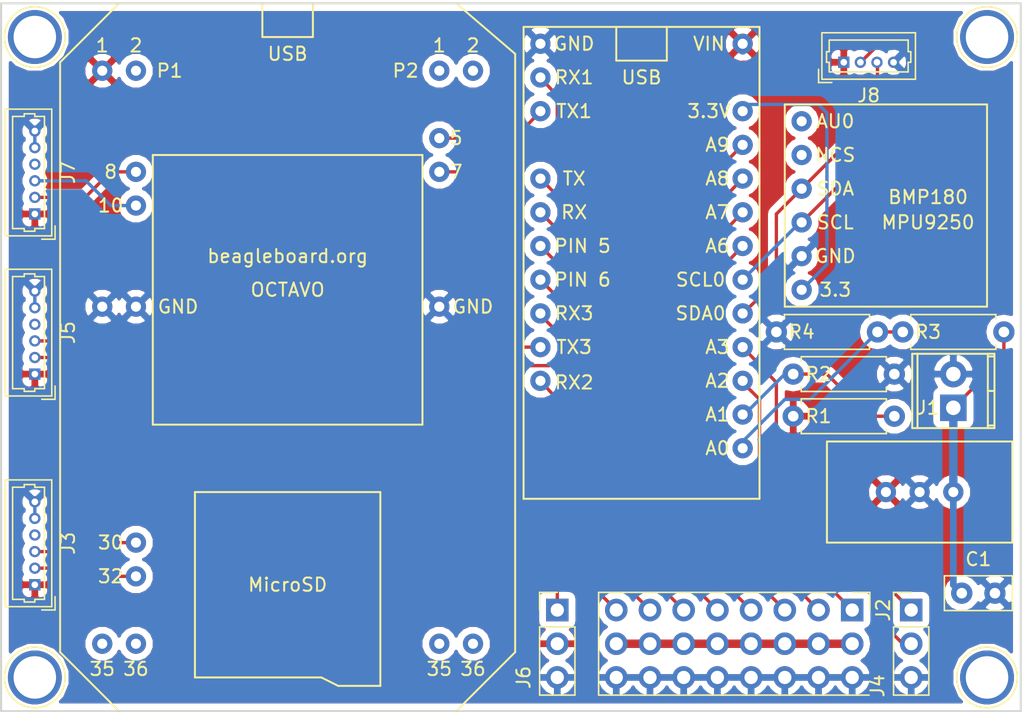
<source format=kicad_pcb>
(kicad_pcb (version 4) (host pcbnew 4.0.7)

  (general
    (links 72)
    (no_connects 6)
    (area 27.702599 48.0946 105.22328 104.3574)
    (thickness 1.6)
    (drawings 6)
    (tracks 109)
    (zones 0)
    (modules 21)
    (nets 34)
  )

  (page A)
  (title_block
    (title "AuraUAS Board")
  )

  (layers
    (0 F.Cu signal)
    (31 B.Cu signal)
    (32 B.Adhes user)
    (33 F.Adhes user)
    (34 B.Paste user)
    (35 F.Paste user)
    (36 B.SilkS user)
    (37 F.SilkS user)
    (38 B.Mask user)
    (39 F.Mask user)
    (40 Dwgs.User user)
    (41 Cmts.User user)
    (42 Eco1.User user)
    (43 Eco2.User user)
    (44 Edge.Cuts user)
    (45 Margin user)
    (46 B.CrtYd user)
    (47 F.CrtYd user)
    (48 B.Fab user)
    (49 F.Fab user)
  )

  (setup
    (last_trace_width 0.635)
    (user_trace_width 0.254)
    (user_trace_width 0.381)
    (user_trace_width 0.508)
    (user_trace_width 0.635)
    (trace_clearance 0.1524)
    (zone_clearance 0.508)
    (zone_45_only no)
    (trace_min 0.1524)
    (segment_width 0.2)
    (edge_width 0.15)
    (via_size 0.6858)
    (via_drill 0.3302)
    (via_min_size 0.6858)
    (via_min_drill 0.3302)
    (uvia_size 0.6858)
    (uvia_drill 0.3302)
    (uvias_allowed no)
    (uvia_min_size 0)
    (uvia_min_drill 0)
    (pcb_text_width 0.3)
    (pcb_text_size 1.5 1.5)
    (mod_edge_width 0.15)
    (mod_text_size 1 1)
    (mod_text_width 0.15)
    (pad_size 4.064 4.064)
    (pad_drill 3.2)
    (pad_to_mask_clearance 0.0508)
    (aux_axis_origin 0 0)
    (visible_elements FFFFFF7F)
    (pcbplotparams
      (layerselection 0x00030_80000001)
      (usegerberextensions false)
      (excludeedgelayer true)
      (linewidth 0.100000)
      (plotframeref false)
      (viasonmask false)
      (mode 1)
      (useauxorigin false)
      (hpglpennumber 1)
      (hpglpenspeed 20)
      (hpglpendiameter 15)
      (hpglpenoverlay 2)
      (psnegative false)
      (psa4output false)
      (plotreference true)
      (plotvalue true)
      (plotinvisibletext false)
      (padsonsilk false)
      (subtractmaskfromsilk false)
      (outputformat 1)
      (mirror false)
      (drillshape 1)
      (scaleselection 1)
      (outputdirectory ""))
  )

  (net 0 "")
  (net 1 VDD)
  (net 2 GND)
  (net 3 /PWM1)
  (net 4 /PWM2)
  (net 5 /PWM3)
  (net 6 /PWM4)
  (net 7 /PWM5)
  (net 8 /PWM6)
  (net 9 /PWM7)
  (net 10 /PWM8)
  (net 11 +5V)
  (net 12 /UART0_RX)
  (net 13 /UART0_TX)
  (net 14 "Net-(J3-Pad4)")
  (net 15 /ATTO_VOLTS)
  (net 16 /ATTO_AMPS)
  (net 17 /GPS_RX)
  (net 18 /GPS_TX)
  (net 19 "Net-(J5-Pad4)")
  (net 20 /SBUS_RX)
  (net 21 /UART2_RX)
  (net 22 /UART2_TX)
  (net 23 "Net-(J7-Pad4)")
  (net 24 /AVIONICS_VCC)
  (net 25 /MAIN_VCC)
  (net 26 /UART1_TX)
  (net 27 /UART1_RX)
  (net 28 /I2C0_SDA)
  (net 29 /I2C0_SCL)
  (net 30 +3V3)
  (net 31 "Net-(U4-Pad5)")
  (net 32 "Net-(U4-Pad6)")
  (net 33 +5VA)

  (net_class Default "This is the default net class."
    (clearance 0.1524)
    (trace_width 0.1524)
    (via_dia 0.6858)
    (via_drill 0.3302)
    (uvia_dia 0.6858)
    (uvia_drill 0.3302)
    (add_net +3V3)
    (add_net +5V)
    (add_net +5VA)
    (add_net /ATTO_AMPS)
    (add_net /ATTO_VOLTS)
    (add_net /AVIONICS_VCC)
    (add_net /GPS_RX)
    (add_net /GPS_TX)
    (add_net /I2C0_SCL)
    (add_net /I2C0_SDA)
    (add_net /MAIN_VCC)
    (add_net /PWM1)
    (add_net /PWM2)
    (add_net /PWM3)
    (add_net /PWM4)
    (add_net /PWM5)
    (add_net /PWM6)
    (add_net /PWM7)
    (add_net /PWM8)
    (add_net /SBUS_RX)
    (add_net /UART0_RX)
    (add_net /UART0_TX)
    (add_net /UART1_RX)
    (add_net /UART1_TX)
    (add_net /UART2_RX)
    (add_net /UART2_TX)
    (add_net GND)
    (add_net "Net-(J3-Pad4)")
    (add_net "Net-(J5-Pad4)")
    (add_net "Net-(J7-Pad4)")
    (add_net "Net-(U4-Pad5)")
    (add_net "Net-(U4-Pad6)")
    (add_net VDD)
  )

  (module "Aura Footprints:PocketBeagle" (layer F.Cu) (tedit 5A7A29FC) (tstamp 5A7B2D41)
    (at 49.53 49.53)
    (path /5A78C6AE)
    (fp_text reference U2 (at 0 0.5) (layer F.SilkS) hide
      (effects (font (size 1 1) (thickness 0.15)))
    )
    (fp_text value PocketBeagle (at 0 16.51) (layer F.Fab)
      (effects (font (size 1 1) (thickness 0.15)))
    )
    (fp_text user 36 (at 13.97 50.165) (layer F.SilkS)
      (effects (font (size 1 1) (thickness 0.15)))
    )
    (fp_text user 35 (at 11.43 50.165) (layer F.SilkS)
      (effects (font (size 1 1) (thickness 0.15)))
    )
    (fp_text user GND (at 13.97 22.86) (layer F.SilkS)
      (effects (font (size 1 1) (thickness 0.15)))
    )
    (fp_text user 7 (at 12.7 12.7) (layer F.SilkS)
      (effects (font (size 1 1) (thickness 0.15)))
    )
    (fp_text user 5 (at 12.7 10.16) (layer F.SilkS)
      (effects (font (size 1 1) (thickness 0.15)))
    )
    (fp_text user 2 (at 13.97 3.175) (layer F.SilkS)
      (effects (font (size 1 1) (thickness 0.15)))
    )
    (fp_text user 1 (at 11.43 3.175) (layer F.SilkS)
      (effects (font (size 1 1) (thickness 0.15)))
    )
    (fp_text user 36 (at -11.43 50.165) (layer F.SilkS)
      (effects (font (size 1 1) (thickness 0.15)))
    )
    (fp_text user 35 (at -13.97 50.165) (layer F.SilkS)
      (effects (font (size 1 1) (thickness 0.15)))
    )
    (fp_text user 32 (at -13.335 43.18) (layer F.SilkS)
      (effects (font (size 1 1) (thickness 0.15)))
    )
    (fp_text user 30 (at -13.335 40.64) (layer F.SilkS)
      (effects (font (size 1 1) (thickness 0.15)))
    )
    (fp_text user GND (at -8.255 22.86) (layer F.SilkS)
      (effects (font (size 1 1) (thickness 0.15)))
    )
    (fp_text user 10 (at -13.335 15.24) (layer F.SilkS)
      (effects (font (size 1 1) (thickness 0.15)))
    )
    (fp_text user 8 (at -13.335 12.7) (layer F.SilkS)
      (effects (font (size 1 1) (thickness 0.15)))
    )
    (fp_text user 2 (at -11.43 3.175) (layer F.SilkS)
      (effects (font (size 1 1) (thickness 0.15)))
    )
    (fp_text user 1 (at -13.97 3.175) (layer F.SilkS)
      (effects (font (size 1 1) (thickness 0.15)))
    )
    (fp_text user MicroSD (at 0 43.815) (layer F.SilkS)
      (effects (font (size 1 1) (thickness 0.15)))
    )
    (fp_line (start -6.985 50.8) (end -6.985 36.83) (layer F.SilkS) (width 0.15))
    (fp_line (start -6.985 36.83) (end 6.985 36.83) (layer F.SilkS) (width 0.15))
    (fp_line (start 6.985 36.83) (end 6.985 51.435) (layer F.SilkS) (width 0.15))
    (fp_line (start 6.985 51.435) (end 3.81 51.435) (layer F.SilkS) (width 0.15))
    (fp_line (start 3.81 51.435) (end 2.54 50.8) (layer F.SilkS) (width 0.15))
    (fp_line (start 2.54 50.8) (end -6.985 50.8) (layer F.SilkS) (width 0.15))
    (fp_text user OCTAVO (at 0 21.59) (layer F.SilkS)
      (effects (font (size 1 1) (thickness 0.15)))
    )
    (fp_text user beagleboard.org (at 0 19.05) (layer F.SilkS)
      (effects (font (size 1 1) (thickness 0.15)))
    )
    (fp_line (start -10.16 11.43) (end -10.16 31.75) (layer F.SilkS) (width 0.15))
    (fp_line (start -10.16 31.75) (end 10.16 31.75) (layer F.SilkS) (width 0.15))
    (fp_line (start 10.16 31.75) (end 10.16 11.43) (layer F.SilkS) (width 0.15))
    (fp_line (start 10.16 11.43) (end -10.16 11.43) (layer F.SilkS) (width 0.15))
    (fp_text user P2 (at 8.89 5.08) (layer F.SilkS)
      (effects (font (size 1 1) (thickness 0.15)))
    )
    (fp_text user P1 (at -8.89 5.08) (layer F.SilkS)
      (effects (font (size 1 1) (thickness 0.15)))
    )
    (fp_line (start 0 0) (end 12.7 0) (layer F.SilkS) (width 0.15))
    (fp_line (start 12.7 0) (end 17.145 3.81) (layer F.SilkS) (width 0.15))
    (fp_line (start 17.145 3.81) (end 17.145 48.895) (layer F.SilkS) (width 0.15))
    (fp_line (start 17.145 48.895) (end 12.7 53.34) (layer F.SilkS) (width 0.15))
    (fp_line (start 12.7 53.34) (end 0 53.34) (layer F.SilkS) (width 0.15))
    (fp_line (start -12.7 53.34) (end -17.145 48.895) (layer F.SilkS) (width 0.15))
    (fp_line (start -17.145 48.895) (end -17.145 4.445) (layer F.SilkS) (width 0.15))
    (fp_line (start 0 53.34) (end -12.7 53.34) (layer F.SilkS) (width 0.15))
    (fp_line (start -12.7 0) (end -17.145 4.445) (layer F.SilkS) (width 0.15))
    (fp_line (start 0 0) (end -12.7 0) (layer F.SilkS) (width 0.15))
    (fp_text user USB (at 0 3.81) (layer F.SilkS)
      (effects (font (size 1 1) (thickness 0.15)))
    )
    (fp_line (start -1.905 0) (end -1.905 2.54) (layer F.SilkS) (width 0.15))
    (fp_line (start -1.905 2.54) (end 1.905 2.54) (layer F.SilkS) (width 0.15))
    (fp_line (start 1.905 2.54) (end 1.905 0) (layer F.SilkS) (width 0.15))
    (pad 1 thru_hole circle (at -13.97 5.08) (size 1.524 1.524) (drill 0.762) (layers *.Cu *.Mask)
      (net 11 +5V))
    (pad 2 thru_hole circle (at -11.43 5.08) (size 1.524 1.524) (drill 0.762) (layers *.Cu *.Mask))
    (pad 8 thru_hole circle (at -11.43 12.7) (size 1.524 1.524) (drill 0.762) (layers *.Cu *.Mask)
      (net 21 /UART2_RX))
    (pad 10 thru_hole circle (at -11.43 15.24) (size 1.524 1.524) (drill 0.762) (layers *.Cu *.Mask)
      (net 22 /UART2_TX))
    (pad 15 thru_hole circle (at -13.97 22.86) (size 1.524 1.524) (drill 0.762) (layers *.Cu *.Mask)
      (net 2 GND))
    (pad 16 thru_hole circle (at -11.43 22.86) (size 1.524 1.524) (drill 0.762) (layers *.Cu *.Mask)
      (net 2 GND))
    (pad 30 thru_hole circle (at -11.43 40.64) (size 1.524 1.524) (drill 0.762) (layers *.Cu *.Mask)
      (net 13 /UART0_TX))
    (pad 32 thru_hole circle (at -11.43 43.18) (size 1.524 1.524) (drill 0.762) (layers *.Cu *.Mask)
      (net 12 /UART0_RX))
    (pad 35 thru_hole circle (at -13.97 48.26) (size 1.524 1.524) (drill 0.762) (layers *.Cu *.Mask))
    (pad 36 thru_hole circle (at -11.43 48.26) (size 1.524 1.524) (drill 0.762) (layers *.Cu *.Mask))
    (pad 37 thru_hole circle (at 11.43 5.08) (size 1.524 1.524) (drill 0.762) (layers *.Cu *.Mask))
    (pad 38 thru_hole circle (at 13.97 5.08) (size 1.524 1.524) (drill 0.762) (layers *.Cu *.Mask))
    (pad 41 thru_hole circle (at 11.43 10.16) (size 1.524 1.524) (drill 0.762) (layers *.Cu *.Mask)
      (net 26 /UART1_TX))
    (pad 43 thru_hole circle (at 11.43 12.7) (size 1.524 1.524) (drill 0.762) (layers *.Cu *.Mask)
      (net 27 /UART1_RX))
    (pad 51 thru_hole circle (at 11.43 22.86) (size 1.524 1.524) (drill 0.762) (layers *.Cu *.Mask)
      (net 2 GND))
    (pad 71 thru_hole circle (at 11.43 48.26) (size 1.524 1.524) (drill 0.762) (layers *.Cu *.Mask))
    (pad 72 thru_hole circle (at 13.97 48.26) (size 1.524 1.524) (drill 0.762) (layers *.Cu *.Mask))
  )

  (module "Aura Footprints:Teensy-3.2" (layer F.Cu) (tedit 5A7B542D) (tstamp 5A7B2D79)
    (at 76.2 51.308)
    (path /5A7A3251)
    (fp_text reference U3 (at 0 0.5) (layer F.SilkS) hide
      (effects (font (size 1 1) (thickness 0.15)))
    )
    (fp_text value Teensy-3.2 (at 0 17.78 90) (layer F.Fab)
      (effects (font (size 1 1) (thickness 0.15)))
    )
    (fp_text user A0 (at 5.715 31.75) (layer F.SilkS)
      (effects (font (size 1 1) (thickness 0.15)))
    )
    (fp_text user A1 (at 5.715 29.21) (layer F.SilkS)
      (effects (font (size 1 1) (thickness 0.15)))
    )
    (fp_text user A2 (at 5.715 26.67) (layer F.SilkS)
      (effects (font (size 1 1) (thickness 0.15)))
    )
    (fp_text user A3 (at 5.715 24.13) (layer F.SilkS)
      (effects (font (size 1 1) (thickness 0.15)))
    )
    (fp_text user SDA0 (at 4.445 21.59) (layer F.SilkS)
      (effects (font (size 1 1) (thickness 0.15)))
    )
    (fp_text user SCL0 (at 4.445 19.05) (layer F.SilkS)
      (effects (font (size 1 1) (thickness 0.15)))
    )
    (fp_text user A6 (at 5.715 16.51) (layer F.SilkS)
      (effects (font (size 1 1) (thickness 0.15)))
    )
    (fp_text user A7 (at 5.715 13.97) (layer F.SilkS)
      (effects (font (size 1 1) (thickness 0.15)))
    )
    (fp_text user A8 (at 5.715 11.43) (layer F.SilkS)
      (effects (font (size 1 1) (thickness 0.15)))
    )
    (fp_text user A9 (at 5.715 8.89) (layer F.SilkS)
      (effects (font (size 1 1) (thickness 0.15)))
    )
    (fp_text user 3.3V (at 5.08 6.35) (layer F.SilkS)
      (effects (font (size 1 1) (thickness 0.15)))
    )
    (fp_text user RX2 (at -5.08 26.797) (layer F.SilkS)
      (effects (font (size 1 1) (thickness 0.15)))
    )
    (fp_text user TX3 (at -5.08 24.13) (layer F.SilkS)
      (effects (font (size 1 1) (thickness 0.15)))
    )
    (fp_text user RX3 (at -5.08 21.59) (layer F.SilkS)
      (effects (font (size 1 1) (thickness 0.15)))
    )
    (fp_text user "PIN 6" (at -4.445 19.05) (layer F.SilkS)
      (effects (font (size 1 1) (thickness 0.15)))
    )
    (fp_text user "PIN 5" (at -4.445 16.51) (layer F.SilkS)
      (effects (font (size 1 1) (thickness 0.15)))
    )
    (fp_text user RX (at -5.08 13.97) (layer F.SilkS)
      (effects (font (size 1 1) (thickness 0.15)))
    )
    (fp_text user TX (at -5.08 11.43) (layer F.SilkS)
      (effects (font (size 1 1) (thickness 0.15)))
    )
    (fp_text user TX1 (at -5.08 6.35) (layer F.SilkS)
      (effects (font (size 1 1) (thickness 0.15)))
    )
    (fp_text user RX1 (at -5.08 3.81) (layer F.SilkS)
      (effects (font (size 1 1) (thickness 0.15)))
    )
    (fp_text user VIN (at 5.08 1.27) (layer F.SilkS)
      (effects (font (size 1 1) (thickness 0.15)))
    )
    (fp_text user GND (at -5.08 1.27) (layer F.SilkS)
      (effects (font (size 1 1) (thickness 0.15)))
    )
    (fp_text user USB (at 0 3.81) (layer F.SilkS)
      (effects (font (size 1 1) (thickness 0.15)))
    )
    (fp_line (start -1.905 0) (end -1.905 2.54) (layer F.SilkS) (width 0.15))
    (fp_line (start -1.905 2.54) (end 1.905 2.54) (layer F.SilkS) (width 0.15))
    (fp_line (start 1.905 2.54) (end 1.905 0) (layer F.SilkS) (width 0.15))
    (fp_line (start -8.89 0) (end -8.89 35.56) (layer F.SilkS) (width 0.15))
    (fp_line (start -8.89 35.56) (end 8.89 35.56) (layer F.SilkS) (width 0.15))
    (fp_line (start 8.89 35.56) (end 8.89 0) (layer F.SilkS) (width 0.15))
    (fp_line (start -8.89 0) (end 8.89 0) (layer F.SilkS) (width 0.15))
    (pad 1 thru_hole circle (at -7.62 1.27) (size 1.524 1.524) (drill 0.762) (layers *.Cu *.Mask)
      (net 2 GND))
    (pad 2 thru_hole circle (at -7.62 3.81) (size 1.524 1.524) (drill 0.762) (layers *.Cu *.Mask)
      (net 27 /UART1_RX))
    (pad 3 thru_hole circle (at -7.62 6.35) (size 1.524 1.524) (drill 0.762) (layers *.Cu *.Mask)
      (net 26 /UART1_TX))
    (pad 5 thru_hole circle (at -7.62 11.43) (size 1.524 1.524) (drill 0.762) (layers *.Cu *.Mask)
      (net 6 /PWM4))
    (pad 6 thru_hole circle (at -7.62 13.97) (size 1.524 1.524) (drill 0.762) (layers *.Cu *.Mask)
      (net 5 /PWM3))
    (pad 7 thru_hole circle (at -7.62 16.51) (size 1.524 1.524) (drill 0.762) (layers *.Cu *.Mask)
      (net 4 /PWM2))
    (pad 8 thru_hole circle (at -7.62 19.05) (size 1.524 1.524) (drill 0.762) (layers *.Cu *.Mask)
      (net 3 /PWM1))
    (pad 9 thru_hole circle (at -7.62 21.59) (size 1.524 1.524) (drill 0.762) (layers *.Cu *.Mask)
      (net 17 /GPS_RX))
    (pad 10 thru_hole circle (at -7.62 24.13) (size 1.524 1.524) (drill 0.762) (layers *.Cu *.Mask)
      (net 18 /GPS_TX))
    (pad 11 thru_hole circle (at -7.62 26.67) (size 1.524 1.524) (drill 0.762) (layers *.Cu *.Mask)
      (net 20 /SBUS_RX))
    (pad 21 thru_hole circle (at 7.62 31.75) (size 1.524 1.524) (drill 0.762) (layers *.Cu *.Mask)
      (net 25 /MAIN_VCC))
    (pad 22 thru_hole circle (at 7.62 29.21) (size 1.524 1.524) (drill 0.762) (layers *.Cu *.Mask)
      (net 24 /AVIONICS_VCC))
    (pad 23 thru_hole circle (at 7.62 26.67) (size 1.524 1.524) (drill 0.762) (layers *.Cu *.Mask)
      (net 16 /ATTO_AMPS))
    (pad 24 thru_hole circle (at 7.62 24.13) (size 1.524 1.524) (drill 0.762) (layers *.Cu *.Mask)
      (net 15 /ATTO_VOLTS))
    (pad 25 thru_hole circle (at 7.62 21.59) (size 1.524 1.524) (drill 0.762) (layers *.Cu *.Mask)
      (net 28 /I2C0_SDA))
    (pad 26 thru_hole circle (at 7.62 19.05) (size 1.524 1.524) (drill 0.762) (layers *.Cu *.Mask)
      (net 29 /I2C0_SCL))
    (pad 27 thru_hole circle (at 7.62 16.51) (size 1.524 1.524) (drill 0.762) (layers *.Cu *.Mask)
      (net 10 /PWM8))
    (pad 28 thru_hole circle (at 7.62 13.97) (size 1.524 1.524) (drill 0.762) (layers *.Cu *.Mask)
      (net 9 /PWM7))
    (pad 29 thru_hole circle (at 7.62 11.43) (size 1.524 1.524) (drill 0.762) (layers *.Cu *.Mask)
      (net 8 /PWM6))
    (pad 30 thru_hole circle (at 7.62 8.89) (size 1.524 1.524) (drill 0.762) (layers *.Cu *.Mask)
      (net 7 /PWM5))
    (pad 31 thru_hole circle (at 7.62 6.35) (size 1.524 1.524) (drill 0.762) (layers *.Cu *.Mask)
      (net 30 +3V3))
    (pad 33 thru_hole circle (at 7.62 1.27) (size 1.524 1.524) (drill 0.762) (layers *.Cu *.Mask)
      (net 11 +5V))
  )

  (module Capacitors_THT:C_Disc_D5.0mm_W2.5mm_P2.50mm (layer F.Cu) (tedit 5A7B6A4B) (tstamp 5A7B2C9E)
    (at 100.33 93.98)
    (descr "C, Disc series, Radial, pin pitch=2.50mm, , diameter*width=5*2.5mm^2, Capacitor, http://cdn-reichelt.de/documents/datenblatt/B300/DS_KERKO_TC.pdf")
    (tags "C Disc series Radial pin pitch 2.50mm  diameter 5mm width 2.5mm Capacitor")
    (path /5A79D18F)
    (fp_text reference C1 (at 1.25 -2.56) (layer F.SilkS)
      (effects (font (size 1 1) (thickness 0.15)))
    )
    (fp_text value "22uf 63V" (at 0 -2.54) (layer F.Fab)
      (effects (font (size 1 1) (thickness 0.15)))
    )
    (fp_line (start -1.25 -1.25) (end -1.25 1.25) (layer F.Fab) (width 0.1))
    (fp_line (start -1.25 1.25) (end 3.75 1.25) (layer F.Fab) (width 0.1))
    (fp_line (start 3.75 1.25) (end 3.75 -1.25) (layer F.Fab) (width 0.1))
    (fp_line (start 3.75 -1.25) (end -1.25 -1.25) (layer F.Fab) (width 0.1))
    (fp_line (start -1.31 -1.31) (end 3.81 -1.31) (layer F.SilkS) (width 0.12))
    (fp_line (start -1.31 1.31) (end 3.81 1.31) (layer F.SilkS) (width 0.12))
    (fp_line (start -1.31 -1.31) (end -1.31 1.31) (layer F.SilkS) (width 0.12))
    (fp_line (start 3.81 -1.31) (end 3.81 1.31) (layer F.SilkS) (width 0.12))
    (fp_line (start -1.6 -1.6) (end -1.6 1.6) (layer F.CrtYd) (width 0.05))
    (fp_line (start -1.6 1.6) (end 4.1 1.6) (layer F.CrtYd) (width 0.05))
    (fp_line (start 4.1 1.6) (end 4.1 -1.6) (layer F.CrtYd) (width 0.05))
    (fp_line (start 4.1 -1.6) (end -1.6 -1.6) (layer F.CrtYd) (width 0.05))
    (fp_text user %R (at 1.25 0 90) (layer F.Fab)
      (effects (font (size 1 1) (thickness 0.15)))
    )
    (pad 1 thru_hole circle (at 0 0) (size 1.6 1.6) (drill 0.8) (layers *.Cu *.Mask)
      (net 1 VDD))
    (pad 2 thru_hole circle (at 2.5 0) (size 1.6 1.6) (drill 0.8) (layers *.Cu *.Mask)
      (net 2 GND))
    (model ${KISYS3DMOD}/Capacitors_THT.3dshapes/C_Disc_D5.0mm_W2.5mm_P2.50mm.wrl
      (at (xyz 0 0 0))
      (scale (xyz 1 1 1))
      (rotate (xyz 0 0 0))
    )
  )

  (module Connectors_Terminal_Blocks:TerminalBlock_Pheonix_MPT-2.54mm_2pol (layer F.Cu) (tedit 5A7B5978) (tstamp 5A7B2CA4)
    (at 99.695 80.01 90)
    (descr "2-way 2.54mm pitch terminal block, Phoenix MPT series")
    (path /5A7930B4)
    (fp_text reference J1 (at 0 -1.905 180) (layer F.SilkS)
      (effects (font (size 1 1) (thickness 0.15)))
    )
    (fp_text value "Main Power" (at 1.27 4.50088 90) (layer F.Fab)
      (effects (font (size 1 1) (thickness 0.15)))
    )
    (fp_line (start -1.7 -3.3) (end 4.3 -3.3) (layer F.CrtYd) (width 0.05))
    (fp_line (start -1.7 3.3) (end -1.7 -3.3) (layer F.CrtYd) (width 0.05))
    (fp_line (start 4.3 3.3) (end -1.7 3.3) (layer F.CrtYd) (width 0.05))
    (fp_line (start 4.3 -3.3) (end 4.3 3.3) (layer F.CrtYd) (width 0.05))
    (fp_line (start 4.06908 2.60096) (end -1.52908 2.60096) (layer F.SilkS) (width 0.15))
    (fp_line (start -1.33096 3.0988) (end -1.33096 2.60096) (layer F.SilkS) (width 0.15))
    (fp_line (start 3.87096 2.60096) (end 3.87096 3.0988) (layer F.SilkS) (width 0.15))
    (fp_line (start 1.27 3.0988) (end 1.27 2.60096) (layer F.SilkS) (width 0.15))
    (fp_line (start -1.52908 -2.70002) (end 4.06908 -2.70002) (layer F.SilkS) (width 0.15))
    (fp_line (start -1.52908 3.0988) (end 4.06908 3.0988) (layer F.SilkS) (width 0.15))
    (fp_line (start 4.06908 3.0988) (end 4.06908 -3.0988) (layer F.SilkS) (width 0.15))
    (fp_line (start 4.06908 -3.0988) (end -1.52908 -3.0988) (layer F.SilkS) (width 0.15))
    (fp_line (start -1.52908 -3.0988) (end -1.52908 3.0988) (layer F.SilkS) (width 0.15))
    (pad 2 thru_hole oval (at 2.54 0 90) (size 1.99898 1.99898) (drill 1.09728) (layers *.Cu *.Mask)
      (net 2 GND))
    (pad 1 thru_hole rect (at 0 0 90) (size 1.99898 1.99898) (drill 1.09728) (layers *.Cu *.Mask)
      (net 1 VDD))
    (model Terminal_Blocks.3dshapes/TerminalBlock_Pheonix_MPT-2.54mm_2pol.wrl
      (at (xyz 0.05 0 0))
      (scale (xyz 1 1 1))
      (rotate (xyz 0 0 0))
    )
  )

  (module Pin_Headers:Pin_Header_Straight_1x03_Pitch2.54mm (layer F.Cu) (tedit 5A7B6A53) (tstamp 5A7B2CC1)
    (at 96.52 95.25)
    (descr "Through hole straight pin header, 1x03, 2.54mm pitch, single row")
    (tags "Through hole pin header THT 1x03 2.54mm single row")
    (path /5A7927A4)
    (fp_text reference J4 (at -2.54 5.715 90) (layer F.SilkS)
      (effects (font (size 1 1) (thickness 0.15)))
    )
    (fp_text value Attopilot (at 1.905 3.175 90) (layer F.Fab)
      (effects (font (size 1 1) (thickness 0.15)))
    )
    (fp_line (start -0.635 -1.27) (end 1.27 -1.27) (layer F.Fab) (width 0.1))
    (fp_line (start 1.27 -1.27) (end 1.27 6.35) (layer F.Fab) (width 0.1))
    (fp_line (start 1.27 6.35) (end -1.27 6.35) (layer F.Fab) (width 0.1))
    (fp_line (start -1.27 6.35) (end -1.27 -0.635) (layer F.Fab) (width 0.1))
    (fp_line (start -1.27 -0.635) (end -0.635 -1.27) (layer F.Fab) (width 0.1))
    (fp_line (start -1.33 6.41) (end 1.33 6.41) (layer F.SilkS) (width 0.12))
    (fp_line (start -1.33 1.27) (end -1.33 6.41) (layer F.SilkS) (width 0.12))
    (fp_line (start 1.33 1.27) (end 1.33 6.41) (layer F.SilkS) (width 0.12))
    (fp_line (start -1.33 1.27) (end 1.33 1.27) (layer F.SilkS) (width 0.12))
    (fp_line (start -1.33 0) (end -1.33 -1.33) (layer F.SilkS) (width 0.12))
    (fp_line (start -1.33 -1.33) (end 0 -1.33) (layer F.SilkS) (width 0.12))
    (fp_line (start -1.8 -1.8) (end -1.8 6.85) (layer F.CrtYd) (width 0.05))
    (fp_line (start -1.8 6.85) (end 1.8 6.85) (layer F.CrtYd) (width 0.05))
    (fp_line (start 1.8 6.85) (end 1.8 -1.8) (layer F.CrtYd) (width 0.05))
    (fp_line (start 1.8 -1.8) (end -1.8 -1.8) (layer F.CrtYd) (width 0.05))
    (fp_text user %R (at -1.905 2.54 90) (layer F.Fab)
      (effects (font (size 1 1) (thickness 0.15)))
    )
    (pad 1 thru_hole rect (at 0 0) (size 1.7 1.7) (drill 1) (layers *.Cu *.Mask)
      (net 15 /ATTO_VOLTS))
    (pad 2 thru_hole oval (at 0 2.54) (size 1.7 1.7) (drill 1) (layers *.Cu *.Mask)
      (net 16 /ATTO_AMPS))
    (pad 3 thru_hole oval (at 0 5.08) (size 1.7 1.7) (drill 1) (layers *.Cu *.Mask)
      (net 2 GND))
    (model ${KISYS3DMOD}/Pin_Headers.3dshapes/Pin_Header_Straight_1x03_Pitch2.54mm.wrl
      (at (xyz 0 0 0))
      (scale (xyz 1 1 1))
      (rotate (xyz 0 0 0))
    )
  )

  (module Pin_Headers:Pin_Header_Straight_1x03_Pitch2.54mm (layer F.Cu) (tedit 5A7B5F77) (tstamp 5A7B2CD2)
    (at 69.85 95.25)
    (descr "Through hole straight pin header, 1x03, 2.54mm pitch, single row")
    (tags "Through hole pin header THT 1x03 2.54mm single row")
    (path /5A79227B)
    (fp_text reference J6 (at -2.54 5.08 90) (layer F.SilkS)
      (effects (font (size 1 1) (thickness 0.15)))
    )
    (fp_text value SBUS (at 0 -2.54) (layer F.Fab)
      (effects (font (size 1 1) (thickness 0.15)))
    )
    (fp_line (start -0.635 -1.27) (end 1.27 -1.27) (layer F.Fab) (width 0.1))
    (fp_line (start 1.27 -1.27) (end 1.27 6.35) (layer F.Fab) (width 0.1))
    (fp_line (start 1.27 6.35) (end -1.27 6.35) (layer F.Fab) (width 0.1))
    (fp_line (start -1.27 6.35) (end -1.27 -0.635) (layer F.Fab) (width 0.1))
    (fp_line (start -1.27 -0.635) (end -0.635 -1.27) (layer F.Fab) (width 0.1))
    (fp_line (start -1.33 6.41) (end 1.33 6.41) (layer F.SilkS) (width 0.12))
    (fp_line (start -1.33 1.27) (end -1.33 6.41) (layer F.SilkS) (width 0.12))
    (fp_line (start 1.33 1.27) (end 1.33 6.41) (layer F.SilkS) (width 0.12))
    (fp_line (start -1.33 1.27) (end 1.33 1.27) (layer F.SilkS) (width 0.12))
    (fp_line (start -1.33 0) (end -1.33 -1.33) (layer F.SilkS) (width 0.12))
    (fp_line (start -1.33 -1.33) (end 0 -1.33) (layer F.SilkS) (width 0.12))
    (fp_line (start -1.8 -1.8) (end -1.8 6.85) (layer F.CrtYd) (width 0.05))
    (fp_line (start -1.8 6.85) (end 1.8 6.85) (layer F.CrtYd) (width 0.05))
    (fp_line (start 1.8 6.85) (end 1.8 -1.8) (layer F.CrtYd) (width 0.05))
    (fp_line (start 1.8 -1.8) (end -1.8 -1.8) (layer F.CrtYd) (width 0.05))
    (fp_text user %R (at 0 2.54 90) (layer F.Fab)
      (effects (font (size 1 1) (thickness 0.15)))
    )
    (pad 1 thru_hole rect (at 0 0) (size 1.7 1.7) (drill 1) (layers *.Cu *.Mask)
      (net 20 /SBUS_RX))
    (pad 2 thru_hole oval (at 0 2.54) (size 1.7 1.7) (drill 1) (layers *.Cu *.Mask)
      (net 11 +5V))
    (pad 3 thru_hole oval (at 0 5.08) (size 1.7 1.7) (drill 1) (layers *.Cu *.Mask)
      (net 2 GND))
    (model ${KISYS3DMOD}/Pin_Headers.3dshapes/Pin_Header_Straight_1x03_Pitch2.54mm.wrl
      (at (xyz 0 0 0))
      (scale (xyz 1 1 1))
      (rotate (xyz 0 0 0))
    )
  )

  (module Resistors_THT:R_Axial_DIN0207_L6.3mm_D2.5mm_P7.62mm_Horizontal (layer F.Cu) (tedit 5A7B5967) (tstamp 5A7B2CE2)
    (at 95.25 80.645 180)
    (descr "Resistor, Axial_DIN0207 series, Axial, Horizontal, pin pitch=7.62mm, 0.25W = 1/4W, length*diameter=6.3*2.5mm^2, http://cdn-reichelt.de/documents/datenblatt/B400/1_4W%23YAG.pdf")
    (tags "Resistor Axial_DIN0207 series Axial Horizontal pin pitch 7.62mm 0.25W = 1/4W length 6.3mm diameter 2.5mm")
    (path /5A78BC65)
    (fp_text reference R1 (at 5.715 0 180) (layer F.SilkS)
      (effects (font (size 1 1) (thickness 0.15)))
    )
    (fp_text value 1K (at 1.905 0 180) (layer F.Fab)
      (effects (font (size 1 1) (thickness 0.15)))
    )
    (fp_line (start 0.66 -1.25) (end 0.66 1.25) (layer F.Fab) (width 0.1))
    (fp_line (start 0.66 1.25) (end 6.96 1.25) (layer F.Fab) (width 0.1))
    (fp_line (start 6.96 1.25) (end 6.96 -1.25) (layer F.Fab) (width 0.1))
    (fp_line (start 6.96 -1.25) (end 0.66 -1.25) (layer F.Fab) (width 0.1))
    (fp_line (start 0 0) (end 0.66 0) (layer F.Fab) (width 0.1))
    (fp_line (start 7.62 0) (end 6.96 0) (layer F.Fab) (width 0.1))
    (fp_line (start 0.6 -0.98) (end 0.6 -1.31) (layer F.SilkS) (width 0.12))
    (fp_line (start 0.6 -1.31) (end 7.02 -1.31) (layer F.SilkS) (width 0.12))
    (fp_line (start 7.02 -1.31) (end 7.02 -0.98) (layer F.SilkS) (width 0.12))
    (fp_line (start 0.6 0.98) (end 0.6 1.31) (layer F.SilkS) (width 0.12))
    (fp_line (start 0.6 1.31) (end 7.02 1.31) (layer F.SilkS) (width 0.12))
    (fp_line (start 7.02 1.31) (end 7.02 0.98) (layer F.SilkS) (width 0.12))
    (fp_line (start -1.05 -1.6) (end -1.05 1.6) (layer F.CrtYd) (width 0.05))
    (fp_line (start -1.05 1.6) (end 8.7 1.6) (layer F.CrtYd) (width 0.05))
    (fp_line (start 8.7 1.6) (end 8.7 -1.6) (layer F.CrtYd) (width 0.05))
    (fp_line (start 8.7 -1.6) (end -1.05 -1.6) (layer F.CrtYd) (width 0.05))
    (pad 1 thru_hole circle (at 0 0 180) (size 1.6 1.6) (drill 0.8) (layers *.Cu *.Mask)
      (net 24 /AVIONICS_VCC))
    (pad 2 thru_hole oval (at 7.62 0 180) (size 1.6 1.6) (drill 0.8) (layers *.Cu *.Mask)
      (net 11 +5V))
    (model ${KISYS3DMOD}/Resistors_THT.3dshapes/R_Axial_DIN0207_L6.3mm_D2.5mm_P7.62mm_Horizontal.wrl
      (at (xyz 0 0 0))
      (scale (xyz 0.393701 0.393701 0.393701))
      (rotate (xyz 0 0 0))
    )
  )

  (module Resistors_THT:R_Axial_DIN0207_L6.3mm_D2.5mm_P7.62mm_Horizontal (layer F.Cu) (tedit 5A7B5962) (tstamp 5A7B2CE8)
    (at 95.25 77.47 180)
    (descr "Resistor, Axial_DIN0207 series, Axial, Horizontal, pin pitch=7.62mm, 0.25W = 1/4W, length*diameter=6.3*2.5mm^2, http://cdn-reichelt.de/documents/datenblatt/B400/1_4W%23YAG.pdf")
    (tags "Resistor Axial_DIN0207 series Axial Horizontal pin pitch 7.62mm 0.25W = 1/4W length 6.3mm diameter 2.5mm")
    (path /5A799F7F)
    (fp_text reference R2 (at 5.715 0 180) (layer F.SilkS)
      (effects (font (size 1 1) (thickness 0.15)))
    )
    (fp_text value 1K (at 3.175 3.175 180) (layer F.Fab)
      (effects (font (size 1 1) (thickness 0.15)))
    )
    (fp_line (start 0.66 -1.25) (end 0.66 1.25) (layer F.Fab) (width 0.1))
    (fp_line (start 0.66 1.25) (end 6.96 1.25) (layer F.Fab) (width 0.1))
    (fp_line (start 6.96 1.25) (end 6.96 -1.25) (layer F.Fab) (width 0.1))
    (fp_line (start 6.96 -1.25) (end 0.66 -1.25) (layer F.Fab) (width 0.1))
    (fp_line (start 0 0) (end 0.66 0) (layer F.Fab) (width 0.1))
    (fp_line (start 7.62 0) (end 6.96 0) (layer F.Fab) (width 0.1))
    (fp_line (start 0.6 -0.98) (end 0.6 -1.31) (layer F.SilkS) (width 0.12))
    (fp_line (start 0.6 -1.31) (end 7.02 -1.31) (layer F.SilkS) (width 0.12))
    (fp_line (start 7.02 -1.31) (end 7.02 -0.98) (layer F.SilkS) (width 0.12))
    (fp_line (start 0.6 0.98) (end 0.6 1.31) (layer F.SilkS) (width 0.12))
    (fp_line (start 0.6 1.31) (end 7.02 1.31) (layer F.SilkS) (width 0.12))
    (fp_line (start 7.02 1.31) (end 7.02 0.98) (layer F.SilkS) (width 0.12))
    (fp_line (start -1.05 -1.6) (end -1.05 1.6) (layer F.CrtYd) (width 0.05))
    (fp_line (start -1.05 1.6) (end 8.7 1.6) (layer F.CrtYd) (width 0.05))
    (fp_line (start 8.7 1.6) (end 8.7 -1.6) (layer F.CrtYd) (width 0.05))
    (fp_line (start 8.7 -1.6) (end -1.05 -1.6) (layer F.CrtYd) (width 0.05))
    (pad 1 thru_hole circle (at 0 0 180) (size 1.6 1.6) (drill 0.8) (layers *.Cu *.Mask)
      (net 2 GND))
    (pad 2 thru_hole oval (at 7.62 0 180) (size 1.6 1.6) (drill 0.8) (layers *.Cu *.Mask)
      (net 24 /AVIONICS_VCC))
    (model ${KISYS3DMOD}/Resistors_THT.3dshapes/R_Axial_DIN0207_L6.3mm_D2.5mm_P7.62mm_Horizontal.wrl
      (at (xyz 0 0 0))
      (scale (xyz 0.393701 0.393701 0.393701))
      (rotate (xyz 0 0 0))
    )
  )

  (module Resistors_THT:R_Axial_DIN0207_L6.3mm_D2.5mm_P7.62mm_Horizontal (layer F.Cu) (tedit 5A7B5932) (tstamp 5A7B2CEE)
    (at 95.885 74.295)
    (descr "Resistor, Axial_DIN0207 series, Axial, Horizontal, pin pitch=7.62mm, 0.25W = 1/4W, length*diameter=6.3*2.5mm^2, http://cdn-reichelt.de/documents/datenblatt/B400/1_4W%23YAG.pdf")
    (tags "Resistor Axial_DIN0207 series Axial Horizontal pin pitch 7.62mm 0.25W = 1/4W length 6.3mm diameter 2.5mm")
    (path /5A79C09B)
    (fp_text reference R3 (at 1.905 0) (layer F.SilkS)
      (effects (font (size 1 1) (thickness 0.15)))
    )
    (fp_text value 10K (at 5.08 0) (layer F.Fab)
      (effects (font (size 1 1) (thickness 0.15)))
    )
    (fp_line (start 0.66 -1.25) (end 0.66 1.25) (layer F.Fab) (width 0.1))
    (fp_line (start 0.66 1.25) (end 6.96 1.25) (layer F.Fab) (width 0.1))
    (fp_line (start 6.96 1.25) (end 6.96 -1.25) (layer F.Fab) (width 0.1))
    (fp_line (start 6.96 -1.25) (end 0.66 -1.25) (layer F.Fab) (width 0.1))
    (fp_line (start 0 0) (end 0.66 0) (layer F.Fab) (width 0.1))
    (fp_line (start 7.62 0) (end 6.96 0) (layer F.Fab) (width 0.1))
    (fp_line (start 0.6 -0.98) (end 0.6 -1.31) (layer F.SilkS) (width 0.12))
    (fp_line (start 0.6 -1.31) (end 7.02 -1.31) (layer F.SilkS) (width 0.12))
    (fp_line (start 7.02 -1.31) (end 7.02 -0.98) (layer F.SilkS) (width 0.12))
    (fp_line (start 0.6 0.98) (end 0.6 1.31) (layer F.SilkS) (width 0.12))
    (fp_line (start 0.6 1.31) (end 7.02 1.31) (layer F.SilkS) (width 0.12))
    (fp_line (start 7.02 1.31) (end 7.02 0.98) (layer F.SilkS) (width 0.12))
    (fp_line (start -1.05 -1.6) (end -1.05 1.6) (layer F.CrtYd) (width 0.05))
    (fp_line (start -1.05 1.6) (end 8.7 1.6) (layer F.CrtYd) (width 0.05))
    (fp_line (start 8.7 1.6) (end 8.7 -1.6) (layer F.CrtYd) (width 0.05))
    (fp_line (start 8.7 -1.6) (end -1.05 -1.6) (layer F.CrtYd) (width 0.05))
    (pad 1 thru_hole circle (at 0 0) (size 1.6 1.6) (drill 0.8) (layers *.Cu *.Mask)
      (net 25 /MAIN_VCC))
    (pad 2 thru_hole oval (at 7.62 0) (size 1.6 1.6) (drill 0.8) (layers *.Cu *.Mask)
      (net 1 VDD))
    (model ${KISYS3DMOD}/Resistors_THT.3dshapes/R_Axial_DIN0207_L6.3mm_D2.5mm_P7.62mm_Horizontal.wrl
      (at (xyz 0 0 0))
      (scale (xyz 0.393701 0.393701 0.393701))
      (rotate (xyz 0 0 0))
    )
  )

  (module Resistors_THT:R_Axial_DIN0207_L6.3mm_D2.5mm_P7.62mm_Horizontal (layer F.Cu) (tedit 5A7B595A) (tstamp 5A7B2CF4)
    (at 86.36 74.295)
    (descr "Resistor, Axial_DIN0207 series, Axial, Horizontal, pin pitch=7.62mm, 0.25W = 1/4W, length*diameter=6.3*2.5mm^2, http://cdn-reichelt.de/documents/datenblatt/B400/1_4W%23YAG.pdf")
    (tags "Resistor Axial_DIN0207 series Axial Horizontal pin pitch 7.62mm 0.25W = 1/4W length 6.3mm diameter 2.5mm")
    (path /5A79C102)
    (fp_text reference R4 (at 1.905 0) (layer F.SilkS)
      (effects (font (size 1 1) (thickness 0.15)))
    )
    (fp_text value 1K (at 6.985 3.175) (layer F.Fab)
      (effects (font (size 1 1) (thickness 0.15)))
    )
    (fp_line (start 0.66 -1.25) (end 0.66 1.25) (layer F.Fab) (width 0.1))
    (fp_line (start 0.66 1.25) (end 6.96 1.25) (layer F.Fab) (width 0.1))
    (fp_line (start 6.96 1.25) (end 6.96 -1.25) (layer F.Fab) (width 0.1))
    (fp_line (start 6.96 -1.25) (end 0.66 -1.25) (layer F.Fab) (width 0.1))
    (fp_line (start 0 0) (end 0.66 0) (layer F.Fab) (width 0.1))
    (fp_line (start 7.62 0) (end 6.96 0) (layer F.Fab) (width 0.1))
    (fp_line (start 0.6 -0.98) (end 0.6 -1.31) (layer F.SilkS) (width 0.12))
    (fp_line (start 0.6 -1.31) (end 7.02 -1.31) (layer F.SilkS) (width 0.12))
    (fp_line (start 7.02 -1.31) (end 7.02 -0.98) (layer F.SilkS) (width 0.12))
    (fp_line (start 0.6 0.98) (end 0.6 1.31) (layer F.SilkS) (width 0.12))
    (fp_line (start 0.6 1.31) (end 7.02 1.31) (layer F.SilkS) (width 0.12))
    (fp_line (start 7.02 1.31) (end 7.02 0.98) (layer F.SilkS) (width 0.12))
    (fp_line (start -1.05 -1.6) (end -1.05 1.6) (layer F.CrtYd) (width 0.05))
    (fp_line (start -1.05 1.6) (end 8.7 1.6) (layer F.CrtYd) (width 0.05))
    (fp_line (start 8.7 1.6) (end 8.7 -1.6) (layer F.CrtYd) (width 0.05))
    (fp_line (start 8.7 -1.6) (end -1.05 -1.6) (layer F.CrtYd) (width 0.05))
    (pad 1 thru_hole circle (at 0 0) (size 1.6 1.6) (drill 0.8) (layers *.Cu *.Mask)
      (net 2 GND))
    (pad 2 thru_hole oval (at 7.62 0) (size 1.6 1.6) (drill 0.8) (layers *.Cu *.Mask)
      (net 25 /MAIN_VCC))
    (model ${KISYS3DMOD}/Resistors_THT.3dshapes/R_Axial_DIN0207_L6.3mm_D2.5mm_P7.62mm_Horizontal.wrl
      (at (xyz 0 0 0))
      (scale (xyz 0.393701 0.393701 0.393701))
      (rotate (xyz 0 0 0))
    )
  )

  (module "Aura Footprints:TSR2-2450" (layer F.Cu) (tedit 5A7B5982) (tstamp 5A7B2CFF)
    (at 97.155 90.17 180)
    (path /5A78E169)
    (fp_text reference U1 (at 0 0.5 180) (layer F.SilkS) hide
      (effects (font (size 1 1) (thickness 0.15)))
    )
    (fp_text value TSR2-2450 (at 0 1.27 180) (layer F.Fab)
      (effects (font (size 1 1) (thickness 0.15)))
    )
    (fp_line (start -6.985 0) (end -6.985 7.62) (layer F.SilkS) (width 0.15))
    (fp_line (start -6.985 7.62) (end 6.985 7.62) (layer F.SilkS) (width 0.15))
    (fp_line (start 6.985 7.62) (end 6.985 0) (layer F.SilkS) (width 0.15))
    (fp_line (start 6.985 0) (end -6.985 0) (layer F.SilkS) (width 0.15))
    (pad 2 thru_hole circle (at 0 3.81 180) (size 1.524 1.524) (drill 0.762) (layers *.Cu *.Mask)
      (net 2 GND))
    (pad 3 thru_hole circle (at 2.54 3.81 180) (size 1.524 1.524) (drill 0.762) (layers *.Cu *.Mask)
      (net 11 +5V))
    (pad 1 thru_hole circle (at -2.54 3.81 180) (size 1.524 1.524) (drill 0.762) (layers *.Cu *.Mask)
      (net 1 VDD))
  )

  (module "Aura Footprints:CJMCU" (layer F.Cu) (tedit 5A7B5942) (tstamp 5A7B2D8F)
    (at 94.615 72.39 180)
    (path /5A78D95A)
    (fp_text reference U4 (at 0 0.5 180) (layer F.SilkS) hide
      (effects (font (size 1 1) (thickness 0.15)))
    )
    (fp_text value CJMCU (at -4.445 1.27 180) (layer F.Fab)
      (effects (font (size 1 1) (thickness 0.15)))
    )
    (fp_text user BMP180 (at -3.175 8.255 180) (layer F.SilkS)
      (effects (font (size 1 1) (thickness 0.15)))
    )
    (fp_text user MPU9250 (at -3.175 6.35 180) (layer F.SilkS)
      (effects (font (size 1 1) (thickness 0.15)))
    )
    (fp_text user AU0 (at 3.81 13.97 180) (layer F.SilkS)
      (effects (font (size 1 1) (thickness 0.15)))
    )
    (fp_text user NCS (at 3.81 11.43 180) (layer F.SilkS)
      (effects (font (size 1 1) (thickness 0.15)))
    )
    (fp_text user SDA (at 3.81 8.89 180) (layer F.SilkS)
      (effects (font (size 1 1) (thickness 0.15)))
    )
    (fp_text user SCL (at 3.81 6.35 180) (layer F.SilkS)
      (effects (font (size 1 1) (thickness 0.15)))
    )
    (fp_text user GND (at 3.81 3.81 180) (layer F.SilkS)
      (effects (font (size 1 1) (thickness 0.15)))
    )
    (fp_text user 3.3 (at 3.81 1.27 180) (layer F.SilkS)
      (effects (font (size 1 1) (thickness 0.15)))
    )
    (fp_line (start -7.62 0) (end -7.62 15.24) (layer F.SilkS) (width 0.15))
    (fp_line (start -7.62 15.24) (end 7.62 15.24) (layer F.SilkS) (width 0.15))
    (fp_line (start 7.62 15.24) (end 7.62 0) (layer F.SilkS) (width 0.15))
    (fp_line (start 7.62 0) (end -7.62 0) (layer F.SilkS) (width 0.15))
    (pad 1 thru_hole circle (at 6.35 1.27 180) (size 1.524 1.524) (drill 0.762) (layers *.Cu *.Mask)
      (net 30 +3V3))
    (pad 2 thru_hole circle (at 6.35 3.81 180) (size 1.524 1.524) (drill 0.762) (layers *.Cu *.Mask)
      (net 2 GND))
    (pad 3 thru_hole circle (at 6.35 6.35 180) (size 1.524 1.524) (drill 0.762) (layers *.Cu *.Mask)
      (net 29 /I2C0_SCL))
    (pad 4 thru_hole circle (at 6.35 8.89 180) (size 1.524 1.524) (drill 0.762) (layers *.Cu *.Mask)
      (net 28 /I2C0_SDA))
    (pad 5 thru_hole circle (at 6.35 11.43 180) (size 1.524 1.524) (drill 0.762) (layers *.Cu *.Mask)
      (net 31 "Net-(U4-Pad5)"))
    (pad 6 thru_hole circle (at 6.35 13.97 180) (size 1.524 1.524) (drill 0.762) (layers *.Cu *.Mask)
      (net 32 "Net-(U4-Pad6)"))
  )

  (module Connectors:1pin (layer F.Cu) (tedit 5A7B59E4) (tstamp 5A8399B2)
    (at 30.48 52.07)
    (descr "module 1 pin (ou trou mecanique de percage)")
    (tags DEV)
    (fp_text reference REF** (at 0 -3.048) (layer F.SilkS) hide
      (effects (font (size 1 1) (thickness 0.15)))
    )
    (fp_text value 1pin (at 0 3) (layer F.Fab) hide
      (effects (font (size 1 1) (thickness 0.15)))
    )
    (fp_circle (center 0 0) (end 2 0.8) (layer F.Fab) (width 0.1))
    (fp_circle (center 0 0) (end 2.6 0) (layer F.CrtYd) (width 0.05))
    (fp_circle (center 0 0) (end 0 -2.286) (layer F.SilkS) (width 0.12))
    (pad 1 thru_hole circle (at 0 0) (size 4.064 4.064) (drill 3.2) (layers *.Cu *.Mask))
  )

  (module Connectors:1pin (layer F.Cu) (tedit 5A7B59F1) (tstamp 5A8399D4)
    (at 30.48 100.33)
    (descr "module 1 pin (ou trou mecanique de percage)")
    (tags DEV)
    (fp_text reference REF** (at 0 -3.048) (layer F.SilkS) hide
      (effects (font (size 1 1) (thickness 0.15)))
    )
    (fp_text value 1pin (at 0 3) (layer F.Fab) hide
      (effects (font (size 1 1) (thickness 0.15)))
    )
    (fp_circle (center 0 0) (end 2 0.8) (layer F.Fab) (width 0.1))
    (fp_circle (center 0 0) (end 2.6 0) (layer F.CrtYd) (width 0.05))
    (fp_circle (center 0 0) (end 0 -2.286) (layer F.SilkS) (width 0.12))
    (pad 1 thru_hole circle (at 0 0) (size 4.064 4.064) (drill 3.2) (layers *.Cu *.Mask))
  )

  (module Connectors:1pin (layer F.Cu) (tedit 5A7B59CA) (tstamp 5A8399ED)
    (at 102.235 100.33)
    (descr "module 1 pin (ou trou mecanique de percage)")
    (tags DEV)
    (fp_text reference REF** (at 0 -3.048) (layer F.SilkS) hide
      (effects (font (size 1 1) (thickness 0.15)))
    )
    (fp_text value 1pin (at 0 3) (layer F.Fab) hide
      (effects (font (size 1 1) (thickness 0.15)))
    )
    (fp_circle (center 0 0) (end 2 0.8) (layer F.Fab) (width 0.1))
    (fp_circle (center 0 0) (end 2.6 0) (layer F.CrtYd) (width 0.05))
    (fp_circle (center 0 0) (end 0 -2.286) (layer F.SilkS) (width 0.12))
    (pad 1 thru_hole circle (at 0 0) (size 4.064 4.064) (drill 3.2) (layers *.Cu *.Mask))
  )

  (module Connectors:1pin (layer F.Cu) (tedit 5A7B59D6) (tstamp 5A839A05)
    (at 102.235 52.07)
    (descr "module 1 pin (ou trou mecanique de percage)")
    (tags DEV)
    (fp_text reference REF** (at 0 -3.048) (layer F.SilkS) hide
      (effects (font (size 1 1) (thickness 0.15)))
    )
    (fp_text value 1pin (at 0 3) (layer F.Fab) hide
      (effects (font (size 1 1) (thickness 0.15)))
    )
    (fp_circle (center 0 0) (end 2 0.8) (layer F.Fab) (width 0.1))
    (fp_circle (center 0 0) (end 2.6 0) (layer F.CrtYd) (width 0.05))
    (fp_circle (center 0 0) (end 0 -2.286) (layer F.SilkS) (width 0.12))
    (pad 1 thru_hole circle (at 0 0) (size 4.064 4.064) (drill 3.2) (layers *.Cu *.Mask))
  )

  (module footprint:PWM_3x08 (layer F.Cu) (tedit 5A7B6A3F) (tstamp 5ADCD7B7)
    (at 92.075 95.25 270)
    (descr "Through hole straight pin header, 1x08, 2.54mm pitch, single row")
    (tags "Through hole pin header THT 1x08 2.54mm single row")
    (path /5A7B6479)
    (fp_text reference J2 (at 0 -2.33 270) (layer F.SilkS)
      (effects (font (size 1 1) (thickness 0.15)))
    )
    (fp_text value PWM_3x08 (at -2.54 8.89 360) (layer F.Fab)
      (effects (font (size 1 1) (thickness 0.15)))
    )
    (fp_line (start -0.635 -1.27) (end 6.35 -1.27) (layer F.Fab) (width 0.1))
    (fp_line (start 6.35 -1.27) (end 6.35 19.05) (layer F.Fab) (width 0.1))
    (fp_line (start 6.35 19.05) (end -1.27 19.05) (layer F.Fab) (width 0.1))
    (fp_line (start -1.27 19.05) (end -1.27 -0.635) (layer F.Fab) (width 0.1))
    (fp_line (start -1.27 -0.635) (end -0.635 -1.27) (layer F.Fab) (width 0.1))
    (fp_line (start -1.33 19.11) (end 6.41 19.11) (layer F.SilkS) (width 0.12))
    (fp_line (start -1.33 1.27) (end -1.33 19.11) (layer F.SilkS) (width 0.12))
    (fp_line (start 6.41 -1.27) (end 6.41 19.11) (layer F.SilkS) (width 0.12))
    (fp_line (start -1.33 0) (end -1.33 -1.33) (layer F.SilkS) (width 0.12))
    (fp_line (start -1.33 -1.33) (end 0 -1.33) (layer F.SilkS) (width 0.12))
    (fp_line (start -1.8 -1.8) (end -1.8 19.55) (layer F.CrtYd) (width 0.05))
    (fp_line (start -1.8 19.55) (end 6.88 19.55) (layer F.CrtYd) (width 0.05))
    (fp_line (start 6.88 19.55) (end 6.88 -1.8) (layer F.CrtYd) (width 0.05))
    (fp_line (start 6.88 -1.8) (end -1.8 -1.8) (layer F.CrtYd) (width 0.05))
    (fp_text user %R (at -2.54 18.415 360) (layer F.Fab)
      (effects (font (size 1 1) (thickness 0.15)))
    )
    (pad 10 thru_hole oval (at 5.08 17.78 270) (size 1.7 1.7) (drill 1) (layers *.Cu *.Mask)
      (net 2 GND))
    (pad 10 thru_hole oval (at 5.08 15.24 270) (size 1.7 1.7) (drill 1) (layers *.Cu *.Mask)
      (net 2 GND))
    (pad 10 thru_hole oval (at 5.08 12.7 270) (size 1.7 1.7) (drill 1) (layers *.Cu *.Mask)
      (net 2 GND))
    (pad 10 thru_hole oval (at 5.08 10.16 270) (size 1.7 1.7) (drill 1) (layers *.Cu *.Mask)
      (net 2 GND))
    (pad 10 thru_hole oval (at 5.08 7.62 270) (size 1.7 1.7) (drill 1) (layers *.Cu *.Mask)
      (net 2 GND))
    (pad 10 thru_hole oval (at 5.08 5.08 270) (size 1.7 1.7) (drill 1) (layers *.Cu *.Mask)
      (net 2 GND))
    (pad 10 thru_hole oval (at 5.08 2.54 270) (size 1.7 1.7) (drill 1) (layers *.Cu *.Mask)
      (net 2 GND))
    (pad 10 thru_hole oval (at 5.08 0 270) (size 1.7 1.7) (drill 1) (layers *.Cu *.Mask)
      (net 2 GND))
    (pad 9 thru_hole oval (at 2.54 17.78 270) (size 1.7 1.7) (drill 1) (layers *.Cu *.Mask)
      (net 33 +5VA))
    (pad 9 thru_hole oval (at 2.54 15.24 270) (size 1.7 1.7) (drill 1) (layers *.Cu *.Mask)
      (net 33 +5VA))
    (pad 9 thru_hole oval (at 2.54 12.7 270) (size 1.7 1.7) (drill 1) (layers *.Cu *.Mask)
      (net 33 +5VA))
    (pad 9 thru_hole oval (at 2.54 10.16 270) (size 1.7 1.7) (drill 1) (layers *.Cu *.Mask)
      (net 33 +5VA))
    (pad 9 thru_hole oval (at 2.54 7.62 270) (size 1.7 1.7) (drill 1) (layers *.Cu *.Mask)
      (net 33 +5VA))
    (pad 9 thru_hole oval (at 2.54 5.08 270) (size 1.7 1.7) (drill 1) (layers *.Cu *.Mask)
      (net 33 +5VA))
    (pad 9 thru_hole oval (at 2.54 2.54 270) (size 1.7 1.7) (drill 1) (layers *.Cu *.Mask)
      (net 33 +5VA))
    (pad 9 thru_hole oval (at 2.54 0 270) (size 1.7 1.7) (drill 1) (layers *.Cu *.Mask)
      (net 33 +5VA))
    (pad 8 thru_hole rect (at 0 0 270) (size 1.7 1.7) (drill 1) (layers *.Cu *.Mask)
      (net 10 /PWM8))
    (pad 7 thru_hole oval (at 0 2.54 270) (size 1.7 1.7) (drill 1) (layers *.Cu *.Mask)
      (net 9 /PWM7))
    (pad 6 thru_hole oval (at 0 5.08 270) (size 1.7 1.7) (drill 1) (layers *.Cu *.Mask)
      (net 8 /PWM6))
    (pad 5 thru_hole oval (at 0 7.62 270) (size 1.7 1.7) (drill 1) (layers *.Cu *.Mask)
      (net 7 /PWM5))
    (pad 4 thru_hole oval (at 0 10.16 270) (size 1.7 1.7) (drill 1) (layers *.Cu *.Mask)
      (net 6 /PWM4))
    (pad 3 thru_hole oval (at 0 12.7 270) (size 1.7 1.7) (drill 1) (layers *.Cu *.Mask)
      (net 5 /PWM3))
    (pad 2 thru_hole oval (at 0 15.24 270) (size 1.7 1.7) (drill 1) (layers *.Cu *.Mask)
      (net 4 /PWM2))
    (pad 1 thru_hole oval (at 0 17.78 270) (size 1.7 1.7) (drill 1) (layers *.Cu *.Mask)
      (net 3 /PWM1))
    (model ${KISYS3DMOD}/Pin_Headers.3dshapes/Pin_Header_Straight_1x08_Pitch2.54mm.wrl
      (at (xyz 0 0 0))
      (scale (xyz 1 1 1))
      (rotate (xyz 0 0 0))
    )
  )

  (module Connectors_Molex:Molex_PicoBlade_53047-0410_04x1.25mm_Straight (layer F.Cu) (tedit 5A7B7167) (tstamp 5AE4DBE2)
    (at 91.44 53.975)
    (descr "Molex PicoBlade, single row, top entry type, through hole, PN:53047-0410")
    (tags "connector molex picoblade")
    (path /5A7B843E)
    (fp_text reference J8 (at 1.875 2.5) (layer F.SilkS)
      (effects (font (size 1 1) (thickness 0.15)))
    )
    (fp_text value I2C0 (at 1.875 -3.25) (layer F.Fab)
      (effects (font (size 1 1) (thickness 0.15)))
    )
    (fp_line (start -2 -2.55) (end -2 1.6) (layer F.CrtYd) (width 0.05))
    (fp_line (start -2 1.6) (end 5.75 1.6) (layer F.CrtYd) (width 0.05))
    (fp_line (start 5.75 1.6) (end 5.75 -2.55) (layer F.CrtYd) (width 0.05))
    (fp_line (start 5.75 -2.55) (end -2 -2.55) (layer F.CrtYd) (width 0.05))
    (fp_line (start -1.5 -2.075) (end -1.5 1.125) (layer F.Fab) (width 0.1))
    (fp_line (start -1.5 1.125) (end 5.25 1.125) (layer F.Fab) (width 0.1))
    (fp_line (start 5.25 1.125) (end 5.25 -2.075) (layer F.Fab) (width 0.1))
    (fp_line (start 5.25 -2.075) (end -1.5 -2.075) (layer F.Fab) (width 0.1))
    (fp_line (start -1.65 -2.225) (end -1.65 1.275) (layer F.SilkS) (width 0.12))
    (fp_line (start -1.65 1.275) (end 5.4 1.275) (layer F.SilkS) (width 0.12))
    (fp_line (start 5.4 1.275) (end 5.4 -2.225) (layer F.SilkS) (width 0.12))
    (fp_line (start 5.4 -2.225) (end -1.65 -2.225) (layer F.SilkS) (width 0.12))
    (fp_line (start 1.875 0.725) (end -1.1 0.725) (layer F.SilkS) (width 0.12))
    (fp_line (start -1.1 0.725) (end -1.1 0) (layer F.SilkS) (width 0.12))
    (fp_line (start -1.1 0) (end -1.3 0) (layer F.SilkS) (width 0.12))
    (fp_line (start -1.3 0) (end -1.3 -0.8) (layer F.SilkS) (width 0.12))
    (fp_line (start -1.3 -0.8) (end -1.1 -0.8) (layer F.SilkS) (width 0.12))
    (fp_line (start -1.1 -0.8) (end -1.1 -1.675) (layer F.SilkS) (width 0.12))
    (fp_line (start -1.1 -1.675) (end 1.875 -1.675) (layer F.SilkS) (width 0.12))
    (fp_line (start 1.875 0.725) (end 4.85 0.725) (layer F.SilkS) (width 0.12))
    (fp_line (start 4.85 0.725) (end 4.85 0) (layer F.SilkS) (width 0.12))
    (fp_line (start 4.85 0) (end 5.05 0) (layer F.SilkS) (width 0.12))
    (fp_line (start 5.05 0) (end 5.05 -0.8) (layer F.SilkS) (width 0.12))
    (fp_line (start 5.05 -0.8) (end 4.85 -0.8) (layer F.SilkS) (width 0.12))
    (fp_line (start 4.85 -0.8) (end 4.85 -1.675) (layer F.SilkS) (width 0.12))
    (fp_line (start 4.85 -1.675) (end 1.875 -1.675) (layer F.SilkS) (width 0.12))
    (fp_line (start -1.9 1.525) (end -1.9 0.525) (layer F.SilkS) (width 0.12))
    (fp_line (start -1.9 1.525) (end -0.9 1.525) (layer F.SilkS) (width 0.12))
    (fp_text user %R (at 1.875 -1.25) (layer F.Fab)
      (effects (font (size 1 1) (thickness 0.15)))
    )
    (pad 1 thru_hole rect (at 0 0) (size 0.85 0.85) (drill 0.5) (layers *.Cu *.Mask)
      (net 11 +5V))
    (pad 2 thru_hole circle (at 1.25 0) (size 0.85 0.85) (drill 0.5) (layers *.Cu *.Mask)
      (net 29 /I2C0_SCL))
    (pad 3 thru_hole circle (at 2.5 0) (size 0.85 0.85) (drill 0.5) (layers *.Cu *.Mask)
      (net 28 /I2C0_SDA))
    (pad 4 thru_hole circle (at 3.75 0) (size 0.85 0.85) (drill 0.5) (layers *.Cu *.Mask)
      (net 2 GND))
    (model ${KISYS3DMOD}/Connectors_Molex.3dshapes/Molex_PicoBlade_53047-0410_04x1.25mm_Straight.wrl
      (at (xyz 0 0 0))
      (scale (xyz 1 1 1))
      (rotate (xyz 0 0 0))
    )
  )

  (module Connectors_Molex:Molex_PicoBlade_53047-0610_06x1.25mm_Straight (layer F.Cu) (tedit 5A7B7127) (tstamp 5AE4DDC0)
    (at 30.48 65.405 90)
    (descr "Molex PicoBlade, single row, top entry type, through hole, PN:53047-0610")
    (tags "connector molex picoblade")
    (path /5A78F7A6)
    (fp_text reference J7 (at 3.125 2.5 90) (layer F.SilkS)
      (effects (font (size 1 1) (thickness 0.15)))
    )
    (fp_text value Tele (at 8.89 -0.635 180) (layer F.Fab)
      (effects (font (size 1 1) (thickness 0.15)))
    )
    (fp_line (start -2 -2.55) (end -2 1.6) (layer F.CrtYd) (width 0.05))
    (fp_line (start -2 1.6) (end 8.25 1.6) (layer F.CrtYd) (width 0.05))
    (fp_line (start 8.25 1.6) (end 8.25 -2.55) (layer F.CrtYd) (width 0.05))
    (fp_line (start 8.25 -2.55) (end -2 -2.55) (layer F.CrtYd) (width 0.05))
    (fp_line (start -1.5 -2.075) (end -1.5 1.125) (layer F.Fab) (width 0.1))
    (fp_line (start -1.5 1.125) (end 7.75 1.125) (layer F.Fab) (width 0.1))
    (fp_line (start 7.75 1.125) (end 7.75 -2.075) (layer F.Fab) (width 0.1))
    (fp_line (start 7.75 -2.075) (end -1.5 -2.075) (layer F.Fab) (width 0.1))
    (fp_line (start -1.65 -2.225) (end -1.65 1.275) (layer F.SilkS) (width 0.12))
    (fp_line (start -1.65 1.275) (end 7.9 1.275) (layer F.SilkS) (width 0.12))
    (fp_line (start 7.9 1.275) (end 7.9 -2.225) (layer F.SilkS) (width 0.12))
    (fp_line (start 7.9 -2.225) (end -1.65 -2.225) (layer F.SilkS) (width 0.12))
    (fp_line (start 3.125 0.725) (end -1.1 0.725) (layer F.SilkS) (width 0.12))
    (fp_line (start -1.1 0.725) (end -1.1 0) (layer F.SilkS) (width 0.12))
    (fp_line (start -1.1 0) (end -1.3 0) (layer F.SilkS) (width 0.12))
    (fp_line (start -1.3 0) (end -1.3 -0.8) (layer F.SilkS) (width 0.12))
    (fp_line (start -1.3 -0.8) (end -1.1 -0.8) (layer F.SilkS) (width 0.12))
    (fp_line (start -1.1 -0.8) (end -1.1 -1.675) (layer F.SilkS) (width 0.12))
    (fp_line (start -1.1 -1.675) (end 3.125 -1.675) (layer F.SilkS) (width 0.12))
    (fp_line (start 3.125 0.725) (end 7.35 0.725) (layer F.SilkS) (width 0.12))
    (fp_line (start 7.35 0.725) (end 7.35 0) (layer F.SilkS) (width 0.12))
    (fp_line (start 7.35 0) (end 7.55 0) (layer F.SilkS) (width 0.12))
    (fp_line (start 7.55 0) (end 7.55 -0.8) (layer F.SilkS) (width 0.12))
    (fp_line (start 7.55 -0.8) (end 7.35 -0.8) (layer F.SilkS) (width 0.12))
    (fp_line (start 7.35 -0.8) (end 7.35 -1.675) (layer F.SilkS) (width 0.12))
    (fp_line (start 7.35 -1.675) (end 3.125 -1.675) (layer F.SilkS) (width 0.12))
    (fp_line (start -1.9 1.525) (end -1.9 0.525) (layer F.SilkS) (width 0.12))
    (fp_line (start -1.9 1.525) (end -0.9 1.525) (layer F.SilkS) (width 0.12))
    (fp_text user %R (at 3.175 -1.27 270) (layer F.Fab)
      (effects (font (size 1 1) (thickness 0.15)))
    )
    (pad 1 thru_hole rect (at 0 0 90) (size 0.85 0.85) (drill 0.5) (layers *.Cu *.Mask)
      (net 11 +5V))
    (pad 2 thru_hole circle (at 1.25 0 90) (size 0.85 0.85) (drill 0.5) (layers *.Cu *.Mask)
      (net 21 /UART2_RX))
    (pad 3 thru_hole circle (at 2.5 0 90) (size 0.85 0.85) (drill 0.5) (layers *.Cu *.Mask)
      (net 22 /UART2_TX))
    (pad 4 thru_hole circle (at 3.75 0 90) (size 0.85 0.85) (drill 0.5) (layers *.Cu *.Mask)
      (net 23 "Net-(J7-Pad4)"))
    (pad 5 thru_hole circle (at 5 0 90) (size 0.85 0.85) (drill 0.5) (layers *.Cu *.Mask)
      (net 2 GND))
    (pad 6 thru_hole circle (at 6.25 0 90) (size 0.85 0.85) (drill 0.5) (layers *.Cu *.Mask)
      (net 2 GND))
    (model ${KISYS3DMOD}/Connectors_Molex.3dshapes/Molex_PicoBlade_53047-0610_06x1.25mm_Straight.wrl
      (at (xyz 0 0 0))
      (scale (xyz 1 1 1))
      (rotate (xyz 0 0 0))
    )
  )

  (module Connectors_Molex:Molex_PicoBlade_53047-0610_06x1.25mm_Straight (layer F.Cu) (tedit 5A7B714C) (tstamp 5AE4E039)
    (at 30.48 93.345 90)
    (descr "Molex PicoBlade, single row, top entry type, through hole, PN:53047-0610")
    (tags "connector molex picoblade")
    (path /5A78FF6B)
    (fp_text reference J3 (at 3.125 2.5 90) (layer F.SilkS)
      (effects (font (size 1 1) (thickness 0.15)))
    )
    (fp_text value BB0 (at 8.89 -0.635 180) (layer F.Fab)
      (effects (font (size 1 1) (thickness 0.15)))
    )
    (fp_line (start -2 -2.55) (end -2 1.6) (layer F.CrtYd) (width 0.05))
    (fp_line (start -2 1.6) (end 8.25 1.6) (layer F.CrtYd) (width 0.05))
    (fp_line (start 8.25 1.6) (end 8.25 -2.55) (layer F.CrtYd) (width 0.05))
    (fp_line (start 8.25 -2.55) (end -2 -2.55) (layer F.CrtYd) (width 0.05))
    (fp_line (start -1.5 -2.075) (end -1.5 1.125) (layer F.Fab) (width 0.1))
    (fp_line (start -1.5 1.125) (end 7.75 1.125) (layer F.Fab) (width 0.1))
    (fp_line (start 7.75 1.125) (end 7.75 -2.075) (layer F.Fab) (width 0.1))
    (fp_line (start 7.75 -2.075) (end -1.5 -2.075) (layer F.Fab) (width 0.1))
    (fp_line (start -1.65 -2.225) (end -1.65 1.275) (layer F.SilkS) (width 0.12))
    (fp_line (start -1.65 1.275) (end 7.9 1.275) (layer F.SilkS) (width 0.12))
    (fp_line (start 7.9 1.275) (end 7.9 -2.225) (layer F.SilkS) (width 0.12))
    (fp_line (start 7.9 -2.225) (end -1.65 -2.225) (layer F.SilkS) (width 0.12))
    (fp_line (start 3.125 0.725) (end -1.1 0.725) (layer F.SilkS) (width 0.12))
    (fp_line (start -1.1 0.725) (end -1.1 0) (layer F.SilkS) (width 0.12))
    (fp_line (start -1.1 0) (end -1.3 0) (layer F.SilkS) (width 0.12))
    (fp_line (start -1.3 0) (end -1.3 -0.8) (layer F.SilkS) (width 0.12))
    (fp_line (start -1.3 -0.8) (end -1.1 -0.8) (layer F.SilkS) (width 0.12))
    (fp_line (start -1.1 -0.8) (end -1.1 -1.675) (layer F.SilkS) (width 0.12))
    (fp_line (start -1.1 -1.675) (end 3.125 -1.675) (layer F.SilkS) (width 0.12))
    (fp_line (start 3.125 0.725) (end 7.35 0.725) (layer F.SilkS) (width 0.12))
    (fp_line (start 7.35 0.725) (end 7.35 0) (layer F.SilkS) (width 0.12))
    (fp_line (start 7.35 0) (end 7.55 0) (layer F.SilkS) (width 0.12))
    (fp_line (start 7.55 0) (end 7.55 -0.8) (layer F.SilkS) (width 0.12))
    (fp_line (start 7.55 -0.8) (end 7.35 -0.8) (layer F.SilkS) (width 0.12))
    (fp_line (start 7.35 -0.8) (end 7.35 -1.675) (layer F.SilkS) (width 0.12))
    (fp_line (start 7.35 -1.675) (end 3.125 -1.675) (layer F.SilkS) (width 0.12))
    (fp_line (start -1.9 1.525) (end -1.9 0.525) (layer F.SilkS) (width 0.12))
    (fp_line (start -1.9 1.525) (end -0.9 1.525) (layer F.SilkS) (width 0.12))
    (fp_text user %R (at 3.125 -1.25 90) (layer F.Fab)
      (effects (font (size 1 1) (thickness 0.15)))
    )
    (pad 1 thru_hole rect (at 0 0 90) (size 0.85 0.85) (drill 0.5) (layers *.Cu *.Mask)
      (net 11 +5V))
    (pad 2 thru_hole circle (at 1.25 0 90) (size 0.85 0.85) (drill 0.5) (layers *.Cu *.Mask)
      (net 12 /UART0_RX))
    (pad 3 thru_hole circle (at 2.5 0 90) (size 0.85 0.85) (drill 0.5) (layers *.Cu *.Mask)
      (net 13 /UART0_TX))
    (pad 4 thru_hole circle (at 3.75 0 90) (size 0.85 0.85) (drill 0.5) (layers *.Cu *.Mask)
      (net 14 "Net-(J3-Pad4)"))
    (pad 5 thru_hole circle (at 5 0 90) (size 0.85 0.85) (drill 0.5) (layers *.Cu *.Mask)
      (net 2 GND))
    (pad 6 thru_hole circle (at 6.25 0 90) (size 0.85 0.85) (drill 0.5) (layers *.Cu *.Mask)
      (net 2 GND))
    (model ${KISYS3DMOD}/Connectors_Molex.3dshapes/Molex_PicoBlade_53047-0610_06x1.25mm_Straight.wrl
      (at (xyz 0 0 0))
      (scale (xyz 1 1 1))
      (rotate (xyz 0 0 0))
    )
  )

  (module Connectors_Molex:Molex_PicoBlade_53047-0610_06x1.25mm_Straight (layer F.Cu) (tedit 5A7B7135) (tstamp 5AE4E060)
    (at 30.48 77.47 90)
    (descr "Molex PicoBlade, single row, top entry type, through hole, PN:53047-0610")
    (tags "connector molex picoblade")
    (path /5A7902D0)
    (fp_text reference J5 (at 3.125 2.5 90) (layer F.SilkS)
      (effects (font (size 1 1) (thickness 0.15)))
    )
    (fp_text value GPS (at 8.89 -0.635 180) (layer F.Fab)
      (effects (font (size 1 1) (thickness 0.15)))
    )
    (fp_line (start -2 -2.55) (end -2 1.6) (layer F.CrtYd) (width 0.05))
    (fp_line (start -2 1.6) (end 8.25 1.6) (layer F.CrtYd) (width 0.05))
    (fp_line (start 8.25 1.6) (end 8.25 -2.55) (layer F.CrtYd) (width 0.05))
    (fp_line (start 8.25 -2.55) (end -2 -2.55) (layer F.CrtYd) (width 0.05))
    (fp_line (start -1.5 -2.075) (end -1.5 1.125) (layer F.Fab) (width 0.1))
    (fp_line (start -1.5 1.125) (end 7.75 1.125) (layer F.Fab) (width 0.1))
    (fp_line (start 7.75 1.125) (end 7.75 -2.075) (layer F.Fab) (width 0.1))
    (fp_line (start 7.75 -2.075) (end -1.5 -2.075) (layer F.Fab) (width 0.1))
    (fp_line (start -1.65 -2.225) (end -1.65 1.275) (layer F.SilkS) (width 0.12))
    (fp_line (start -1.65 1.275) (end 7.9 1.275) (layer F.SilkS) (width 0.12))
    (fp_line (start 7.9 1.275) (end 7.9 -2.225) (layer F.SilkS) (width 0.12))
    (fp_line (start 7.9 -2.225) (end -1.65 -2.225) (layer F.SilkS) (width 0.12))
    (fp_line (start 3.125 0.725) (end -1.1 0.725) (layer F.SilkS) (width 0.12))
    (fp_line (start -1.1 0.725) (end -1.1 0) (layer F.SilkS) (width 0.12))
    (fp_line (start -1.1 0) (end -1.3 0) (layer F.SilkS) (width 0.12))
    (fp_line (start -1.3 0) (end -1.3 -0.8) (layer F.SilkS) (width 0.12))
    (fp_line (start -1.3 -0.8) (end -1.1 -0.8) (layer F.SilkS) (width 0.12))
    (fp_line (start -1.1 -0.8) (end -1.1 -1.675) (layer F.SilkS) (width 0.12))
    (fp_line (start -1.1 -1.675) (end 3.125 -1.675) (layer F.SilkS) (width 0.12))
    (fp_line (start 3.125 0.725) (end 7.35 0.725) (layer F.SilkS) (width 0.12))
    (fp_line (start 7.35 0.725) (end 7.35 0) (layer F.SilkS) (width 0.12))
    (fp_line (start 7.35 0) (end 7.55 0) (layer F.SilkS) (width 0.12))
    (fp_line (start 7.55 0) (end 7.55 -0.8) (layer F.SilkS) (width 0.12))
    (fp_line (start 7.55 -0.8) (end 7.35 -0.8) (layer F.SilkS) (width 0.12))
    (fp_line (start 7.35 -0.8) (end 7.35 -1.675) (layer F.SilkS) (width 0.12))
    (fp_line (start 7.35 -1.675) (end 3.125 -1.675) (layer F.SilkS) (width 0.12))
    (fp_line (start -1.9 1.525) (end -1.9 0.525) (layer F.SilkS) (width 0.12))
    (fp_line (start -1.9 1.525) (end -0.9 1.525) (layer F.SilkS) (width 0.12))
    (fp_text user %R (at 3.125 -1.25 90) (layer F.Fab)
      (effects (font (size 1 1) (thickness 0.15)))
    )
    (pad 1 thru_hole rect (at 0 0 90) (size 0.85 0.85) (drill 0.5) (layers *.Cu *.Mask)
      (net 11 +5V))
    (pad 2 thru_hole circle (at 1.25 0 90) (size 0.85 0.85) (drill 0.5) (layers *.Cu *.Mask)
      (net 17 /GPS_RX))
    (pad 3 thru_hole circle (at 2.5 0 90) (size 0.85 0.85) (drill 0.5) (layers *.Cu *.Mask)
      (net 18 /GPS_TX))
    (pad 4 thru_hole circle (at 3.75 0 90) (size 0.85 0.85) (drill 0.5) (layers *.Cu *.Mask)
      (net 19 "Net-(J5-Pad4)"))
    (pad 5 thru_hole circle (at 5 0 90) (size 0.85 0.85) (drill 0.5) (layers *.Cu *.Mask)
      (net 2 GND))
    (pad 6 thru_hole circle (at 6.25 0 90) (size 0.85 0.85) (drill 0.5) (layers *.Cu *.Mask)
      (net 2 GND))
    (model ${KISYS3DMOD}/Connectors_Molex.3dshapes/Molex_PicoBlade_53047-0610_06x1.25mm_Straight.wrl
      (at (xyz 0 0 0))
      (scale (xyz 1 1 1))
      (rotate (xyz 0 0 0))
    )
  )

  (gr_line (start 29.21 49.53) (end 27.94 49.53) (angle 90) (layer Edge.Cuts) (width 0.15))
  (gr_line (start 29.21 102.87) (end 27.94 102.87) (angle 90) (layer Edge.Cuts) (width 0.15))
  (gr_line (start 104.775 49.53) (end 29.21 49.53) (angle 90) (layer Edge.Cuts) (width 0.15))
  (gr_line (start 104.775 102.87) (end 104.775 49.53) (angle 90) (layer Edge.Cuts) (width 0.15))
  (gr_line (start 29.21 102.87) (end 104.775 102.87) (angle 90) (layer Edge.Cuts) (width 0.15))
  (gr_line (start 27.94 49.53) (end 27.94 102.87) (angle 90) (layer Edge.Cuts) (width 0.15))

  (segment (start 99.695 80.01) (end 103.505 76.2) (width 0.254) (layer F.Cu) (net 1) (status 10))
  (segment (start 103.505 76.2) (end 103.505 74.295) (width 0.254) (layer F.Cu) (net 1) (tstamp 5A839CC3))
  (segment (start 99.695 93.345) (end 100.33 93.98) (width 0.508) (layer B.Cu) (net 1) (tstamp 5A839AD5))
  (segment (start 99.695 86.36) (end 99.695 93.345) (width 0.508) (layer B.Cu) (net 1))
  (segment (start 99.695 80.01) (end 99.695 85.725) (width 0.635) (layer B.Cu) (net 1) (status 10))
  (segment (start 99.695 85.725) (end 99.695 86.36) (width 0.635) (layer B.Cu) (net 1) (tstamp 5A7B3B6B))
  (segment (start 30.48 87.095) (end 30.48 88.345) (width 0.254) (layer B.Cu) (net 2))
  (segment (start 30.48 71.22) (end 30.48 72.47) (width 0.254) (layer B.Cu) (net 2))
  (segment (start 30.48 59.155) (end 30.48 60.405) (width 0.254) (layer B.Cu) (net 2))
  (segment (start 68.58 70.358) (end 72.39 74.295) (width 0.25) (layer F.Cu) (net 3) (status 10))
  (segment (start 72.39 93.345) (end 74.295 95.25) (width 0.25) (layer F.Cu) (net 3) (tstamp 5A7AF8AC) (status 20))
  (segment (start 72.39 74.295) (end 72.39 93.345) (width 0.25) (layer F.Cu) (net 3) (tstamp 5A7AF8AB))
  (segment (start 68.58 67.818) (end 68.58 67.818) (width 0.25) (layer F.Cu) (net 4) (status 30))
  (segment (start 73.66 92.075) (end 76.835 95.25) (width 0.25) (layer F.Cu) (net 4) (tstamp 5A7AF7A9) (status 20))
  (segment (start 73.66 73.025) (end 73.66 92.075) (width 0.25) (layer F.Cu) (net 4) (tstamp 5A7AF7A4))
  (segment (start 68.58 67.818) (end 73.66 73.025) (width 0.25) (layer F.Cu) (net 4) (tstamp 5A7AF79F) (status 10))
  (segment (start 68.58 65.278) (end 74.93 71.755) (width 0.25) (layer F.Cu) (net 5) (status 10))
  (segment (start 74.93 90.805) (end 79.375 95.25) (width 0.25) (layer F.Cu) (net 5) (tstamp 5A7AF7BD) (status 20))
  (segment (start 74.93 71.755) (end 74.93 90.805) (width 0.25) (layer F.Cu) (net 5) (tstamp 5A7AF7B7))
  (segment (start 68.58 62.738) (end 76.2 70.485) (width 0.25) (layer F.Cu) (net 6) (status 10))
  (segment (start 76.2 89.535) (end 81.915 95.25) (width 0.25) (layer F.Cu) (net 6) (tstamp 5A7AF82A) (status 20))
  (segment (start 76.2 70.485) (end 76.2 89.535) (width 0.25) (layer F.Cu) (net 6) (tstamp 5A7AF821))
  (segment (start 84.455 95.25) (end 77.47 88.265) (width 0.25) (layer F.Cu) (net 7) (status 10))
  (segment (start 77.47 66.675) (end 83.82 60.198) (width 0.25) (layer F.Cu) (net 7) (tstamp 5A7AF91E) (status 20))
  (segment (start 77.47 88.265) (end 77.47 66.675) (width 0.25) (layer F.Cu) (net 7) (tstamp 5A7AF919))
  (segment (start 86.995 95.25) (end 78.74 86.995) (width 0.25) (layer F.Cu) (net 8) (status 10))
  (segment (start 78.74 67.945) (end 83.82 62.738) (width 0.25) (layer F.Cu) (net 8) (tstamp 5A7AF911) (status 20))
  (segment (start 78.74 86.995) (end 78.74 67.945) (width 0.25) (layer F.Cu) (net 8) (tstamp 5A7AF90B))
  (segment (start 89.535 95.25) (end 80.01 85.725) (width 0.25) (layer F.Cu) (net 9) (status 10))
  (segment (start 80.01 69.215) (end 83.82 65.278) (width 0.25) (layer F.Cu) (net 9) (tstamp 5A7AF902) (status 20))
  (segment (start 80.01 85.725) (end 80.01 69.215) (width 0.25) (layer F.Cu) (net 9) (tstamp 5A7AF8FF))
  (segment (start 92.075 95.25) (end 81.28 84.455) (width 0.25) (layer F.Cu) (net 10) (status 10))
  (segment (start 81.28 70.485) (end 83.82 67.818) (width 0.25) (layer F.Cu) (net 10) (tstamp 5A7AF8F4) (status 20))
  (segment (start 81.28 84.455) (end 81.28 70.485) (width 0.25) (layer F.Cu) (net 10) (tstamp 5A7AF8E4))
  (segment (start 83.82 53.086) (end 83.82 52.578) (width 0.635) (layer B.Cu) (net 11) (tstamp 5A7B3C5B) (status 30))
  (segment (start 38.1 92.71) (end 36.195 92.71) (width 0.254) (layer F.Cu) (net 12))
  (segment (start 35.58 92.095) (end 30.48 92.095) (width 0.254) (layer F.Cu) (net 12) (tstamp 5AE4E0B7))
  (segment (start 36.195 92.71) (end 35.58 92.095) (width 0.254) (layer F.Cu) (net 12) (tstamp 5AE4E0B6))
  (segment (start 38.1 90.17) (end 36.195 90.17) (width 0.254) (layer F.Cu) (net 13))
  (segment (start 35.52 90.845) (end 30.48 90.845) (width 0.254) (layer F.Cu) (net 13) (tstamp 5AE4E0B3))
  (segment (start 36.195 90.17) (end 35.52 90.845) (width 0.254) (layer F.Cu) (net 13) (tstamp 5AE4E0B2))
  (segment (start 96.52 95.25) (end 86.36 85.09) (width 0.25) (layer F.Cu) (net 15) (status 10))
  (segment (start 86.36 78.105) (end 83.82 75.438) (width 0.25) (layer F.Cu) (net 15) (tstamp 5A7AFA27) (status 20))
  (segment (start 86.36 85.09) (end 86.36 78.105) (width 0.25) (layer F.Cu) (net 15) (tstamp 5A7AFA26))
  (segment (start 96.52 97.79) (end 95.885 97.79) (width 0.254) (layer F.Cu) (net 16))
  (segment (start 95.885 97.79) (end 93.98 95.885) (width 0.254) (layer F.Cu) (net 16) (tstamp 5ADCD893))
  (segment (start 93.98 95.885) (end 93.98 93.98) (width 0.254) (layer F.Cu) (net 16) (tstamp 5ADCD894))
  (segment (start 93.98 93.98) (end 85.09 85.09) (width 0.254) (layer F.Cu) (net 16) (tstamp 5ADCD896))
  (segment (start 85.09 85.09) (end 85.09 79.375) (width 0.254) (layer F.Cu) (net 16) (tstamp 5ADCD897))
  (segment (start 85.09 79.375) (end 83.82 78.105) (width 0.254) (layer F.Cu) (net 16) (tstamp 5ADCD898))
  (segment (start 83.82 78.105) (end 83.82 77.978) (width 0.254) (layer F.Cu) (net 16) (tstamp 5ADCD899))
  (segment (start 68.58 72.898) (end 68.58 73.025) (width 0.254) (layer F.Cu) (net 17))
  (segment (start 68.58 73.025) (end 70.485 74.93) (width 0.254) (layer F.Cu) (net 17) (tstamp 5AE4E0C2))
  (segment (start 70.485 74.93) (end 70.485 75.565) (width 0.254) (layer F.Cu) (net 17) (tstamp 5AE4E0C3))
  (segment (start 70.485 75.565) (end 69.215 76.835) (width 0.254) (layer F.Cu) (net 17) (tstamp 5AE4E0C4))
  (segment (start 69.215 76.835) (end 33.02 76.835) (width 0.254) (layer F.Cu) (net 17) (tstamp 5AE4E0C5))
  (segment (start 33.02 76.835) (end 32.405 76.22) (width 0.254) (layer F.Cu) (net 17) (tstamp 5AE4E0C7))
  (segment (start 32.405 76.22) (end 30.48 76.22) (width 0.254) (layer F.Cu) (net 17) (tstamp 5AE4E0C8))
  (segment (start 68.58 75.438) (end 33.528 75.438) (width 0.254) (layer F.Cu) (net 18))
  (segment (start 33.06 74.97) (end 30.48 74.97) (width 0.254) (layer F.Cu) (net 18) (tstamp 5AE4E0BF))
  (segment (start 33.528 75.438) (end 33.06 74.97) (width 0.254) (layer F.Cu) (net 18) (tstamp 5AE4E0BE))
  (segment (start 69.85 95.25) (end 69.85 79.375) (width 0.25) (layer F.Cu) (net 20))
  (segment (start 69.85 79.375) (end 68.58 77.978) (width 0.25) (layer F.Cu) (net 20) (tstamp 5A7AF96B) (status 20))
  (segment (start 69.85 95.25) (end 69.85 95.25) (width 0.25) (layer F.Cu) (net 20) (tstamp 5A7AF75B))
  (segment (start 38.1 62.23) (end 36.195 62.23) (width 0.254) (layer F.Cu) (net 21))
  (segment (start 34.27 64.155) (end 30.48 64.155) (width 0.254) (layer F.Cu) (net 21) (tstamp 5AE4DDEB) (status 20))
  (segment (start 36.195 62.23) (end 34.27 64.155) (width 0.254) (layer F.Cu) (net 21) (tstamp 5AE4DDEA))
  (segment (start 38.1 64.77) (end 36.195 64.77) (width 0.254) (layer B.Cu) (net 22))
  (segment (start 34.33 62.905) (end 30.48 62.905) (width 0.254) (layer B.Cu) (net 22) (tstamp 5AE4DDF0) (status 20))
  (segment (start 36.195 64.77) (end 34.33 62.905) (width 0.254) (layer B.Cu) (net 22) (tstamp 5AE4DDEF))
  (segment (start 87.63 77.47) (end 90.17 77.47) (width 0.254) (layer F.Cu) (net 24) (status 10))
  (segment (start 83.82 80.518) (end 83.947 80.518) (width 0.254) (layer B.Cu) (net 24))
  (segment (start 83.947 80.518) (end 86.36 78.105) (width 0.254) (layer B.Cu) (net 24) (tstamp 5A7B48EB))
  (segment (start 86.995 77.47) (end 87.63 77.47) (width 0.254) (layer B.Cu) (net 24) (tstamp 5A7B48FC) (status 30))
  (segment (start 86.36 78.105) (end 86.995 77.47) (width 0.254) (layer B.Cu) (net 24) (tstamp 5A7B48F4) (status 20))
  (segment (start 93.345 80.645) (end 95.25 80.645) (width 0.254) (layer F.Cu) (net 24) (tstamp 5A7B47CF) (status 20))
  (segment (start 90.17 77.47) (end 93.345 80.645) (width 0.254) (layer F.Cu) (net 24) (tstamp 5A7B47CA))
  (segment (start 83.82 83.058) (end 83.82 82.55) (width 0.254) (layer B.Cu) (net 25))
  (segment (start 83.82 82.55) (end 86.995 79.375) (width 0.254) (layer B.Cu) (net 25) (tstamp 5A839CCC))
  (segment (start 86.995 79.375) (end 88.9 79.375) (width 0.254) (layer B.Cu) (net 25) (tstamp 5A839CCD))
  (segment (start 88.9 79.375) (end 93.98 74.295) (width 0.254) (layer B.Cu) (net 25) (tstamp 5A839CCF))
  (segment (start 95.885 74.295) (end 93.98 74.295) (width 0.254) (layer F.Cu) (net 25))
  (segment (start 60.96 59.69) (end 66.675 59.69) (width 0.25) (layer F.Cu) (net 26))
  (segment (start 66.675 59.69) (end 68.58 57.658) (width 0.25) (layer F.Cu) (net 26) (tstamp 5A7B9717) (status 20))
  (segment (start 60.96 62.23) (end 66.04 62.23) (width 0.25) (layer F.Cu) (net 27))
  (segment (start 69.85 56.515) (end 68.58 55.118) (width 0.25) (layer F.Cu) (net 27) (tstamp 5A7B971E) (status 20))
  (segment (start 69.85 58.42) (end 69.85 56.515) (width 0.25) (layer F.Cu) (net 27) (tstamp 5A7B971C))
  (segment (start 66.04 62.23) (end 69.85 58.42) (width 0.25) (layer F.Cu) (net 27) (tstamp 5A7B971B))
  (segment (start 88.265 63.5) (end 93.98 57.785) (width 0.254) (layer F.Cu) (net 28))
  (segment (start 93.98 57.785) (end 93.98 54.015) (width 0.254) (layer F.Cu) (net 28) (tstamp 5AE4DC2D))
  (segment (start 93.98 54.015) (end 93.94 53.975) (width 0.254) (layer F.Cu) (net 28) (tstamp 5AE4DC2E))
  (segment (start 88.265 63.5) (end 86.36 65.405) (width 0.25) (layer F.Cu) (net 28) (status 10))
  (segment (start 86.36 70.485) (end 83.82 72.898) (width 0.25) (layer F.Cu) (net 28) (tstamp 5A7AFAF8) (status 20))
  (segment (start 86.36 65.405) (end 86.36 70.485) (width 0.25) (layer F.Cu) (net 28) (tstamp 5A7AFAF7))
  (segment (start 88.265 66.04) (end 97.155 57.15) (width 0.254) (layer F.Cu) (net 29))
  (segment (start 94.615 52.07) (end 92.71 53.975) (width 0.254) (layer F.Cu) (net 29) (tstamp 5AE4DC3E))
  (segment (start 95.25 52.07) (end 94.615 52.07) (width 0.254) (layer F.Cu) (net 29) (tstamp 5AE4DC3D))
  (segment (start 97.155 53.975) (end 95.25 52.07) (width 0.254) (layer F.Cu) (net 29) (tstamp 5AE4DC3C))
  (segment (start 97.155 57.15) (end 97.155 53.975) (width 0.254) (layer F.Cu) (net 29) (tstamp 5AE4DC3B))
  (segment (start 92.71 53.975) (end 92.69 53.975) (width 0.254) (layer F.Cu) (net 29) (tstamp 5AE4DC3F))
  (segment (start 88.265 66.04) (end 88.138 66.04) (width 0.254) (layer B.Cu) (net 29))
  (segment (start 88.138 66.04) (end 83.82 70.358) (width 0.254) (layer B.Cu) (net 29) (tstamp 5A839BEC))
  (segment (start 88.265 71.12) (end 90.17 69.215) (width 0.254) (layer B.Cu) (net 30))
  (segment (start 89.535 57.15) (end 84.328 57.15) (width 0.254) (layer B.Cu) (net 30) (tstamp 5A839BF3))
  (segment (start 90.17 57.785) (end 89.535 57.15) (width 0.254) (layer B.Cu) (net 30) (tstamp 5A839BF2))
  (segment (start 90.17 58.42) (end 90.17 57.785) (width 0.254) (layer B.Cu) (net 30) (tstamp 5A839BF1))
  (segment (start 90.17 69.215) (end 90.17 58.42) (width 0.254) (layer B.Cu) (net 30) (tstamp 5A839BF0))
  (segment (start 84.328 57.15) (end 83.82 57.658) (width 0.254) (layer B.Cu) (net 30) (tstamp 5A839BF4))
  (segment (start 74.295 97.79) (end 92.075 97.79) (width 0.635) (layer F.Cu) (net 33) (status C00000))

  (zone (net 2) (net_name GND) (layer B.Cu) (tstamp 5A7B3917) (hatch edge 0.508)
    (connect_pads (clearance 0.508))
    (min_thickness 0.254)
    (fill yes (arc_segments 16) (thermal_gap 0.508) (thermal_bridge_width 0.508))
    (polygon
      (pts
        (xy 104.775 102.87) (xy 27.94 102.87) (xy 27.94 49.53) (xy 104.775 49.53)
      )
    )
    (filled_polygon
      (pts
        (xy 99.975345 50.557293) (xy 99.568464 51.537173) (xy 99.567538 52.598172) (xy 99.972709 53.578761) (xy 100.722293 54.329655)
        (xy 101.702173 54.736536) (xy 102.763172 54.737462) (xy 103.743761 54.332291) (xy 104.065 54.011612) (xy 104.065 72.965799)
        (xy 103.533113 72.86) (xy 103.476887 72.86) (xy 102.927736 72.969233) (xy 102.462189 73.280302) (xy 102.15112 73.745849)
        (xy 102.041887 74.295) (xy 102.15112 74.844151) (xy 102.462189 75.309698) (xy 102.927736 75.620767) (xy 103.476887 75.73)
        (xy 103.533113 75.73) (xy 104.065 75.624201) (xy 104.065 93.220313) (xy 103.837745 93.151861) (xy 103.009605 93.98)
        (xy 103.837745 94.808139) (xy 104.065 94.739687) (xy 104.065 98.388193) (xy 103.747707 98.070345) (xy 102.767827 97.663464)
        (xy 101.706828 97.662538) (xy 100.726239 98.067709) (xy 99.975345 98.817293) (xy 99.568464 99.797173) (xy 99.567538 100.858172)
        (xy 99.972709 101.838761) (xy 100.293388 102.16) (xy 32.421807 102.16) (xy 32.739655 101.842707) (xy 33.146536 100.862827)
        (xy 33.146689 100.68689) (xy 68.408524 100.68689) (xy 68.578355 101.096924) (xy 68.968642 101.525183) (xy 69.493108 101.771486)
        (xy 69.723 101.650819) (xy 69.723 100.457) (xy 69.977 100.457) (xy 69.977 101.650819) (xy 70.206892 101.771486)
        (xy 70.731358 101.525183) (xy 71.121645 101.096924) (xy 71.291475 100.686892) (xy 72.853514 100.686892) (xy 73.099817 101.211358)
        (xy 73.528076 101.601645) (xy 73.93811 101.771476) (xy 74.168 101.650155) (xy 74.168 100.457) (xy 74.422 100.457)
        (xy 74.422 101.650155) (xy 74.65189 101.771476) (xy 75.061924 101.601645) (xy 75.490183 101.211358) (xy 75.565 101.052046)
        (xy 75.639817 101.211358) (xy 76.068076 101.601645) (xy 76.47811 101.771476) (xy 76.708 101.650155) (xy 76.708 100.457)
        (xy 76.962 100.457) (xy 76.962 101.650155) (xy 77.19189 101.771476) (xy 77.601924 101.601645) (xy 78.030183 101.211358)
        (xy 78.105 101.052046) (xy 78.179817 101.211358) (xy 78.608076 101.601645) (xy 79.01811 101.771476) (xy 79.248 101.650155)
        (xy 79.248 100.457) (xy 79.502 100.457) (xy 79.502 101.650155) (xy 79.73189 101.771476) (xy 80.141924 101.601645)
        (xy 80.570183 101.211358) (xy 80.645 101.052046) (xy 80.719817 101.211358) (xy 81.148076 101.601645) (xy 81.55811 101.771476)
        (xy 81.788 101.650155) (xy 81.788 100.457) (xy 82.042 100.457) (xy 82.042 101.650155) (xy 82.27189 101.771476)
        (xy 82.681924 101.601645) (xy 83.110183 101.211358) (xy 83.185 101.052046) (xy 83.259817 101.211358) (xy 83.688076 101.601645)
        (xy 84.09811 101.771476) (xy 84.328 101.650155) (xy 84.328 100.457) (xy 84.582 100.457) (xy 84.582 101.650155)
        (xy 84.81189 101.771476) (xy 85.221924 101.601645) (xy 85.650183 101.211358) (xy 85.725 101.052046) (xy 85.799817 101.211358)
        (xy 86.228076 101.601645) (xy 86.63811 101.771476) (xy 86.868 101.650155) (xy 86.868 100.457) (xy 87.122 100.457)
        (xy 87.122 101.650155) (xy 87.35189 101.771476) (xy 87.761924 101.601645) (xy 88.190183 101.211358) (xy 88.265 101.052046)
        (xy 88.339817 101.211358) (xy 88.768076 101.601645) (xy 89.17811 101.771476) (xy 89.408 101.650155) (xy 89.408 100.457)
        (xy 89.662 100.457) (xy 89.662 101.650155) (xy 89.89189 101.771476) (xy 90.301924 101.601645) (xy 90.730183 101.211358)
        (xy 90.805 101.052046) (xy 90.879817 101.211358) (xy 91.308076 101.601645) (xy 91.71811 101.771476) (xy 91.948 101.650155)
        (xy 91.948 100.457) (xy 92.202 100.457) (xy 92.202 101.650155) (xy 92.43189 101.771476) (xy 92.841924 101.601645)
        (xy 93.270183 101.211358) (xy 93.516486 100.686892) (xy 93.516485 100.68689) (xy 95.078524 100.68689) (xy 95.248355 101.096924)
        (xy 95.638642 101.525183) (xy 96.163108 101.771486) (xy 96.393 101.650819) (xy 96.393 100.457) (xy 96.647 100.457)
        (xy 96.647 101.650819) (xy 96.876892 101.771486) (xy 97.401358 101.525183) (xy 97.791645 101.096924) (xy 97.961476 100.68689)
        (xy 97.840155 100.457) (xy 96.647 100.457) (xy 96.393 100.457) (xy 95.199845 100.457) (xy 95.078524 100.68689)
        (xy 93.516485 100.68689) (xy 93.395819 100.457) (xy 92.202 100.457) (xy 91.948 100.457) (xy 89.662 100.457)
        (xy 89.408 100.457) (xy 87.122 100.457) (xy 86.868 100.457) (xy 84.582 100.457) (xy 84.328 100.457)
        (xy 82.042 100.457) (xy 81.788 100.457) (xy 79.502 100.457) (xy 79.248 100.457) (xy 76.962 100.457)
        (xy 76.708 100.457) (xy 74.422 100.457) (xy 74.168 100.457) (xy 72.974181 100.457) (xy 72.853514 100.686892)
        (xy 71.291475 100.686892) (xy 71.291476 100.68689) (xy 71.170155 100.457) (xy 69.977 100.457) (xy 69.723 100.457)
        (xy 68.529845 100.457) (xy 68.408524 100.68689) (xy 33.146689 100.68689) (xy 33.147462 99.801828) (xy 32.742291 98.821239)
        (xy 31.992707 98.070345) (xy 31.983835 98.066661) (xy 34.162758 98.066661) (xy 34.37499 98.580303) (xy 34.76763 98.973629)
        (xy 35.2809 99.186757) (xy 35.836661 99.187242) (xy 36.350303 98.97501) (xy 36.743629 98.58237) (xy 36.829949 98.374488)
        (xy 36.91499 98.580303) (xy 37.30763 98.973629) (xy 37.8209 99.186757) (xy 38.376661 99.187242) (xy 38.890303 98.97501)
        (xy 39.283629 98.58237) (xy 39.496757 98.0691) (xy 39.496759 98.066661) (xy 59.562758 98.066661) (xy 59.77499 98.580303)
        (xy 60.16763 98.973629) (xy 60.6809 99.186757) (xy 61.236661 99.187242) (xy 61.750303 98.97501) (xy 62.143629 98.58237)
        (xy 62.229949 98.374488) (xy 62.31499 98.580303) (xy 62.70763 98.973629) (xy 63.2209 99.186757) (xy 63.776661 99.187242)
        (xy 64.290303 98.97501) (xy 64.683629 98.58237) (xy 64.896757 98.0691) (xy 64.897 97.79) (xy 68.335907 97.79)
        (xy 68.448946 98.358285) (xy 68.770853 98.840054) (xy 69.111553 99.067702) (xy 68.968642 99.134817) (xy 68.578355 99.563076)
        (xy 68.408524 99.97311) (xy 68.529845 100.203) (xy 69.723 100.203) (xy 69.723 100.183) (xy 69.977 100.183)
        (xy 69.977 100.203) (xy 71.170155 100.203) (xy 71.291476 99.97311) (xy 71.121645 99.563076) (xy 70.731358 99.134817)
        (xy 70.588447 99.067702) (xy 70.929147 98.840054) (xy 71.251054 98.358285) (xy 71.364093 97.79) (xy 71.251054 97.221715)
        (xy 70.929147 96.739946) (xy 70.887548 96.71215) (xy 70.935317 96.703162) (xy 71.151441 96.56409) (xy 71.296431 96.35189)
        (xy 71.34744 96.1) (xy 71.34744 95.220907) (xy 72.81 95.220907) (xy 72.81 95.279093) (xy 72.923039 95.847378)
        (xy 73.244946 96.329147) (xy 73.530578 96.52) (xy 73.244946 96.710853) (xy 72.923039 97.192622) (xy 72.81 97.760907)
        (xy 72.81 97.819093) (xy 72.923039 98.387378) (xy 73.244946 98.869147) (xy 73.528101 99.058345) (xy 73.528076 99.058355)
        (xy 73.099817 99.448642) (xy 72.853514 99.973108) (xy 72.974181 100.203) (xy 74.168 100.203) (xy 74.168 100.183)
        (xy 74.422 100.183) (xy 74.422 100.203) (xy 76.708 100.203) (xy 76.708 100.183) (xy 76.962 100.183)
        (xy 76.962 100.203) (xy 79.248 100.203) (xy 79.248 100.183) (xy 79.502 100.183) (xy 79.502 100.203)
        (xy 81.788 100.203) (xy 81.788 100.183) (xy 82.042 100.183) (xy 82.042 100.203) (xy 84.328 100.203)
        (xy 84.328 100.183) (xy 84.582 100.183) (xy 84.582 100.203) (xy 86.868 100.203) (xy 86.868 100.183)
        (xy 87.122 100.183) (xy 87.122 100.203) (xy 89.408 100.203) (xy 89.408 100.183) (xy 89.662 100.183)
        (xy 89.662 100.203) (xy 91.948 100.203) (xy 91.948 100.183) (xy 92.202 100.183) (xy 92.202 100.203)
        (xy 93.395819 100.203) (xy 93.516486 99.973108) (xy 93.270183 99.448642) (xy 92.841924 99.058355) (xy 92.841899 99.058345)
        (xy 93.125054 98.869147) (xy 93.446961 98.387378) (xy 93.56 97.819093) (xy 93.56 97.79) (xy 95.005907 97.79)
        (xy 95.118946 98.358285) (xy 95.440853 98.840054) (xy 95.781553 99.067702) (xy 95.638642 99.134817) (xy 95.248355 99.563076)
        (xy 95.078524 99.97311) (xy 95.199845 100.203) (xy 96.393 100.203) (xy 96.393 100.183) (xy 96.647 100.183)
        (xy 96.647 100.203) (xy 97.840155 100.203) (xy 97.961476 99.97311) (xy 97.791645 99.563076) (xy 97.401358 99.134817)
        (xy 97.258447 99.067702) (xy 97.599147 98.840054) (xy 97.921054 98.358285) (xy 98.034093 97.79) (xy 97.921054 97.221715)
        (xy 97.599147 96.739946) (xy 97.557548 96.71215) (xy 97.605317 96.703162) (xy 97.821441 96.56409) (xy 97.966431 96.35189)
        (xy 98.01744 96.1) (xy 98.01744 94.4) (xy 97.973162 94.164683) (xy 97.83409 93.948559) (xy 97.62189 93.803569)
        (xy 97.37 93.75256) (xy 95.67 93.75256) (xy 95.434683 93.796838) (xy 95.218559 93.93591) (xy 95.073569 94.14811)
        (xy 95.02256 94.4) (xy 95.02256 96.1) (xy 95.066838 96.335317) (xy 95.20591 96.551441) (xy 95.41811 96.696431)
        (xy 95.485541 96.710086) (xy 95.440853 96.739946) (xy 95.118946 97.221715) (xy 95.005907 97.79) (xy 93.56 97.79)
        (xy 93.56 97.760907) (xy 93.446961 97.192622) (xy 93.125054 96.710853) (xy 93.123821 96.710029) (xy 93.160317 96.703162)
        (xy 93.376441 96.56409) (xy 93.521431 96.35189) (xy 93.57244 96.1) (xy 93.57244 94.4) (xy 93.528162 94.164683)
        (xy 93.38909 93.948559) (xy 93.17689 93.803569) (xy 92.925 93.75256) (xy 91.225 93.75256) (xy 90.989683 93.796838)
        (xy 90.773559 93.93591) (xy 90.628569 94.14811) (xy 90.614914 94.215541) (xy 90.585054 94.170853) (xy 90.103285 93.848946)
        (xy 89.535 93.735907) (xy 88.966715 93.848946) (xy 88.484946 94.170853) (xy 88.265 94.500026) (xy 88.045054 94.170853)
        (xy 87.563285 93.848946) (xy 86.995 93.735907) (xy 86.426715 93.848946) (xy 85.944946 94.170853) (xy 85.725 94.500026)
        (xy 85.505054 94.170853) (xy 85.023285 93.848946) (xy 84.455 93.735907) (xy 83.886715 93.848946) (xy 83.404946 94.170853)
        (xy 83.185 94.500026) (xy 82.965054 94.170853) (xy 82.483285 93.848946) (xy 81.915 93.735907) (xy 81.346715 93.848946)
        (xy 80.864946 94.170853) (xy 80.645 94.500026) (xy 80.425054 94.170853) (xy 79.943285 93.848946) (xy 79.375 93.735907)
        (xy 78.806715 93.848946) (xy 78.324946 94.170853) (xy 78.105 94.500026) (xy 77.885054 94.170853) (xy 77.403285 93.848946)
        (xy 76.835 93.735907) (xy 76.266715 93.848946) (xy 75.784946 94.170853) (xy 75.565 94.500026) (xy 75.345054 94.170853)
        (xy 74.863285 93.848946) (xy 74.295 93.735907) (xy 73.726715 93.848946) (xy 73.244946 94.170853) (xy 72.923039 94.652622)
        (xy 72.81 95.220907) (xy 71.34744 95.220907) (xy 71.34744 94.4) (xy 71.303162 94.164683) (xy 71.16409 93.948559)
        (xy 70.95189 93.803569) (xy 70.7 93.75256) (xy 69 93.75256) (xy 68.764683 93.796838) (xy 68.548559 93.93591)
        (xy 68.403569 94.14811) (xy 68.35256 94.4) (xy 68.35256 96.1) (xy 68.396838 96.335317) (xy 68.53591 96.551441)
        (xy 68.74811 96.696431) (xy 68.815541 96.710086) (xy 68.770853 96.739946) (xy 68.448946 97.221715) (xy 68.335907 97.79)
        (xy 64.897 97.79) (xy 64.897242 97.513339) (xy 64.68501 96.999697) (xy 64.29237 96.606371) (xy 63.7791 96.393243)
        (xy 63.223339 96.392758) (xy 62.709697 96.60499) (xy 62.316371 96.99763) (xy 62.230051 97.205512) (xy 62.14501 96.999697)
        (xy 61.75237 96.606371) (xy 61.2391 96.393243) (xy 60.683339 96.392758) (xy 60.169697 96.60499) (xy 59.776371 96.99763)
        (xy 59.563243 97.5109) (xy 59.562758 98.066661) (xy 39.496759 98.066661) (xy 39.497242 97.513339) (xy 39.28501 96.999697)
        (xy 38.89237 96.606371) (xy 38.3791 96.393243) (xy 37.823339 96.392758) (xy 37.309697 96.60499) (xy 36.916371 96.99763)
        (xy 36.830051 97.205512) (xy 36.74501 96.999697) (xy 36.35237 96.606371) (xy 35.8391 96.393243) (xy 35.283339 96.392758)
        (xy 34.769697 96.60499) (xy 34.376371 96.99763) (xy 34.163243 97.5109) (xy 34.162758 98.066661) (xy 31.983835 98.066661)
        (xy 31.012827 97.663464) (xy 29.951828 97.662538) (xy 28.971239 98.067709) (xy 28.65 98.388388) (xy 28.65 86.967939)
        (xy 29.406728 86.967939) (xy 29.439801 87.388334) (xy 29.53705 87.623113) (xy 29.660414 87.63967) (xy 29.627738 87.672346)
        (xy 29.675392 87.72) (xy 29.627738 87.767654) (xy 29.660414 87.80033) (xy 29.53705 87.816887) (xy 29.406728 88.217939)
        (xy 29.439801 88.638334) (xy 29.53705 88.873113) (xy 29.683131 88.892719) (xy 29.581899 88.993774) (xy 29.420184 89.383228)
        (xy 29.419816 89.804922) (xy 29.580851 90.194658) (xy 29.605932 90.219783) (xy 29.581899 90.243774) (xy 29.420184 90.633228)
        (xy 29.419816 91.054922) (xy 29.580851 91.444658) (xy 29.605932 91.469783) (xy 29.581899 91.493774) (xy 29.420184 91.883228)
        (xy 29.419816 92.304922) (xy 29.527935 92.56659) (xy 29.458569 92.66811) (xy 29.40756 92.92) (xy 29.40756 93.77)
        (xy 29.451838 94.005317) (xy 29.59091 94.221441) (xy 29.80311 94.366431) (xy 30.055 94.41744) (xy 30.905 94.41744)
        (xy 31.140317 94.373162) (xy 31.356441 94.23409) (xy 31.501431 94.02189) (xy 31.55244 93.77) (xy 31.55244 92.92)
        (xy 31.508162 92.684683) (xy 31.432025 92.566363) (xy 31.539816 92.306772) (xy 31.540184 91.885078) (xy 31.379149 91.495342)
        (xy 31.354068 91.470217) (xy 31.378101 91.446226) (xy 31.539816 91.056772) (xy 31.540184 90.635078) (xy 31.462332 90.446661)
        (xy 36.702758 90.446661) (xy 36.91499 90.960303) (xy 37.30763 91.353629) (xy 37.515512 91.439949) (xy 37.309697 91.52499)
        (xy 36.916371 91.91763) (xy 36.703243 92.4309) (xy 36.702758 92.986661) (xy 36.91499 93.500303) (xy 37.30763 93.893629)
        (xy 37.8209 94.106757) (xy 38.376661 94.107242) (xy 38.890303 93.89501) (xy 39.283629 93.50237) (xy 39.496757 92.9891)
        (xy 39.497242 92.433339) (xy 39.28501 91.919697) (xy 38.89237 91.526371) (xy 38.684488 91.440051) (xy 38.890303 91.35501)
        (xy 39.283629 90.96237) (xy 39.496757 90.4491) (xy 39.497242 89.893339) (xy 39.28501 89.379697) (xy 38.89237 88.986371)
        (xy 38.3791 88.773243) (xy 37.823339 88.772758) (xy 37.309697 88.98499) (xy 36.916371 89.37763) (xy 36.703243 89.8909)
        (xy 36.702758 90.446661) (xy 31.462332 90.446661) (xy 31.379149 90.245342) (xy 31.354068 90.220217) (xy 31.378101 90.196226)
        (xy 31.539816 89.806772) (xy 31.540184 89.385078) (xy 31.379149 88.995342) (xy 31.276724 88.892738) (xy 31.42295 88.873113)
        (xy 31.553272 88.472061) (xy 31.520199 88.051666) (xy 31.42295 87.816887) (xy 31.299586 87.80033) (xy 31.332262 87.767654)
        (xy 31.284608 87.72) (xy 31.332262 87.672346) (xy 31.299586 87.63967) (xy 31.42295 87.623113) (xy 31.553272 87.222061)
        (xy 31.520199 86.801666) (xy 31.451852 86.636661) (xy 93.217758 86.636661) (xy 93.42999 87.150303) (xy 93.82263 87.543629)
        (xy 94.3359 87.756757) (xy 94.891661 87.757242) (xy 95.405303 87.54501) (xy 95.610457 87.340213) (xy 96.354392 87.340213)
        (xy 96.423857 87.582397) (xy 96.947302 87.769144) (xy 97.502368 87.741362) (xy 97.886143 87.582397) (xy 97.955608 87.340213)
        (xy 97.155 86.539605) (xy 96.354392 87.340213) (xy 95.610457 87.340213) (xy 95.798629 87.15237) (xy 95.878395 86.960273)
        (xy 95.932603 87.091143) (xy 96.174787 87.160608) (xy 96.975395 86.36) (xy 97.334605 86.36) (xy 98.135213 87.160608)
        (xy 98.377397 87.091143) (xy 98.427509 86.950682) (xy 98.50999 87.150303) (xy 98.806 87.44683) (xy 98.806 93.345)
        (xy 98.873671 93.685206) (xy 98.895229 93.71747) (xy 98.894752 94.264187) (xy 99.112757 94.7918) (xy 99.516077 95.195824)
        (xy 100.043309 95.41475) (xy 100.614187 95.415248) (xy 101.1418 95.197243) (xy 101.351663 94.987745) (xy 102.001861 94.987745)
        (xy 102.075995 95.233864) (xy 102.613223 95.426965) (xy 103.183454 95.399778) (xy 103.584005 95.233864) (xy 103.658139 94.987745)
        (xy 102.83 94.159605) (xy 102.001861 94.987745) (xy 101.351663 94.987745) (xy 101.545824 94.793923) (xy 101.573423 94.727456)
        (xy 101.576136 94.734005) (xy 101.822255 94.808139) (xy 102.650395 93.98) (xy 101.822255 93.151861) (xy 101.576136 93.225995)
        (xy 101.573804 93.232483) (xy 101.547243 93.1682) (xy 101.35164 92.972255) (xy 102.001861 92.972255) (xy 102.83 93.800395)
        (xy 103.658139 92.972255) (xy 103.584005 92.726136) (xy 103.046777 92.533035) (xy 102.476546 92.560222) (xy 102.075995 92.726136)
        (xy 102.001861 92.972255) (xy 101.35164 92.972255) (xy 101.143923 92.764176) (xy 100.616691 92.54525) (xy 100.584 92.545221)
        (xy 100.584 87.446485) (xy 100.878629 87.15237) (xy 101.091757 86.6391) (xy 101.092242 86.083339) (xy 100.88001 85.569697)
        (xy 100.6475 85.336781) (xy 100.6475 81.65693) (xy 100.69449 81.65693) (xy 100.929807 81.612652) (xy 101.145931 81.47358)
        (xy 101.290921 81.26138) (xy 101.34193 81.00949) (xy 101.34193 79.01051) (xy 101.297652 78.775193) (xy 101.15858 78.559069)
        (xy 100.997351 78.448906) (xy 101.018068 78.429726) (xy 101.284627 77.850355) (xy 101.165807 77.597) (xy 99.822 77.597)
        (xy 99.822 77.617) (xy 99.568 77.617) (xy 99.568 77.597) (xy 98.224193 77.597) (xy 98.105373 77.850355)
        (xy 98.371932 78.429726) (xy 98.393863 78.45003) (xy 98.244069 78.54642) (xy 98.099079 78.75862) (xy 98.04807 79.01051)
        (xy 98.04807 81.00949) (xy 98.092348 81.244807) (xy 98.23142 81.460931) (xy 98.44362 81.605921) (xy 98.69551 81.65693)
        (xy 98.7425 81.65693) (xy 98.7425 85.336904) (xy 98.511371 85.56763) (xy 98.431605 85.759727) (xy 98.377397 85.628857)
        (xy 98.135213 85.559392) (xy 97.334605 86.36) (xy 96.975395 86.36) (xy 96.174787 85.559392) (xy 95.932603 85.628857)
        (xy 95.882491 85.769318) (xy 95.80001 85.569697) (xy 95.610432 85.379787) (xy 96.354392 85.379787) (xy 97.155 86.180395)
        (xy 97.955608 85.379787) (xy 97.886143 85.137603) (xy 97.362698 84.950856) (xy 96.807632 84.978638) (xy 96.423857 85.137603)
        (xy 96.354392 85.379787) (xy 95.610432 85.379787) (xy 95.40737 85.176371) (xy 94.8941 84.963243) (xy 94.338339 84.962758)
        (xy 93.824697 85.17499) (xy 93.431371 85.56763) (xy 93.218243 86.0809) (xy 93.217758 86.636661) (xy 31.451852 86.636661)
        (xy 31.42295 86.566887) (xy 31.215553 86.539052) (xy 30.659605 87.095) (xy 30.673748 87.109143) (xy 30.502973 87.279917)
        (xy 30.4866 87.281205) (xy 30.48 87.274605) (xy 30.472273 87.282332) (xy 30.460378 87.283268) (xy 30.286253 87.109143)
        (xy 30.300395 87.095) (xy 29.744447 86.539052) (xy 29.53705 86.566887) (xy 29.406728 86.967939) (xy 28.65 86.967939)
        (xy 28.65 86.359447) (xy 29.924052 86.359447) (xy 30.48 86.915395) (xy 31.035948 86.359447) (xy 31.008113 86.15205)
        (xy 30.607061 86.021728) (xy 30.186666 86.054801) (xy 29.951887 86.15205) (xy 29.924052 86.359447) (xy 28.65 86.359447)
        (xy 28.65 71.092939) (xy 29.406728 71.092939) (xy 29.439801 71.513334) (xy 29.53705 71.748113) (xy 29.660414 71.76467)
        (xy 29.627738 71.797346) (xy 29.675392 71.845) (xy 29.627738 71.892654) (xy 29.660414 71.92533) (xy 29.53705 71.941887)
        (xy 29.406728 72.342939) (xy 29.439801 72.763334) (xy 29.53705 72.998113) (xy 29.683131 73.017719) (xy 29.581899 73.118774)
        (xy 29.420184 73.508228) (xy 29.419816 73.929922) (xy 29.580851 74.319658) (xy 29.605932 74.344783) (xy 29.581899 74.368774)
        (xy 29.420184 74.758228) (xy 29.419816 75.179922) (xy 29.580851 75.569658) (xy 29.605932 75.594783) (xy 29.581899 75.618774)
        (xy 29.420184 76.008228) (xy 29.419816 76.429922) (xy 29.527935 76.69159) (xy 29.458569 76.79311) (xy 29.40756 77.045)
        (xy 29.40756 77.895) (xy 29.451838 78.130317) (xy 29.59091 78.346441) (xy 29.80311 78.491431) (xy 30.055 78.54244)
        (xy 30.905 78.54244) (xy 31.140317 78.498162) (xy 31.356441 78.35909) (xy 31.501431 78.14689) (xy 31.55244 77.895)
        (xy 31.55244 77.045) (xy 31.508162 76.809683) (xy 31.432025 76.691363) (xy 31.539816 76.431772) (xy 31.540184 76.010078)
        (xy 31.379149 75.620342) (xy 31.354068 75.595217) (xy 31.378101 75.571226) (xy 31.539816 75.181772) (xy 31.540184 74.760078)
        (xy 31.379149 74.370342) (xy 31.354068 74.345217) (xy 31.378101 74.321226) (xy 31.539816 73.931772) (xy 31.540184 73.510078)
        (xy 31.482394 73.370213) (xy 34.759392 73.370213) (xy 34.828857 73.612397) (xy 35.352302 73.799144) (xy 35.907368 73.771362)
        (xy 36.291143 73.612397) (xy 36.360608 73.370213) (xy 37.299392 73.370213) (xy 37.368857 73.612397) (xy 37.892302 73.799144)
        (xy 38.447368 73.771362) (xy 38.831143 73.612397) (xy 38.900608 73.370213) (xy 60.159392 73.370213) (xy 60.228857 73.612397)
        (xy 60.752302 73.799144) (xy 61.307368 73.771362) (xy 61.691143 73.612397) (xy 61.760608 73.370213) (xy 60.96 72.569605)
        (xy 60.159392 73.370213) (xy 38.900608 73.370213) (xy 38.1 72.569605) (xy 37.299392 73.370213) (xy 36.360608 73.370213)
        (xy 35.56 72.569605) (xy 34.759392 73.370213) (xy 31.482394 73.370213) (xy 31.379149 73.120342) (xy 31.276724 73.017738)
        (xy 31.42295 72.998113) (xy 31.553272 72.597061) (xy 31.520643 72.182302) (xy 34.150856 72.182302) (xy 34.178638 72.737368)
        (xy 34.337603 73.121143) (xy 34.579787 73.190608) (xy 35.380395 72.39) (xy 35.739605 72.39) (xy 36.540213 73.190608)
        (xy 36.782397 73.121143) (xy 36.826453 72.997656) (xy 36.877603 73.121143) (xy 37.119787 73.190608) (xy 37.920395 72.39)
        (xy 38.279605 72.39) (xy 39.080213 73.190608) (xy 39.322397 73.121143) (xy 39.509144 72.597698) (xy 39.488353 72.182302)
        (xy 59.550856 72.182302) (xy 59.578638 72.737368) (xy 59.737603 73.121143) (xy 59.979787 73.190608) (xy 60.780395 72.39)
        (xy 61.139605 72.39) (xy 61.940213 73.190608) (xy 62.182397 73.121143) (xy 62.369144 72.597698) (xy 62.341362 72.042632)
        (xy 62.182397 71.658857) (xy 61.940213 71.589392) (xy 61.139605 72.39) (xy 60.780395 72.39) (xy 59.979787 71.589392)
        (xy 59.737603 71.658857) (xy 59.550856 72.182302) (xy 39.488353 72.182302) (xy 39.481362 72.042632) (xy 39.322397 71.658857)
        (xy 39.080213 71.589392) (xy 38.279605 72.39) (xy 37.920395 72.39) (xy 37.119787 71.589392) (xy 36.877603 71.658857)
        (xy 36.833547 71.782344) (xy 36.782397 71.658857) (xy 36.540213 71.589392) (xy 35.739605 72.39) (xy 35.380395 72.39)
        (xy 34.579787 71.589392) (xy 34.337603 71.658857) (xy 34.150856 72.182302) (xy 31.520643 72.182302) (xy 31.520199 72.176666)
        (xy 31.42295 71.941887) (xy 31.299586 71.92533) (xy 31.332262 71.892654) (xy 31.284608 71.845) (xy 31.332262 71.797346)
        (xy 31.299586 71.76467) (xy 31.42295 71.748113) (xy 31.532889 71.409787) (xy 34.759392 71.409787) (xy 35.56 72.210395)
        (xy 36.360608 71.409787) (xy 37.299392 71.409787) (xy 38.1 72.210395) (xy 38.900608 71.409787) (xy 60.159392 71.409787)
        (xy 60.96 72.210395) (xy 61.760608 71.409787) (xy 61.691143 71.167603) (xy 61.167698 70.980856) (xy 60.612632 71.008638)
        (xy 60.228857 71.167603) (xy 60.159392 71.409787) (xy 38.900608 71.409787) (xy 38.831143 71.167603) (xy 38.307698 70.980856)
        (xy 37.752632 71.008638) (xy 37.368857 71.167603) (xy 37.299392 71.409787) (xy 36.360608 71.409787) (xy 36.291143 71.167603)
        (xy 35.767698 70.980856) (xy 35.212632 71.008638) (xy 34.828857 71.167603) (xy 34.759392 71.409787) (xy 31.532889 71.409787)
        (xy 31.553272 71.347061) (xy 31.520199 70.926666) (xy 31.42295 70.691887) (xy 31.215553 70.664052) (xy 30.659605 71.22)
        (xy 30.673748 71.234143) (xy 30.502973 71.404917) (xy 30.4866 71.406205) (xy 30.48 71.399605) (xy 30.472273 71.407332)
        (xy 30.460378 71.408268) (xy 30.286253 71.234143) (xy 30.300395 71.22) (xy 29.744447 70.664052) (xy 29.53705 70.691887)
        (xy 29.406728 71.092939) (xy 28.65 71.092939) (xy 28.65 70.484447) (xy 29.924052 70.484447) (xy 30.48 71.040395)
        (xy 31.035948 70.484447) (xy 31.008113 70.27705) (xy 30.607061 70.146728) (xy 30.186666 70.179801) (xy 29.951887 70.27705)
        (xy 29.924052 70.484447) (xy 28.65 70.484447) (xy 28.65 59.027939) (xy 29.406728 59.027939) (xy 29.439801 59.448334)
        (xy 29.53705 59.683113) (xy 29.660414 59.69967) (xy 29.627738 59.732346) (xy 29.675392 59.78) (xy 29.627738 59.827654)
        (xy 29.660414 59.86033) (xy 29.53705 59.876887) (xy 29.406728 60.277939) (xy 29.439801 60.698334) (xy 29.53705 60.933113)
        (xy 29.683131 60.952719) (xy 29.581899 61.053774) (xy 29.420184 61.443228) (xy 29.419816 61.864922) (xy 29.580851 62.254658)
        (xy 29.605932 62.279783) (xy 29.581899 62.303774) (xy 29.420184 62.693228) (xy 29.419816 63.114922) (xy 29.580851 63.504658)
        (xy 29.605932 63.529783) (xy 29.581899 63.553774) (xy 29.420184 63.943228) (xy 29.419816 64.364922) (xy 29.527935 64.62659)
        (xy 29.458569 64.72811) (xy 29.40756 64.98) (xy 29.40756 65.83) (xy 29.451838 66.065317) (xy 29.59091 66.281441)
        (xy 29.80311 66.426431) (xy 30.055 66.47744) (xy 30.905 66.47744) (xy 31.140317 66.433162) (xy 31.356441 66.29409)
        (xy 31.501431 66.08189) (xy 31.55244 65.83) (xy 31.55244 64.98) (xy 31.508162 64.744683) (xy 31.432025 64.626363)
        (xy 31.539816 64.366772) (xy 31.540184 63.945078) (xy 31.425285 63.667) (xy 34.01437 63.667) (xy 35.656184 65.308815)
        (xy 35.903395 65.473996) (xy 36.195 65.532) (xy 36.903295 65.532) (xy 36.91499 65.560303) (xy 37.30763 65.953629)
        (xy 37.8209 66.166757) (xy 38.376661 66.167242) (xy 38.890303 65.95501) (xy 39.283629 65.56237) (xy 39.496757 65.0491)
        (xy 39.497242 64.493339) (xy 39.28501 63.979697) (xy 38.89237 63.586371) (xy 38.684488 63.500051) (xy 38.890303 63.41501)
        (xy 39.283629 63.02237) (xy 39.496757 62.5091) (xy 39.497242 61.953339) (xy 39.28501 61.439697) (xy 38.89237 61.046371)
        (xy 38.3791 60.833243) (xy 37.823339 60.832758) (xy 37.309697 61.04499) (xy 36.916371 61.43763) (xy 36.703243 61.9509)
        (xy 36.702758 62.506661) (xy 36.91499 63.020303) (xy 37.30763 63.413629) (xy 37.515512 63.499949) (xy 37.309697 63.58499)
        (xy 36.916371 63.97763) (xy 36.90376 64.008) (xy 36.510631 64.008) (xy 34.868815 62.366185) (xy 34.794263 62.316371)
        (xy 34.621605 62.201004) (xy 34.33 62.143) (xy 31.425116 62.143) (xy 31.539816 61.866772) (xy 31.540184 61.445078)
        (xy 31.379149 61.055342) (xy 31.276724 60.952738) (xy 31.42295 60.933113) (xy 31.553272 60.532061) (xy 31.520199 60.111666)
        (xy 31.460136 59.966661) (xy 59.562758 59.966661) (xy 59.77499 60.480303) (xy 60.16763 60.873629) (xy 60.375512 60.959949)
        (xy 60.169697 61.04499) (xy 59.776371 61.43763) (xy 59.563243 61.9509) (xy 59.562758 62.506661) (xy 59.77499 63.020303)
        (xy 60.16763 63.413629) (xy 60.6809 63.626757) (xy 61.236661 63.627242) (xy 61.750303 63.41501) (xy 62.143629 63.02237)
        (xy 62.14683 63.014661) (xy 67.182758 63.014661) (xy 67.39499 63.528303) (xy 67.78763 63.921629) (xy 67.995512 64.007949)
        (xy 67.789697 64.09299) (xy 67.396371 64.48563) (xy 67.183243 64.9989) (xy 67.182758 65.554661) (xy 67.39499 66.068303)
        (xy 67.78763 66.461629) (xy 67.995512 66.547949) (xy 67.789697 66.63299) (xy 67.396371 67.02563) (xy 67.183243 67.5389)
        (xy 67.182758 68.094661) (xy 67.39499 68.608303) (xy 67.78763 69.001629) (xy 67.995512 69.087949) (xy 67.789697 69.17299)
        (xy 67.396371 69.56563) (xy 67.183243 70.0789) (xy 67.182758 70.634661) (xy 67.39499 71.148303) (xy 67.78763 71.541629)
        (xy 67.995512 71.627949) (xy 67.789697 71.71299) (xy 67.396371 72.10563) (xy 67.183243 72.6189) (xy 67.182758 73.174661)
        (xy 67.39499 73.688303) (xy 67.78763 74.081629) (xy 67.995512 74.167949) (xy 67.789697 74.25299) (xy 67.396371 74.64563)
        (xy 67.183243 75.1589) (xy 67.182758 75.714661) (xy 67.39499 76.228303) (xy 67.78763 76.621629) (xy 67.995512 76.707949)
        (xy 67.789697 76.79299) (xy 67.396371 77.18563) (xy 67.183243 77.6989) (xy 67.182758 78.254661) (xy 67.39499 78.768303)
        (xy 67.78763 79.161629) (xy 68.3009 79.374757) (xy 68.856661 79.375242) (xy 69.370303 79.16301) (xy 69.763629 78.77037)
        (xy 69.976757 78.2571) (xy 69.977242 77.701339) (xy 69.76501 77.187697) (xy 69.37237 76.794371) (xy 69.164488 76.708051)
        (xy 69.370303 76.62301) (xy 69.763629 76.23037) (xy 69.976757 75.7171) (xy 69.977242 75.161339) (xy 69.76501 74.647697)
        (xy 69.37237 74.254371) (xy 69.164488 74.168051) (xy 69.370303 74.08301) (xy 69.763629 73.69037) (xy 69.976757 73.1771)
        (xy 69.977242 72.621339) (xy 69.76501 72.107697) (xy 69.37237 71.714371) (xy 69.164488 71.628051) (xy 69.370303 71.54301)
        (xy 69.763629 71.15037) (xy 69.976757 70.6371) (xy 69.977242 70.081339) (xy 69.76501 69.567697) (xy 69.37237 69.174371)
        (xy 69.164488 69.088051) (xy 69.370303 69.00301) (xy 69.763629 68.61037) (xy 69.976757 68.0971) (xy 69.977242 67.541339)
        (xy 69.76501 67.027697) (xy 69.37237 66.634371) (xy 69.164488 66.548051) (xy 69.370303 66.46301) (xy 69.763629 66.07037)
        (xy 69.976757 65.5571) (xy 69.977242 65.001339) (xy 69.76501 64.487697) (xy 69.37237 64.094371) (xy 69.164488 64.008051)
        (xy 69.370303 63.92301) (xy 69.763629 63.53037) (xy 69.976757 63.0171) (xy 69.977242 62.461339) (xy 69.76501 61.947697)
        (xy 69.37237 61.554371) (xy 68.8591 61.341243) (xy 68.303339 61.340758) (xy 67.789697 61.55299) (xy 67.396371 61.94563)
        (xy 67.183243 62.4589) (xy 67.182758 63.014661) (xy 62.14683 63.014661) (xy 62.356757 62.5091) (xy 62.357242 61.953339)
        (xy 62.14501 61.439697) (xy 61.75237 61.046371) (xy 61.544488 60.960051) (xy 61.750303 60.87501) (xy 62.143629 60.48237)
        (xy 62.356757 59.9691) (xy 62.357242 59.413339) (xy 62.14501 58.899697) (xy 61.75237 58.506371) (xy 61.2391 58.293243)
        (xy 60.683339 58.292758) (xy 60.169697 58.50499) (xy 59.776371 58.89763) (xy 59.563243 59.4109) (xy 59.562758 59.966661)
        (xy 31.460136 59.966661) (xy 31.42295 59.876887) (xy 31.299586 59.86033) (xy 31.332262 59.827654) (xy 31.284608 59.78)
        (xy 31.332262 59.732346) (xy 31.299586 59.69967) (xy 31.42295 59.683113) (xy 31.553272 59.282061) (xy 31.520199 58.861666)
        (xy 31.42295 58.626887) (xy 31.215553 58.599052) (xy 30.659605 59.155) (xy 30.673748 59.169143) (xy 30.502973 59.339917)
        (xy 30.4866 59.341205) (xy 30.48 59.334605) (xy 30.472273 59.342332) (xy 30.460378 59.343268) (xy 30.286253 59.169143)
        (xy 30.300395 59.155) (xy 29.744447 58.599052) (xy 29.53705 58.626887) (xy 29.406728 59.027939) (xy 28.65 59.027939)
        (xy 28.65 58.419447) (xy 29.924052 58.419447) (xy 30.48 58.975395) (xy 31.035948 58.419447) (xy 31.008113 58.21205)
        (xy 30.607061 58.081728) (xy 30.186666 58.114801) (xy 29.951887 58.21205) (xy 29.924052 58.419447) (xy 28.65 58.419447)
        (xy 28.65 54.886661) (xy 34.162758 54.886661) (xy 34.37499 55.400303) (xy 34.76763 55.793629) (xy 35.2809 56.006757)
        (xy 35.836661 56.007242) (xy 36.350303 55.79501) (xy 36.743629 55.40237) (xy 36.829949 55.194488) (xy 36.91499 55.400303)
        (xy 37.30763 55.793629) (xy 37.8209 56.006757) (xy 38.376661 56.007242) (xy 38.890303 55.79501) (xy 39.283629 55.40237)
        (xy 39.496757 54.8891) (xy 39.496759 54.886661) (xy 59.562758 54.886661) (xy 59.77499 55.400303) (xy 60.16763 55.793629)
        (xy 60.6809 56.006757) (xy 61.236661 56.007242) (xy 61.750303 55.79501) (xy 62.143629 55.40237) (xy 62.229949 55.194488)
        (xy 62.31499 55.400303) (xy 62.70763 55.793629) (xy 63.2209 56.006757) (xy 63.776661 56.007242) (xy 64.290303 55.79501)
        (xy 64.683629 55.40237) (xy 64.68683 55.394661) (xy 67.182758 55.394661) (xy 67.39499 55.908303) (xy 67.78763 56.301629)
        (xy 67.995512 56.387949) (xy 67.789697 56.47299) (xy 67.396371 56.86563) (xy 67.183243 57.3789) (xy 67.182758 57.934661)
        (xy 67.39499 58.448303) (xy 67.78763 58.841629) (xy 68.3009 59.054757) (xy 68.856661 59.055242) (xy 69.370303 58.84301)
        (xy 69.763629 58.45037) (xy 69.976757 57.9371) (xy 69.976759 57.934661) (xy 82.422758 57.934661) (xy 82.63499 58.448303)
        (xy 83.02763 58.841629) (xy 83.235512 58.927949) (xy 83.029697 59.01299) (xy 82.636371 59.40563) (xy 82.423243 59.9189)
        (xy 82.422758 60.474661) (xy 82.63499 60.988303) (xy 83.02763 61.381629) (xy 83.235512 61.467949) (xy 83.029697 61.55299)
        (xy 82.636371 61.94563) (xy 82.423243 62.4589) (xy 82.422758 63.014661) (xy 82.63499 63.528303) (xy 83.02763 63.921629)
        (xy 83.235512 64.007949) (xy 83.029697 64.09299) (xy 82.636371 64.48563) (xy 82.423243 64.9989) (xy 82.422758 65.554661)
        (xy 82.63499 66.068303) (xy 83.02763 66.461629) (xy 83.235512 66.547949) (xy 83.029697 66.63299) (xy 82.636371 67.02563)
        (xy 82.423243 67.5389) (xy 82.422758 68.094661) (xy 82.63499 68.608303) (xy 83.02763 69.001629) (xy 83.235512 69.087949)
        (xy 83.029697 69.17299) (xy 82.636371 69.56563) (xy 82.423243 70.0789) (xy 82.422758 70.634661) (xy 82.63499 71.148303)
        (xy 83.02763 71.541629) (xy 83.235512 71.627949) (xy 83.029697 71.71299) (xy 82.636371 72.10563) (xy 82.423243 72.6189)
        (xy 82.422758 73.174661) (xy 82.63499 73.688303) (xy 83.02763 74.081629) (xy 83.235512 74.167949) (xy 83.029697 74.25299)
        (xy 82.636371 74.64563) (xy 82.423243 75.1589) (xy 82.422758 75.714661) (xy 82.63499 76.228303) (xy 83.02763 76.621629)
        (xy 83.235512 76.707949) (xy 83.029697 76.79299) (xy 82.636371 77.18563) (xy 82.423243 77.6989) (xy 82.422758 78.254661)
        (xy 82.63499 78.768303) (xy 83.02763 79.161629) (xy 83.235512 79.247949) (xy 83.029697 79.33299) (xy 82.636371 79.72563)
        (xy 82.423243 80.2389) (xy 82.422758 80.794661) (xy 82.63499 81.308303) (xy 83.02763 81.701629) (xy 83.235512 81.787949)
        (xy 83.029697 81.87299) (xy 82.636371 82.26563) (xy 82.423243 82.7789) (xy 82.422758 83.334661) (xy 82.63499 83.848303)
        (xy 83.02763 84.241629) (xy 83.5409 84.454757) (xy 84.096661 84.455242) (xy 84.610303 84.24301) (xy 85.003629 83.85037)
        (xy 85.216757 83.3371) (xy 85.217242 82.781339) (xy 85.056154 82.391476) (xy 86.272364 81.175266) (xy 86.27612 81.194151)
        (xy 86.587189 81.659698) (xy 87.052736 81.970767) (xy 87.601887 82.08) (xy 87.658113 82.08) (xy 88.207264 81.970767)
        (xy 88.672811 81.659698) (xy 88.98388 81.194151) (xy 89.036584 80.929187) (xy 93.814752 80.929187) (xy 94.032757 81.4568)
        (xy 94.436077 81.860824) (xy 94.963309 82.07975) (xy 95.534187 82.080248) (xy 96.0618 81.862243) (xy 96.465824 81.458923)
        (xy 96.68475 80.931691) (xy 96.685248 80.360813) (xy 96.467243 79.8332) (xy 96.063923 79.429176) (xy 95.536691 79.21025)
        (xy 94.965813 79.209752) (xy 94.4382 79.427757) (xy 94.034176 79.831077) (xy 93.81525 80.358309) (xy 93.814752 80.929187)
        (xy 89.036584 80.929187) (xy 89.093113 80.645) (xy 88.988561 80.119384) (xy 89.191605 80.078996) (xy 89.438815 79.913815)
        (xy 90.874885 78.477745) (xy 94.421861 78.477745) (xy 94.495995 78.723864) (xy 95.033223 78.916965) (xy 95.603454 78.889778)
        (xy 96.004005 78.723864) (xy 96.078139 78.477745) (xy 95.25 77.649605) (xy 94.421861 78.477745) (xy 90.874885 78.477745)
        (xy 92.099407 77.253223) (xy 93.803035 77.253223) (xy 93.830222 77.823454) (xy 93.996136 78.224005) (xy 94.242255 78.298139)
        (xy 95.070395 77.47) (xy 95.429605 77.47) (xy 96.257745 78.298139) (xy 96.503864 78.224005) (xy 96.696965 77.686777)
        (xy 96.669778 77.116546) (xy 96.658636 77.089645) (xy 98.105373 77.089645) (xy 98.224193 77.343) (xy 99.568 77.343)
        (xy 99.568 75.999735) (xy 99.822 75.999735) (xy 99.822 77.343) (xy 101.165807 77.343) (xy 101.284627 77.089645)
        (xy 101.018068 76.510274) (xy 100.550084 76.077013) (xy 100.075354 75.880381) (xy 99.822 75.999735) (xy 99.568 75.999735)
        (xy 99.314646 75.880381) (xy 98.839916 76.077013) (xy 98.371932 76.510274) (xy 98.105373 77.089645) (xy 96.658636 77.089645)
        (xy 96.503864 76.715995) (xy 96.257745 76.641861) (xy 95.429605 77.47) (xy 95.070395 77.47) (xy 94.242255 76.641861)
        (xy 93.996136 76.715995) (xy 93.803035 77.253223) (xy 92.099407 77.253223) (xy 92.890375 76.462255) (xy 94.421861 76.462255)
        (xy 95.25 77.290395) (xy 96.078139 76.462255) (xy 96.004005 76.216136) (xy 95.466777 76.023035) (xy 94.896546 76.050222)
        (xy 94.495995 76.216136) (xy 94.421861 76.462255) (xy 92.890375 76.462255) (xy 93.677257 75.675373) (xy 93.951887 75.73)
        (xy 94.008113 75.73) (xy 94.557264 75.620767) (xy 94.931324 75.370827) (xy 95.071077 75.510824) (xy 95.598309 75.72975)
        (xy 96.169187 75.730248) (xy 96.6968 75.512243) (xy 97.100824 75.108923) (xy 97.31975 74.581691) (xy 97.320248 74.010813)
        (xy 97.102243 73.4832) (xy 96.698923 73.079176) (xy 96.171691 72.86025) (xy 95.600813 72.859752) (xy 95.0732 73.077757)
        (xy 94.931452 73.219258) (xy 94.557264 72.969233) (xy 94.008113 72.86) (xy 93.951887 72.86) (xy 93.402736 72.969233)
        (xy 92.937189 73.280302) (xy 92.62612 73.745849) (xy 92.516887 74.295) (xy 92.580843 74.616527) (xy 88.58437 78.613)
        (xy 88.480794 78.613) (xy 88.672811 78.484698) (xy 88.98388 78.019151) (xy 89.093113 77.47) (xy 88.98388 76.920849)
        (xy 88.672811 76.455302) (xy 88.207264 76.144233) (xy 87.658113 76.035) (xy 87.601887 76.035) (xy 87.052736 76.144233)
        (xy 86.587189 76.455302) (xy 86.27612 76.920849) (xy 86.228843 77.158526) (xy 85.821187 77.566183) (xy 85.821184 77.566185)
        (xy 85.216833 78.170537) (xy 85.217242 77.701339) (xy 85.00501 77.187697) (xy 84.61237 76.794371) (xy 84.404488 76.708051)
        (xy 84.610303 76.62301) (xy 85.003629 76.23037) (xy 85.216757 75.7171) (xy 85.217118 75.302745) (xy 85.531861 75.302745)
        (xy 85.605995 75.548864) (xy 86.143223 75.741965) (xy 86.713454 75.714778) (xy 87.114005 75.548864) (xy 87.188139 75.302745)
        (xy 86.36 74.474605) (xy 85.531861 75.302745) (xy 85.217118 75.302745) (xy 85.217242 75.161339) (xy 85.180022 75.07126)
        (xy 85.352255 75.123139) (xy 86.180395 74.295) (xy 86.539605 74.295) (xy 87.367745 75.123139) (xy 87.613864 75.049005)
        (xy 87.806965 74.511777) (xy 87.779778 73.941546) (xy 87.613864 73.540995) (xy 87.367745 73.466861) (xy 86.539605 74.295)
        (xy 86.180395 74.295) (xy 85.352255 73.466861) (xy 85.106136 73.540995) (xy 84.913035 74.078223) (xy 84.936935 74.579503)
        (xy 84.61237 74.254371) (xy 84.404488 74.168051) (xy 84.610303 74.08301) (xy 85.003629 73.69037) (xy 85.171016 73.287255)
        (xy 85.531861 73.287255) (xy 86.36 74.115395) (xy 87.188139 73.287255) (xy 87.114005 73.041136) (xy 86.576777 72.848035)
        (xy 86.006546 72.875222) (xy 85.605995 73.041136) (xy 85.531861 73.287255) (xy 85.171016 73.287255) (xy 85.216757 73.1771)
        (xy 85.217242 72.621339) (xy 85.00501 72.107697) (xy 84.61237 71.714371) (xy 84.404488 71.628051) (xy 84.610303 71.54301)
        (xy 85.003629 71.15037) (xy 85.216757 70.6371) (xy 85.217242 70.081339) (xy 85.204684 70.050946) (xy 86.857165 68.398465)
        (xy 86.883638 68.927368) (xy 87.042603 69.311143) (xy 87.284787 69.380608) (xy 88.085395 68.58) (xy 88.071253 68.565858)
        (xy 88.250858 68.386253) (xy 88.265 68.400395) (xy 89.065608 67.599787) (xy 88.996143 67.357603) (xy 88.855682 67.307491)
        (xy 89.055303 67.22501) (xy 89.408 66.872928) (xy 89.408 67.826084) (xy 89.245213 67.779392) (xy 88.444605 68.58)
        (xy 88.458748 68.594143) (xy 88.279143 68.773748) (xy 88.265 68.759605) (xy 87.464392 69.560213) (xy 87.533857 69.802397)
        (xy 87.674318 69.852509) (xy 87.474697 69.93499) (xy 87.081371 70.32763) (xy 86.868243 70.8409) (xy 86.867758 71.396661)
        (xy 87.07999 71.910303) (xy 87.47263 72.303629) (xy 87.9859 72.516757) (xy 88.541661 72.517242) (xy 89.055303 72.30501)
        (xy 89.448629 71.91237) (xy 89.661757 71.3991) (xy 89.662242 70.843339) (xy 89.649684 70.812946) (xy 90.708815 69.753815)
        (xy 90.833175 69.567697) (xy 90.873996 69.506605) (xy 90.932 69.215) (xy 90.932 57.785) (xy 90.873996 57.493395)
        (xy 90.789138 57.366396) (xy 90.708816 57.246185) (xy 90.073815 56.611185) (xy 89.826605 56.446004) (xy 89.535 56.388)
        (xy 84.404365 56.388) (xy 84.0991 56.261243) (xy 83.543339 56.260758) (xy 83.029697 56.47299) (xy 82.636371 56.86563)
        (xy 82.423243 57.3789) (xy 82.422758 57.934661) (xy 69.976759 57.934661) (xy 69.977242 57.381339) (xy 69.76501 56.867697)
        (xy 69.37237 56.474371) (xy 69.164488 56.388051) (xy 69.370303 56.30301) (xy 69.763629 55.91037) (xy 69.976757 55.3971)
        (xy 69.977242 54.841339) (xy 69.76501 54.327697) (xy 69.37237 53.934371) (xy 69.180273 53.854605) (xy 69.311143 53.800397)
        (xy 69.380608 53.558213) (xy 68.58 52.757605) (xy 67.779392 53.558213) (xy 67.848857 53.800397) (xy 67.989318 53.850509)
        (xy 67.789697 53.93299) (xy 67.396371 54.32563) (xy 67.183243 54.8389) (xy 67.182758 55.394661) (xy 64.68683 55.394661)
        (xy 64.896757 54.8891) (xy 64.897242 54.333339) (xy 64.68501 53.819697) (xy 64.29237 53.426371) (xy 63.7791 53.213243)
        (xy 63.223339 53.212758) (xy 62.709697 53.42499) (xy 62.316371 53.81763) (xy 62.230051 54.025512) (xy 62.14501 53.819697)
        (xy 61.75237 53.426371) (xy 61.2391 53.213243) (xy 60.683339 53.212758) (xy 60.169697 53.42499) (xy 59.776371 53.81763)
        (xy 59.563243 54.3309) (xy 59.562758 54.886661) (xy 39.496759 54.886661) (xy 39.497242 54.333339) (xy 39.28501 53.819697)
        (xy 38.89237 53.426371) (xy 38.3791 53.213243) (xy 37.823339 53.212758) (xy 37.309697 53.42499) (xy 36.916371 53.81763)
        (xy 36.830051 54.025512) (xy 36.74501 53.819697) (xy 36.35237 53.426371) (xy 35.8391 53.213243) (xy 35.283339 53.212758)
        (xy 34.769697 53.42499) (xy 34.376371 53.81763) (xy 34.163243 54.3309) (xy 34.162758 54.886661) (xy 28.65 54.886661)
        (xy 28.65 54.011807) (xy 28.967293 54.329655) (xy 29.947173 54.736536) (xy 31.008172 54.737462) (xy 31.988761 54.332291)
        (xy 32.739655 53.582707) (xy 33.146536 52.602827) (xy 33.146738 52.370302) (xy 67.170856 52.370302) (xy 67.198638 52.925368)
        (xy 67.357603 53.309143) (xy 67.599787 53.378608) (xy 68.400395 52.578) (xy 68.759605 52.578) (xy 69.560213 53.378608)
        (xy 69.802397 53.309143) (xy 69.96454 52.854661) (xy 82.422758 52.854661) (xy 82.63499 53.368303) (xy 83.02763 53.761629)
        (xy 83.34993 53.89546) (xy 83.455494 53.965995) (xy 83.82 54.0385) (xy 84.184506 53.965995) (xy 84.290588 53.895113)
        (xy 84.610303 53.76301) (xy 84.823685 53.55) (xy 90.36756 53.55) (xy 90.36756 54.4) (xy 90.411838 54.635317)
        (xy 90.55091 54.851441) (xy 90.76311 54.996431) (xy 91.015 55.04744) (xy 91.865 55.04744) (xy 92.100317 55.003162)
        (xy 92.218637 54.927025) (xy 92.478228 55.034816) (xy 92.899922 55.035184) (xy 93.289658 54.874149) (xy 93.314783 54.849068)
        (xy 93.338774 54.873101) (xy 93.728228 55.034816) (xy 94.149922 55.035184) (xy 94.539658 54.874149) (xy 94.642262 54.771724)
        (xy 94.661887 54.91795) (xy 95.062939 55.048272) (xy 95.483334 55.015199) (xy 95.718113 54.91795) (xy 95.745948 54.710553)
        (xy 95.19 54.154605) (xy 95.175858 54.168748) (xy 94.999985 53.992875) (xy 94.999992 53.985403) (xy 95.010395 53.975)
        (xy 95.369605 53.975) (xy 95.925553 54.530948) (xy 96.13295 54.503113) (xy 96.263272 54.102061) (xy 96.230199 53.681666)
        (xy 96.13295 53.446887) (xy 95.925553 53.419052) (xy 95.369605 53.975) (xy 95.010395 53.975) (xy 95.00001 53.964615)
        (xy 95.000017 53.957093) (xy 95.175858 53.781253) (xy 95.19 53.795395) (xy 95.745948 53.239447) (xy 95.718113 53.03205)
        (xy 95.317061 52.901728) (xy 94.896666 52.934801) (xy 94.661887 53.03205) (xy 94.642281 53.178131) (xy 94.541226 53.076899)
        (xy 94.151772 52.915184) (xy 93.730078 52.914816) (xy 93.340342 53.075851) (xy 93.315217 53.100932) (xy 93.291226 53.076899)
        (xy 92.901772 52.915184) (xy 92.480078 52.914816) (xy 92.21841 53.022935) (xy 92.11689 52.953569) (xy 91.865 52.90256)
        (xy 91.015 52.90256) (xy 90.779683 52.946838) (xy 90.563559 53.08591) (xy 90.418569 53.29811) (xy 90.36756 53.55)
        (xy 84.823685 53.55) (xy 85.003629 53.37037) (xy 85.216757 52.8571) (xy 85.217242 52.301339) (xy 85.00501 51.787697)
        (xy 84.61237 51.394371) (xy 84.0991 51.181243) (xy 83.543339 51.180758) (xy 83.029697 51.39299) (xy 82.636371 51.78563)
        (xy 82.423243 52.2989) (xy 82.422758 52.854661) (xy 69.96454 52.854661) (xy 69.989144 52.785698) (xy 69.961362 52.230632)
        (xy 69.802397 51.846857) (xy 69.560213 51.777392) (xy 68.759605 52.578) (xy 68.400395 52.578) (xy 67.599787 51.777392)
        (xy 67.357603 51.846857) (xy 67.170856 52.370302) (xy 33.146738 52.370302) (xy 33.147413 51.597787) (xy 67.779392 51.597787)
        (xy 68.58 52.398395) (xy 69.380608 51.597787) (xy 69.311143 51.355603) (xy 68.787698 51.168856) (xy 68.232632 51.196638)
        (xy 67.848857 51.355603) (xy 67.779392 51.597787) (xy 33.147413 51.597787) (xy 33.147462 51.541828) (xy 32.742291 50.561239)
        (xy 32.421612 50.24) (xy 100.293193 50.24)
      )
    )
    (filled_polygon
      (pts
        (xy 30.673748 88.330858) (xy 30.659605 88.345) (xy 30.673748 88.359143) (xy 30.497875 88.535015) (xy 30.490403 88.535008)
        (xy 30.48 88.524605) (xy 30.469615 88.53499) (xy 30.462093 88.534983) (xy 30.286253 88.359143) (xy 30.300395 88.345)
        (xy 30.286253 88.330858) (xy 30.457027 88.160083) (xy 30.4734 88.158795) (xy 30.48 88.165395) (xy 30.487727 88.157668)
        (xy 30.499622 88.156732)
      )
    )
    (filled_polygon
      (pts
        (xy 30.673748 72.455858) (xy 30.659605 72.47) (xy 30.673748 72.484143) (xy 30.497875 72.660015) (xy 30.490403 72.660008)
        (xy 30.48 72.649605) (xy 30.469615 72.65999) (xy 30.462093 72.659983) (xy 30.286253 72.484143) (xy 30.300395 72.47)
        (xy 30.286253 72.455858) (xy 30.457027 72.285083) (xy 30.4734 72.283795) (xy 30.48 72.290395) (xy 30.487727 72.282668)
        (xy 30.499622 72.281732)
      )
    )
    (filled_polygon
      (pts
        (xy 30.673748 60.390858) (xy 30.659605 60.405) (xy 30.673748 60.419143) (xy 30.497875 60.595015) (xy 30.490403 60.595008)
        (xy 30.48 60.584605) (xy 30.469615 60.59499) (xy 30.462093 60.594983) (xy 30.286253 60.419143) (xy 30.300395 60.405)
        (xy 30.286253 60.390858) (xy 30.457027 60.220083) (xy 30.4734 60.218795) (xy 30.48 60.225395) (xy 30.487727 60.217668)
        (xy 30.499622 60.216732)
      )
    )
  )
  (zone (net 11) (net_name +5V) (layer F.Cu) (tstamp 5A839E87) (hatch edge 0.508)
    (connect_pads (clearance 0.508))
    (min_thickness 0.254)
    (fill yes (arc_segments 16) (thermal_gap 0.508) (thermal_bridge_width 0.508))
    (polygon
      (pts
        (xy 104.775 102.87) (xy 27.94 102.87) (xy 27.94 49.53) (xy 104.775 49.53)
      )
    )
    (filled_polygon
      (pts
        (xy 99.975345 50.557293) (xy 99.568464 51.537173) (xy 99.567538 52.598172) (xy 99.972709 53.578761) (xy 100.722293 54.329655)
        (xy 101.702173 54.736536) (xy 102.763172 54.737462) (xy 103.743761 54.332291) (xy 104.065 54.011612) (xy 104.065 72.965799)
        (xy 103.533113 72.86) (xy 103.476887 72.86) (xy 102.927736 72.969233) (xy 102.462189 73.280302) (xy 102.15112 73.745849)
        (xy 102.041887 74.295) (xy 102.15112 74.844151) (xy 102.462189 75.309698) (xy 102.743 75.49733) (xy 102.743 75.884369)
        (xy 101.306246 77.321123) (xy 101.205072 76.812486) (xy 100.850759 76.282219) (xy 100.320492 75.927906) (xy 99.695 75.803488)
        (xy 99.069508 75.927906) (xy 98.539241 76.282219) (xy 98.184928 76.812486) (xy 98.06051 77.437978) (xy 98.06051 77.502022)
        (xy 98.184928 78.127514) (xy 98.398453 78.447077) (xy 98.244069 78.54642) (xy 98.099079 78.75862) (xy 98.04807 79.01051)
        (xy 98.04807 81.00949) (xy 98.092348 81.244807) (xy 98.23142 81.460931) (xy 98.44362 81.605921) (xy 98.69551 81.65693)
        (xy 100.69449 81.65693) (xy 100.929807 81.612652) (xy 101.145931 81.47358) (xy 101.290921 81.26138) (xy 101.34193 81.00949)
        (xy 101.34193 79.4407) (xy 104.043816 76.738815) (xy 104.065 76.707111) (xy 104.065 93.211175) (xy 104.047243 93.1682)
        (xy 103.643923 92.764176) (xy 103.116691 92.54525) (xy 102.545813 92.544752) (xy 102.0182 92.762757) (xy 101.614176 93.166077)
        (xy 101.580187 93.247931) (xy 101.547243 93.1682) (xy 101.143923 92.764176) (xy 100.616691 92.54525) (xy 100.045813 92.544752)
        (xy 99.5182 92.762757) (xy 99.114176 93.166077) (xy 98.89525 93.693309) (xy 98.894752 94.264187) (xy 99.112757 94.7918)
        (xy 99.516077 95.195824) (xy 100.043309 95.41475) (xy 100.614187 95.415248) (xy 101.1418 95.197243) (xy 101.545824 94.793923)
        (xy 101.579813 94.712069) (xy 101.612757 94.7918) (xy 102.016077 95.195824) (xy 102.543309 95.41475) (xy 103.114187 95.415248)
        (xy 103.6418 95.197243) (xy 104.045824 94.793923) (xy 104.065 94.747742) (xy 104.065 98.388193) (xy 103.747707 98.070345)
        (xy 102.767827 97.663464) (xy 101.706828 97.662538) (xy 100.726239 98.067709) (xy 99.975345 98.817293) (xy 99.568464 99.797173)
        (xy 99.567538 100.858172) (xy 99.972709 101.838761) (xy 100.293388 102.16) (xy 32.421807 102.16) (xy 32.739655 101.842707)
        (xy 33.146536 100.862827) (xy 33.147001 100.33) (xy 68.335907 100.33) (xy 68.448946 100.898285) (xy 68.770853 101.380054)
        (xy 69.252622 101.701961) (xy 69.820907 101.815) (xy 69.879093 101.815) (xy 70.447378 101.701961) (xy 70.929147 101.380054)
        (xy 71.251054 100.898285) (xy 71.364093 100.33) (xy 71.251054 99.761715) (xy 70.929147 99.279946) (xy 70.588447 99.052298)
        (xy 70.731358 98.985183) (xy 71.121645 98.556924) (xy 71.291476 98.14689) (xy 71.170155 97.917) (xy 69.977 97.917)
        (xy 69.977 97.937) (xy 69.723 97.937) (xy 69.723 97.917) (xy 68.529845 97.917) (xy 68.408524 98.14689)
        (xy 68.578355 98.556924) (xy 68.968642 98.985183) (xy 69.111553 99.052298) (xy 68.770853 99.279946) (xy 68.448946 99.761715)
        (xy 68.335907 100.33) (xy 33.147001 100.33) (xy 33.147462 99.801828) (xy 32.742291 98.821239) (xy 31.992707 98.070345)
        (xy 31.983835 98.066661) (xy 34.162758 98.066661) (xy 34.37499 98.580303) (xy 34.76763 98.973629) (xy 35.2809 99.186757)
        (xy 35.836661 99.187242) (xy 36.350303 98.97501) (xy 36.743629 98.58237) (xy 36.829949 98.374488) (xy 36.91499 98.580303)
        (xy 37.30763 98.973629) (xy 37.8209 99.186757) (xy 38.376661 99.187242) (xy 38.890303 98.97501) (xy 39.283629 98.58237)
        (xy 39.496757 98.0691) (xy 39.496759 98.066661) (xy 59.562758 98.066661) (xy 59.77499 98.580303) (xy 60.16763 98.973629)
        (xy 60.6809 99.186757) (xy 61.236661 99.187242) (xy 61.750303 98.97501) (xy 62.143629 98.58237) (xy 62.229949 98.374488)
        (xy 62.31499 98.580303) (xy 62.70763 98.973629) (xy 63.2209 99.186757) (xy 63.776661 99.187242) (xy 64.290303 98.97501)
        (xy 64.683629 98.58237) (xy 64.896757 98.0691) (xy 64.897242 97.513339) (xy 64.68501 96.999697) (xy 64.29237 96.606371)
        (xy 63.7791 96.393243) (xy 63.223339 96.392758) (xy 62.709697 96.60499) (xy 62.316371 96.99763) (xy 62.230051 97.205512)
        (xy 62.14501 96.999697) (xy 61.75237 96.606371) (xy 61.2391 96.393243) (xy 60.683339 96.392758) (xy 60.169697 96.60499)
        (xy 59.776371 96.99763) (xy 59.563243 97.5109) (xy 59.562758 98.066661) (xy 39.496759 98.066661) (xy 39.497242 97.513339)
        (xy 39.28501 96.999697) (xy 38.89237 96.606371) (xy 38.3791 96.393243) (xy 37.823339 96.392758) (xy 37.309697 96.60499)
        (xy 36.916371 96.99763) (xy 36.830051 97.205512) (xy 36.74501 96.999697) (xy 36.35237 96.606371) (xy 35.8391 96.393243)
        (xy 35.283339 96.392758) (xy 34.769697 96.60499) (xy 34.376371 96.99763) (xy 34.163243 97.5109) (xy 34.162758 98.066661)
        (xy 31.983835 98.066661) (xy 31.012827 97.663464) (xy 29.951828 97.662538) (xy 28.971239 98.067709) (xy 28.65 98.388388)
        (xy 28.65 93.63075) (xy 29.42 93.63075) (xy 29.42 93.896309) (xy 29.516673 94.129698) (xy 29.695301 94.308327)
        (xy 29.92869 94.405) (xy 30.19425 94.405) (xy 30.353 94.24625) (xy 30.353 93.472) (xy 30.607 93.472)
        (xy 30.607 94.24625) (xy 30.76575 94.405) (xy 31.03131 94.405) (xy 31.264699 94.308327) (xy 31.443327 94.129698)
        (xy 31.54 93.896309) (xy 31.54 93.63075) (xy 31.38125 93.472) (xy 30.607 93.472) (xy 30.353 93.472)
        (xy 29.57875 93.472) (xy 29.42 93.63075) (xy 28.65 93.63075) (xy 28.65 87.304922) (xy 29.419816 87.304922)
        (xy 29.580851 87.694658) (xy 29.605932 87.719783) (xy 29.581899 87.743774) (xy 29.420184 88.133228) (xy 29.419816 88.554922)
        (xy 29.580851 88.944658) (xy 29.605932 88.969783) (xy 29.581899 88.993774) (xy 29.420184 89.383228) (xy 29.419816 89.804922)
        (xy 29.580851 90.194658) (xy 29.605932 90.219783) (xy 29.581899 90.243774) (xy 29.420184 90.633228) (xy 29.419816 91.054922)
        (xy 29.580851 91.444658) (xy 29.605932 91.469783) (xy 29.581899 91.493774) (xy 29.420184 91.883228) (xy 29.419816 92.304922)
        (xy 29.522803 92.554172) (xy 29.516673 92.560302) (xy 29.42 92.793691) (xy 29.42 93.05925) (xy 29.57875 93.218)
        (xy 30.353 93.218) (xy 30.353 93.198) (xy 30.607 93.198) (xy 30.607 93.218) (xy 31.38125 93.218)
        (xy 31.54 93.05925) (xy 31.54 92.857) (xy 35.26437 92.857) (xy 35.656184 93.248815) (xy 35.903395 93.413996)
        (xy 36.195 93.472) (xy 36.903295 93.472) (xy 36.91499 93.500303) (xy 37.30763 93.893629) (xy 37.8209 94.106757)
        (xy 38.376661 94.107242) (xy 38.890303 93.89501) (xy 39.283629 93.50237) (xy 39.496757 92.9891) (xy 39.497242 92.433339)
        (xy 39.28501 91.919697) (xy 38.89237 91.526371) (xy 38.684488 91.440051) (xy 38.890303 91.35501) (xy 39.283629 90.96237)
        (xy 39.496757 90.4491) (xy 39.497242 89.893339) (xy 39.28501 89.379697) (xy 38.89237 88.986371) (xy 38.3791 88.773243)
        (xy 37.823339 88.772758) (xy 37.309697 88.98499) (xy 36.916371 89.37763) (xy 36.90376 89.408) (xy 36.195 89.408)
        (xy 35.903395 89.466004) (xy 35.656185 89.631185) (xy 35.20437 90.083) (xy 31.425116 90.083) (xy 31.539816 89.806772)
        (xy 31.540184 89.385078) (xy 31.379149 88.995342) (xy 31.354068 88.970217) (xy 31.378101 88.946226) (xy 31.539816 88.556772)
        (xy 31.540184 88.135078) (xy 31.379149 87.745342) (xy 31.354068 87.720217) (xy 31.378101 87.696226) (xy 31.539816 87.306772)
        (xy 31.540184 86.885078) (xy 31.379149 86.495342) (xy 31.081226 86.196899) (xy 30.691772 86.035184) (xy 30.270078 86.034816)
        (xy 29.880342 86.195851) (xy 29.581899 86.493774) (xy 29.420184 86.883228) (xy 29.419816 87.304922) (xy 28.65 87.304922)
        (xy 28.65 77.75575) (xy 29.42 77.75575) (xy 29.42 78.021309) (xy 29.516673 78.254698) (xy 29.695301 78.433327)
        (xy 29.92869 78.53) (xy 30.19425 78.53) (xy 30.353 78.37125) (xy 30.353 77.597) (xy 30.607 77.597)
        (xy 30.607 78.37125) (xy 30.76575 78.53) (xy 31.03131 78.53) (xy 31.264699 78.433327) (xy 31.443327 78.254698)
        (xy 31.54 78.021309) (xy 31.54 77.75575) (xy 31.38125 77.597) (xy 30.607 77.597) (xy 30.353 77.597)
        (xy 29.57875 77.597) (xy 29.42 77.75575) (xy 28.65 77.75575) (xy 28.65 71.429922) (xy 29.419816 71.429922)
        (xy 29.580851 71.819658) (xy 29.605932 71.844783) (xy 29.581899 71.868774) (xy 29.420184 72.258228) (xy 29.419816 72.679922)
        (xy 29.580851 73.069658) (xy 29.605932 73.094783) (xy 29.581899 73.118774) (xy 29.420184 73.508228) (xy 29.419816 73.929922)
        (xy 29.580851 74.319658) (xy 29.605932 74.344783) (xy 29.581899 74.368774) (xy 29.420184 74.758228) (xy 29.419816 75.179922)
        (xy 29.580851 75.569658) (xy 29.605932 75.594783) (xy 29.581899 75.618774) (xy 29.420184 76.008228) (xy 29.419816 76.429922)
        (xy 29.522803 76.679172) (xy 29.516673 76.685302) (xy 29.42 76.918691) (xy 29.42 77.18425) (xy 29.57875 77.343)
        (xy 30.353 77.343) (xy 30.353 77.323) (xy 30.607 77.323) (xy 30.607 77.343) (xy 31.38125 77.343)
        (xy 31.54 77.18425) (xy 31.54 76.982) (xy 32.08937 76.982) (xy 32.481184 77.373815) (xy 32.728395 77.538996)
        (xy 33.02 77.597) (xy 67.225556 77.597) (xy 67.183243 77.6989) (xy 67.182758 78.254661) (xy 67.39499 78.768303)
        (xy 67.78763 79.161629) (xy 68.3009 79.374757) (xy 68.823083 79.375213) (xy 69.09 79.668821) (xy 69.09 93.75256)
        (xy 69 93.75256) (xy 68.764683 93.796838) (xy 68.548559 93.93591) (xy 68.403569 94.14811) (xy 68.35256 94.4)
        (xy 68.35256 96.1) (xy 68.396838 96.335317) (xy 68.53591 96.551441) (xy 68.74811 96.696431) (xy 68.856107 96.718301)
        (xy 68.578355 97.023076) (xy 68.408524 97.43311) (xy 68.529845 97.663) (xy 69.723 97.663) (xy 69.723 97.643)
        (xy 69.977 97.643) (xy 69.977 97.663) (xy 71.170155 97.663) (xy 71.291476 97.43311) (xy 71.121645 97.023076)
        (xy 70.845499 96.720063) (xy 70.935317 96.703162) (xy 71.151441 96.56409) (xy 71.296431 96.35189) (xy 71.34744 96.1)
        (xy 71.34744 94.4) (xy 71.303162 94.164683) (xy 71.16409 93.948559) (xy 70.95189 93.803569) (xy 70.7 93.75256)
        (xy 70.61 93.75256) (xy 70.61 79.375) (xy 70.584534 79.246976) (xy 70.565187 79.117888) (xy 70.555728 79.102161)
        (xy 70.552148 79.084161) (xy 70.479632 78.975633) (xy 70.412355 78.863769) (xy 69.940411 78.344631) (xy 69.976757 78.2571)
        (xy 69.977242 77.701339) (xy 69.816154 77.311476) (xy 71.023815 76.103816) (xy 71.188996 75.856605) (xy 71.247 75.565)
        (xy 71.247 74.93) (xy 71.188996 74.638395) (xy 71.023815 74.391185) (xy 69.927751 73.295121) (xy 69.976757 73.1771)
        (xy 69.977004 72.894433) (xy 71.63 74.602529) (xy 71.63 93.345) (xy 71.687852 93.635839) (xy 71.852599 93.882401)
        (xy 72.873229 94.903031) (xy 72.81 95.220907) (xy 72.81 95.279093) (xy 72.923039 95.847378) (xy 73.244946 96.329147)
        (xy 73.530578 96.52) (xy 73.244946 96.710853) (xy 72.923039 97.192622) (xy 72.81 97.760907) (xy 72.81 97.819093)
        (xy 72.923039 98.387378) (xy 73.244946 98.869147) (xy 73.530578 99.06) (xy 73.244946 99.250853) (xy 72.923039 99.732622)
        (xy 72.81 100.300907) (xy 72.81 100.359093) (xy 72.923039 100.927378) (xy 73.244946 101.409147) (xy 73.726715 101.731054)
        (xy 74.295 101.844093) (xy 74.863285 101.731054) (xy 75.345054 101.409147) (xy 75.565 101.079974) (xy 75.784946 101.409147)
        (xy 76.266715 101.731054) (xy 76.835 101.844093) (xy 77.403285 101.731054) (xy 77.885054 101.409147) (xy 78.105 101.079974)
        (xy 78.324946 101.409147) (xy 78.806715 101.731054) (xy 79.375 101.844093) (xy 79.943285 101.731054) (xy 80.425054 101.409147)
        (xy 80.645 101.079974) (xy 80.864946 101.409147) (xy 81.346715 101.731054) (xy 81.915 101.844093) (xy 82.483285 101.731054)
        (xy 82.965054 101.409147) (xy 83.185 101.079974) (xy 83.404946 101.409147) (xy 83.886715 101.731054) (xy 84.455 101.844093)
        (xy 85.023285 101.731054) (xy 85.505054 101.409147) (xy 85.725 101.079974) (xy 85.944946 101.409147) (xy 86.426715 101.731054)
        (xy 86.995 101.844093) (xy 87.563285 101.731054) (xy 88.045054 101.409147) (xy 88.265 101.079974) (xy 88.484946 101.409147)
        (xy 88.966715 101.731054) (xy 89.535 101.844093) (xy 90.103285 101.731054) (xy 90.585054 101.409147) (xy 90.805 101.079974)
        (xy 91.024946 101.409147) (xy 91.506715 101.731054) (xy 92.075 101.844093) (xy 92.643285 101.731054) (xy 93.125054 101.409147)
        (xy 93.446961 100.927378) (xy 93.56 100.359093) (xy 93.56 100.300907) (xy 93.446961 99.732622) (xy 93.125054 99.250853)
        (xy 92.839422 99.06) (xy 93.125054 98.869147) (xy 93.446961 98.387378) (xy 93.56 97.819093) (xy 93.56 97.760907)
        (xy 93.446961 97.192622) (xy 93.125054 96.710853) (xy 93.123821 96.710029) (xy 93.160317 96.703162) (xy 93.376441 96.56409)
        (xy 93.459662 96.442292) (xy 95.055204 98.037834) (xy 95.118946 98.358285) (xy 95.440853 98.840054) (xy 95.770026 99.06)
        (xy 95.440853 99.279946) (xy 95.118946 99.761715) (xy 95.005907 100.33) (xy 95.118946 100.898285) (xy 95.440853 101.380054)
        (xy 95.922622 101.701961) (xy 96.490907 101.815) (xy 96.549093 101.815) (xy 97.117378 101.701961) (xy 97.599147 101.380054)
        (xy 97.921054 100.898285) (xy 98.034093 100.33) (xy 97.921054 99.761715) (xy 97.599147 99.279946) (xy 97.269974 99.06)
        (xy 97.599147 98.840054) (xy 97.921054 98.358285) (xy 98.034093 97.79) (xy 97.921054 97.221715) (xy 97.599147 96.739946)
        (xy 97.557548 96.71215) (xy 97.605317 96.703162) (xy 97.821441 96.56409) (xy 97.966431 96.35189) (xy 98.01744 96.1)
        (xy 98.01744 94.4) (xy 97.973162 94.164683) (xy 97.83409 93.948559) (xy 97.62189 93.803569) (xy 97.37 93.75256)
        (xy 96.097362 93.75256) (xy 89.685015 87.340213) (xy 93.814392 87.340213) (xy 93.883857 87.582397) (xy 94.407302 87.769144)
        (xy 94.962368 87.741362) (xy 95.346143 87.582397) (xy 95.415608 87.340213) (xy 94.615 86.539605) (xy 93.814392 87.340213)
        (xy 89.685015 87.340213) (xy 88.497104 86.152302) (xy 93.205856 86.152302) (xy 93.233638 86.707368) (xy 93.392603 87.091143)
        (xy 93.634787 87.160608) (xy 94.435395 86.36) (xy 94.794605 86.36) (xy 95.595213 87.160608) (xy 95.837397 87.091143)
        (xy 95.887509 86.950682) (xy 95.96999 87.150303) (xy 96.36263 87.543629) (xy 96.8759 87.756757) (xy 97.431661 87.757242)
        (xy 97.945303 87.54501) (xy 98.338629 87.15237) (xy 98.424949 86.944488) (xy 98.50999 87.150303) (xy 98.90263 87.543629)
        (xy 99.4159 87.756757) (xy 99.971661 87.757242) (xy 100.485303 87.54501) (xy 100.878629 87.15237) (xy 101.091757 86.6391)
        (xy 101.092242 86.083339) (xy 100.88001 85.569697) (xy 100.48737 85.176371) (xy 99.9741 84.963243) (xy 99.418339 84.962758)
        (xy 98.904697 85.17499) (xy 98.511371 85.56763) (xy 98.425051 85.775512) (xy 98.34001 85.569697) (xy 97.94737 85.176371)
        (xy 97.4341 84.963243) (xy 96.878339 84.962758) (xy 96.364697 85.17499) (xy 95.971371 85.56763) (xy 95.891605 85.759727)
        (xy 95.837397 85.628857) (xy 95.595213 85.559392) (xy 94.794605 86.36) (xy 94.435395 86.36) (xy 93.634787 85.559392)
        (xy 93.392603 85.628857) (xy 93.205856 86.152302) (xy 88.497104 86.152302) (xy 87.724589 85.379787) (xy 93.814392 85.379787)
        (xy 94.615 86.180395) (xy 95.415608 85.379787) (xy 95.346143 85.137603) (xy 94.822698 84.950856) (xy 94.267632 84.978638)
        (xy 93.883857 85.137603) (xy 93.814392 85.379787) (xy 87.724589 85.379787) (xy 87.12 84.775198) (xy 87.12 81.960735)
        (xy 87.280959 82.036914) (xy 87.503 81.915629) (xy 87.503 80.772) (xy 87.757 80.772) (xy 87.757 81.915629)
        (xy 87.979041 82.036914) (xy 88.485134 81.797389) (xy 88.861041 81.382423) (xy 89.021904 80.994039) (xy 88.899915 80.772)
        (xy 87.757 80.772) (xy 87.503 80.772) (xy 87.483 80.772) (xy 87.483 80.518) (xy 87.503 80.518)
        (xy 87.503 79.374371) (xy 87.757 79.374371) (xy 87.757 80.518) (xy 88.899915 80.518) (xy 89.021904 80.295961)
        (xy 88.861041 79.907577) (xy 88.485134 79.492611) (xy 87.979041 79.253086) (xy 87.757 79.374371) (xy 87.503 79.374371)
        (xy 87.280959 79.253086) (xy 87.12 79.329265) (xy 87.12 78.809147) (xy 87.601887 78.905) (xy 87.658113 78.905)
        (xy 88.207264 78.795767) (xy 88.672811 78.484698) (xy 88.841659 78.232) (xy 89.85437 78.232) (xy 92.806185 81.183815)
        (xy 93.053395 81.348996) (xy 93.345 81.407) (xy 94.01218 81.407) (xy 94.032757 81.4568) (xy 94.436077 81.860824)
        (xy 94.963309 82.07975) (xy 95.534187 82.080248) (xy 96.0618 81.862243) (xy 96.465824 81.458923) (xy 96.68475 80.931691)
        (xy 96.685248 80.360813) (xy 96.467243 79.8332) (xy 96.063923 79.429176) (xy 95.536691 79.21025) (xy 94.965813 79.209752)
        (xy 94.4382 79.427757) (xy 94.034176 79.831077) (xy 94.012616 79.883) (xy 93.66063 79.883) (xy 91.531817 77.754187)
        (xy 93.814752 77.754187) (xy 94.032757 78.2818) (xy 94.436077 78.685824) (xy 94.963309 78.90475) (xy 95.534187 78.905248)
        (xy 96.0618 78.687243) (xy 96.465824 78.283923) (xy 96.68475 77.756691) (xy 96.685248 77.185813) (xy 96.467243 76.6582)
        (xy 96.063923 76.254176) (xy 95.536691 76.03525) (xy 94.965813 76.034752) (xy 94.4382 76.252757) (xy 94.034176 76.656077)
        (xy 93.81525 77.183309) (xy 93.814752 77.754187) (xy 91.531817 77.754187) (xy 90.708815 76.931185) (xy 90.668124 76.903996)
        (xy 90.461605 76.766004) (xy 90.17 76.708) (xy 88.841659 76.708) (xy 88.672811 76.455302) (xy 88.207264 76.144233)
        (xy 87.658113 76.035) (xy 87.601887 76.035) (xy 87.052736 76.144233) (xy 86.587189 76.455302) (xy 86.278446 76.917368)
        (xy 85.192035 75.776637) (xy 85.216757 75.7171) (xy 85.217224 75.181397) (xy 85.546077 75.510824) (xy 86.073309 75.72975)
        (xy 86.644187 75.730248) (xy 87.1718 75.512243) (xy 87.575824 75.108923) (xy 87.79475 74.581691) (xy 87.795 74.295)
        (xy 92.516887 74.295) (xy 92.62612 74.844151) (xy 92.937189 75.309698) (xy 93.402736 75.620767) (xy 93.951887 75.73)
        (xy 94.008113 75.73) (xy 94.557264 75.620767) (xy 94.931324 75.370827) (xy 95.071077 75.510824) (xy 95.598309 75.72975)
        (xy 96.169187 75.730248) (xy 96.6968 75.512243) (xy 97.100824 75.108923) (xy 97.31975 74.581691) (xy 97.320248 74.010813)
        (xy 97.102243 73.4832) (xy 96.698923 73.079176) (xy 96.171691 72.86025) (xy 95.600813 72.859752) (xy 95.0732 73.077757)
        (xy 94.931452 73.219258) (xy 94.557264 72.969233) (xy 94.008113 72.86) (xy 93.951887 72.86) (xy 93.402736 72.969233)
        (xy 92.937189 73.280302) (xy 92.62612 73.745849) (xy 92.516887 74.295) (xy 87.795 74.295) (xy 87.795248 74.010813)
        (xy 87.577243 73.4832) (xy 87.173923 73.079176) (xy 86.646691 72.86025) (xy 86.075813 72.859752) (xy 85.5482 73.077757)
        (xy 85.144176 73.481077) (xy 84.92525 74.008309) (xy 84.924762 74.567309) (xy 84.61237 74.254371) (xy 84.404488 74.168051)
        (xy 84.610303 74.08301) (xy 85.003629 73.69037) (xy 85.216757 73.1771) (xy 85.217242 72.621339) (xy 85.216518 72.619586)
        (xy 86.86806 71.050621) (xy 86.867758 71.396661) (xy 87.07999 71.910303) (xy 87.47263 72.303629) (xy 87.9859 72.516757)
        (xy 88.541661 72.517242) (xy 89.055303 72.30501) (xy 89.448629 71.91237) (xy 89.661757 71.3991) (xy 89.662242 70.843339)
        (xy 89.45001 70.329697) (xy 89.05737 69.936371) (xy 88.849488 69.850051) (xy 89.055303 69.76501) (xy 89.448629 69.37237)
        (xy 89.661757 68.8591) (xy 89.662242 68.303339) (xy 89.45001 67.789697) (xy 89.05737 67.396371) (xy 88.849488 67.310051)
        (xy 89.055303 67.22501) (xy 89.448629 66.83237) (xy 89.661757 66.3191) (xy 89.662242 65.763339) (xy 89.649684 65.732946)
        (xy 97.693816 57.688815) (xy 97.858997 57.441604) (xy 97.917 57.15) (xy 97.917 53.975) (xy 97.858996 53.683395)
        (xy 97.693815 53.436185) (xy 95.788815 51.531185) (xy 95.541605 51.366004) (xy 95.25 51.308) (xy 94.615 51.308)
        (xy 94.323395 51.366004) (xy 94.076185 51.531185) (xy 92.692369 52.915001) (xy 92.480078 52.914816) (xy 92.230828 53.017803)
        (xy 92.224698 53.011673) (xy 91.991309 52.915) (xy 91.72575 52.915) (xy 91.567 53.07375) (xy 91.567 53.848)
        (xy 91.587 53.848) (xy 91.587 54.102) (xy 91.567 54.102) (xy 91.567 54.87625) (xy 91.72575 55.035)
        (xy 91.991309 55.035) (xy 92.224698 54.938327) (xy 92.230906 54.932119) (xy 92.478228 55.034816) (xy 92.899922 55.035184)
        (xy 93.218 54.903757) (xy 93.218 57.469369) (xy 89.661943 61.025426) (xy 89.662242 60.683339) (xy 89.45001 60.169697)
        (xy 89.05737 59.776371) (xy 88.849488 59.690051) (xy 89.055303 59.60501) (xy 89.448629 59.21237) (xy 89.661757 58.6991)
        (xy 89.662242 58.143339) (xy 89.45001 57.629697) (xy 89.05737 57.236371) (xy 88.5441 57.023243) (xy 87.988339 57.022758)
        (xy 87.474697 57.23499) (xy 87.081371 57.62763) (xy 86.868243 58.1409) (xy 86.867758 58.696661) (xy 87.07999 59.210303)
        (xy 87.47263 59.603629) (xy 87.680512 59.689949) (xy 87.474697 59.77499) (xy 87.081371 60.16763) (xy 86.868243 60.6809)
        (xy 86.867758 61.236661) (xy 87.07999 61.750303) (xy 87.47263 62.143629) (xy 87.680512 62.229949) (xy 87.474697 62.31499)
        (xy 87.081371 62.70763) (xy 86.868243 63.2209) (xy 86.867758 63.776661) (xy 86.881143 63.809055) (xy 85.822599 64.867599)
        (xy 85.657852 65.114161) (xy 85.6 65.405) (xy 85.6 70.158723) (xy 85.216857 70.522709) (xy 85.217242 70.081339)
        (xy 85.00501 69.567697) (xy 84.61237 69.174371) (xy 84.404488 69.088051) (xy 84.610303 69.00301) (xy 85.003629 68.61037)
        (xy 85.216757 68.0971) (xy 85.217242 67.541339) (xy 85.00501 67.027697) (xy 84.61237 66.634371) (xy 84.404488 66.548051)
        (xy 84.610303 66.46301) (xy 85.003629 66.07037) (xy 85.216757 65.5571) (xy 85.217242 65.001339) (xy 85.00501 64.487697)
        (xy 84.61237 64.094371) (xy 84.404488 64.008051) (xy 84.610303 63.92301) (xy 85.003629 63.53037) (xy 85.216757 63.0171)
        (xy 85.217242 62.461339) (xy 85.00501 61.947697) (xy 84.61237 61.554371) (xy 84.404488 61.468051) (xy 84.610303 61.38301)
        (xy 85.003629 60.99037) (xy 85.216757 60.4771) (xy 85.217242 59.921339) (xy 85.00501 59.407697) (xy 84.61237 59.014371)
        (xy 84.404488 58.928051) (xy 84.610303 58.84301) (xy 85.003629 58.45037) (xy 85.216757 57.9371) (xy 85.217242 57.381339)
        (xy 85.00501 56.867697) (xy 84.61237 56.474371) (xy 84.0991 56.261243) (xy 83.543339 56.260758) (xy 83.029697 56.47299)
        (xy 82.636371 56.86563) (xy 82.423243 57.3789) (xy 82.422758 57.934661) (xy 82.63499 58.448303) (xy 83.02763 58.841629)
        (xy 83.235512 58.927949) (xy 83.029697 59.01299) (xy 82.636371 59.40563) (xy 82.423243 59.9189) (xy 82.422758 60.474661)
        (xy 82.441048 60.518927) (xy 76.927305 66.142946) (xy 76.84817 66.263957) (xy 76.767852 66.384161) (xy 76.767105 66.387918)
        (xy 76.765007 66.391126) (xy 76.738202 66.53322) (xy 76.71 66.675) (xy 76.71 69.919704) (xy 69.960074 63.057278)
        (xy 69.976757 63.0171) (xy 69.977242 62.461339) (xy 69.76501 61.947697) (xy 69.37237 61.554371) (xy 68.8591 61.341243)
        (xy 68.303339 61.340758) (xy 67.793301 61.551501) (xy 70.387401 58.957401) (xy 70.552148 58.710839) (xy 70.61 58.42)
        (xy 70.61 56.515) (xy 70.584534 56.386976) (xy 70.565187 56.257888) (xy 70.555728 56.242161) (xy 70.552148 56.224161)
        (xy 70.479632 56.115633) (xy 70.412355 56.003769) (xy 69.940411 55.484631) (xy 69.976757 55.3971) (xy 69.977242 54.841339)
        (xy 69.76501 54.327697) (xy 69.69818 54.26075) (xy 90.38 54.26075) (xy 90.38 54.52631) (xy 90.476673 54.759699)
        (xy 90.655302 54.938327) (xy 90.888691 55.035) (xy 91.15425 55.035) (xy 91.313 54.87625) (xy 91.313 54.102)
        (xy 90.53875 54.102) (xy 90.38 54.26075) (xy 69.69818 54.26075) (xy 69.37237 53.934371) (xy 69.164488 53.848051)
        (xy 69.370303 53.76301) (xy 69.575457 53.558213) (xy 83.019392 53.558213) (xy 83.088857 53.800397) (xy 83.612302 53.987144)
        (xy 84.167368 53.959362) (xy 84.551143 53.800397) (xy 84.620608 53.558213) (xy 84.486085 53.42369) (xy 90.38 53.42369)
        (xy 90.38 53.68925) (xy 90.53875 53.848) (xy 91.313 53.848) (xy 91.313 53.07375) (xy 91.15425 52.915)
        (xy 90.888691 52.915) (xy 90.655302 53.011673) (xy 90.476673 53.190301) (xy 90.38 53.42369) (xy 84.486085 53.42369)
        (xy 83.82 52.757605) (xy 83.019392 53.558213) (xy 69.575457 53.558213) (xy 69.763629 53.37037) (xy 69.976757 52.8571)
        (xy 69.977181 52.370302) (xy 82.410856 52.370302) (xy 82.438638 52.925368) (xy 82.597603 53.309143) (xy 82.839787 53.378608)
        (xy 83.640395 52.578) (xy 83.999605 52.578) (xy 84.800213 53.378608) (xy 85.042397 53.309143) (xy 85.229144 52.785698)
        (xy 85.201362 52.230632) (xy 85.042397 51.846857) (xy 84.800213 51.777392) (xy 83.999605 52.578) (xy 83.640395 52.578)
        (xy 82.839787 51.777392) (xy 82.597603 51.846857) (xy 82.410856 52.370302) (xy 69.977181 52.370302) (xy 69.977242 52.301339)
        (xy 69.76501 51.787697) (xy 69.575432 51.597787) (xy 83.019392 51.597787) (xy 83.82 52.398395) (xy 84.620608 51.597787)
        (xy 84.551143 51.355603) (xy 84.027698 51.168856) (xy 83.472632 51.196638) (xy 83.088857 51.355603) (xy 83.019392 51.597787)
        (xy 69.575432 51.597787) (xy 69.37237 51.394371) (xy 68.8591 51.181243) (xy 68.303339 51.180758) (xy 67.789697 51.39299)
        (xy 67.396371 51.78563) (xy 67.183243 52.2989) (xy 67.182758 52.854661) (xy 67.39499 53.368303) (xy 67.78763 53.761629)
        (xy 67.995512 53.847949) (xy 67.789697 53.93299) (xy 67.396371 54.32563) (xy 67.183243 54.8389) (xy 67.182758 55.394661)
        (xy 67.39499 55.908303) (xy 67.78763 56.301629) (xy 67.995512 56.387949) (xy 67.789697 56.47299) (xy 67.396371 56.86563)
        (xy 67.183243 57.3789) (xy 67.182758 57.934661) (xy 67.212161 58.005822) (xy 66.345744 58.93) (xy 62.157531 58.93)
        (xy 62.14501 58.899697) (xy 61.75237 58.506371) (xy 61.2391 58.293243) (xy 60.683339 58.292758) (xy 60.169697 58.50499)
        (xy 59.776371 58.89763) (xy 59.563243 59.4109) (xy 59.562758 59.966661) (xy 59.77499 60.480303) (xy 60.16763 60.873629)
        (xy 60.375512 60.959949) (xy 60.169697 61.04499) (xy 59.776371 61.43763) (xy 59.563243 61.9509) (xy 59.562758 62.506661)
        (xy 59.77499 63.020303) (xy 60.16763 63.413629) (xy 60.6809 63.626757) (xy 61.236661 63.627242) (xy 61.750303 63.41501)
        (xy 62.143629 63.02237) (xy 62.15707 62.99) (xy 66.04 62.99) (xy 66.330839 62.932148) (xy 66.577401 62.767401)
        (xy 67.394382 61.95042) (xy 67.183243 62.4589) (xy 67.182758 63.014661) (xy 67.39499 63.528303) (xy 67.78763 63.921629)
        (xy 67.995512 64.007949) (xy 67.789697 64.09299) (xy 67.396371 64.48563) (xy 67.183243 64.9989) (xy 67.182758 65.554661)
        (xy 67.39499 66.068303) (xy 67.78763 66.461629) (xy 67.995512 66.547949) (xy 67.789697 66.63299) (xy 67.396371 67.02563)
        (xy 67.183243 67.5389) (xy 67.182758 68.094661) (xy 67.39499 68.608303) (xy 67.78763 69.001629) (xy 67.995512 69.087949)
        (xy 67.789697 69.17299) (xy 67.396371 69.56563) (xy 67.183243 70.0789) (xy 67.182758 70.634661) (xy 67.39499 71.148303)
        (xy 67.78763 71.541629) (xy 67.995512 71.627949) (xy 67.789697 71.71299) (xy 67.396371 72.10563) (xy 67.183243 72.6189)
        (xy 67.182758 73.174661) (xy 67.39499 73.688303) (xy 67.78763 74.081629) (xy 67.995512 74.167949) (xy 67.789697 74.25299)
        (xy 67.396371 74.64563) (xy 67.38376 74.676) (xy 33.84363 74.676) (xy 33.598815 74.431185) (xy 33.507757 74.370342)
        (xy 33.351605 74.266004) (xy 33.06 74.208) (xy 31.425116 74.208) (xy 31.539816 73.931772) (xy 31.540184 73.510078)
        (xy 31.379149 73.120342) (xy 31.354068 73.095217) (xy 31.378101 73.071226) (xy 31.539816 72.681772) (xy 31.539829 72.666661)
        (xy 34.162758 72.666661) (xy 34.37499 73.180303) (xy 34.76763 73.573629) (xy 35.2809 73.786757) (xy 35.836661 73.787242)
        (xy 36.350303 73.57501) (xy 36.743629 73.18237) (xy 36.829949 72.974488) (xy 36.91499 73.180303) (xy 37.30763 73.573629)
        (xy 37.8209 73.786757) (xy 38.376661 73.787242) (xy 38.890303 73.57501) (xy 39.283629 73.18237) (xy 39.496757 72.6691)
        (xy 39.496759 72.666661) (xy 59.562758 72.666661) (xy 59.77499 73.180303) (xy 60.16763 73.573629) (xy 60.6809 73.786757)
        (xy 61.236661 73.787242) (xy 61.750303 73.57501) (xy 62.143629 73.18237) (xy 62.356757 72.6691) (xy 62.357242 72.113339)
        (xy 62.14501 71.599697) (xy 61.75237 71.206371) (xy 61.2391 70.993243) (xy 60.683339 70.992758) (xy 60.169697 71.20499)
        (xy 59.776371 71.59763) (xy 59.563243 72.1109) (xy 59.562758 72.666661) (xy 39.496759 72.666661) (xy 39.497242 72.113339)
        (xy 39.28501 71.599697) (xy 38.89237 71.206371) (xy 38.3791 70.993243) (xy 37.823339 70.992758) (xy 37.309697 71.20499)
        (xy 36.916371 71.59763) (xy 36.830051 71.805512) (xy 36.74501 71.599697) (xy 36.35237 71.206371) (xy 35.8391 70.993243)
        (xy 35.283339 70.992758) (xy 34.769697 71.20499) (xy 34.376371 71.59763) (xy 34.163243 72.1109) (xy 34.162758 72.666661)
        (xy 31.539829 72.666661) (xy 31.540184 72.260078) (xy 31.379149 71.870342) (xy 31.354068 71.845217) (xy 31.378101 71.821226)
        (xy 31.539816 71.431772) (xy 31.540184 71.010078) (xy 31.379149 70.620342) (xy 31.081226 70.321899) (xy 30.691772 70.160184)
        (xy 30.270078 70.159816) (xy 29.880342 70.320851) (xy 29.581899 70.618774) (xy 29.420184 71.008228) (xy 29.419816 71.429922)
        (xy 28.65 71.429922) (xy 28.65 65.69075) (xy 29.42 65.69075) (xy 29.42 65.956309) (xy 29.516673 66.189698)
        (xy 29.695301 66.368327) (xy 29.92869 66.465) (xy 30.19425 66.465) (xy 30.353 66.30625) (xy 30.353 65.532)
        (xy 30.607 65.532) (xy 30.607 66.30625) (xy 30.76575 66.465) (xy 31.03131 66.465) (xy 31.264699 66.368327)
        (xy 31.443327 66.189698) (xy 31.54 65.956309) (xy 31.54 65.69075) (xy 31.38125 65.532) (xy 30.607 65.532)
        (xy 30.353 65.532) (xy 29.57875 65.532) (xy 29.42 65.69075) (xy 28.65 65.69075) (xy 28.65 59.364922)
        (xy 29.419816 59.364922) (xy 29.580851 59.754658) (xy 29.605932 59.779783) (xy 29.581899 59.803774) (xy 29.420184 60.193228)
        (xy 29.419816 60.614922) (xy 29.580851 61.004658) (xy 29.605932 61.029783) (xy 29.581899 61.053774) (xy 29.420184 61.443228)
        (xy 29.419816 61.864922) (xy 29.580851 62.254658) (xy 29.605932 62.279783) (xy 29.581899 62.303774) (xy 29.420184 62.693228)
        (xy 29.419816 63.114922) (xy 29.580851 63.504658) (xy 29.605932 63.529783) (xy 29.581899 63.553774) (xy 29.420184 63.943228)
        (xy 29.419816 64.364922) (xy 29.522803 64.614172) (xy 29.516673 64.620302) (xy 29.42 64.853691) (xy 29.42 65.11925)
        (xy 29.57875 65.278) (xy 30.353 65.278) (xy 30.353 65.258) (xy 30.607 65.258) (xy 30.607 65.278)
        (xy 31.38125 65.278) (xy 31.54 65.11925) (xy 31.54 64.917) (xy 34.27 64.917) (xy 34.561605 64.858996)
        (xy 34.808815 64.693815) (xy 36.51063 62.992) (xy 36.903295 62.992) (xy 36.91499 63.020303) (xy 37.30763 63.413629)
        (xy 37.515512 63.499949) (xy 37.309697 63.58499) (xy 36.916371 63.97763) (xy 36.703243 64.4909) (xy 36.702758 65.046661)
        (xy 36.91499 65.560303) (xy 37.30763 65.953629) (xy 37.8209 66.166757) (xy 38.376661 66.167242) (xy 38.890303 65.95501)
        (xy 39.283629 65.56237) (xy 39.496757 65.0491) (xy 39.497242 64.493339) (xy 39.28501 63.979697) (xy 38.89237 63.586371)
        (xy 38.684488 63.500051) (xy 38.890303 63.41501) (xy 39.283629 63.02237) (xy 39.496757 62.5091) (xy 39.497242 61.953339)
        (xy 39.28501 61.439697) (xy 38.89237 61.046371) (xy 38.3791 60.833243) (xy 37.823339 60.832758) (xy 37.309697 61.04499)
        (xy 36.916371 61.43763) (xy 36.90376 61.468) (xy 36.195 61.468) (xy 35.903395 61.526004) (xy 35.656185 61.691185)
        (xy 33.95437 63.393) (xy 31.425116 63.393) (xy 31.539816 63.116772) (xy 31.540184 62.695078) (xy 31.379149 62.305342)
        (xy 31.354068 62.280217) (xy 31.378101 62.256226) (xy 31.539816 61.866772) (xy 31.540184 61.445078) (xy 31.379149 61.055342)
        (xy 31.354068 61.030217) (xy 31.378101 61.006226) (xy 31.539816 60.616772) (xy 31.540184 60.195078) (xy 31.379149 59.805342)
        (xy 31.354068 59.780217) (xy 31.378101 59.756226) (xy 31.539816 59.366772) (xy 31.540184 58.945078) (xy 31.379149 58.555342)
        (xy 31.081226 58.256899) (xy 30.691772 58.095184) (xy 30.270078 58.094816) (xy 29.880342 58.255851) (xy 29.581899 58.553774)
        (xy 29.420184 58.943228) (xy 29.419816 59.364922) (xy 28.65 59.364922) (xy 28.65 55.590213) (xy 34.759392 55.590213)
        (xy 34.828857 55.832397) (xy 35.352302 56.019144) (xy 35.907368 55.991362) (xy 36.291143 55.832397) (xy 36.360608 55.590213)
        (xy 35.56 54.789605) (xy 34.759392 55.590213) (xy 28.65 55.590213) (xy 28.65 54.011807) (xy 28.967293 54.329655)
        (xy 29.947173 54.736536) (xy 31.008172 54.737462) (xy 31.819321 54.402302) (xy 34.150856 54.402302) (xy 34.178638 54.957368)
        (xy 34.337603 55.341143) (xy 34.579787 55.410608) (xy 35.380395 54.61) (xy 35.739605 54.61) (xy 36.540213 55.410608)
        (xy 36.782397 55.341143) (xy 36.832509 55.200682) (xy 36.91499 55.400303) (xy 37.30763 55.793629) (xy 37.8209 56.006757)
        (xy 38.376661 56.007242) (xy 38.890303 55.79501) (xy 39.283629 55.40237) (xy 39.496757 54.8891) (xy 39.496759 54.886661)
        (xy 59.562758 54.886661) (xy 59.77499 55.400303) (xy 60.16763 55.793629) (xy 60.6809 56.006757) (xy 61.236661 56.007242)
        (xy 61.750303 55.79501) (xy 62.143629 55.40237) (xy 62.229949 55.194488) (xy 62.31499 55.400303) (xy 62.70763 55.793629)
        (xy 63.2209 56.006757) (xy 63.776661 56.007242) (xy 64.290303 55.79501) (xy 64.683629 55.40237) (xy 64.896757 54.8891)
        (xy 64.897242 54.333339) (xy 64.68501 53.819697) (xy 64.29237 53.426371) (xy 63.7791 53.213243) (xy 63.223339 53.212758)
        (xy 62.709697 53.42499) (xy 62.316371 53.81763) (xy 62.230051 54.025512) (xy 62.14501 53.819697) (xy 61.75237 53.426371)
        (xy 61.2391 53.213243) (xy 60.683339 53.212758) (xy 60.169697 53.42499) (xy 59.776371 53.81763) (xy 59.563243 54.3309)
        (xy 59.562758 54.886661) (xy 39.496759 54.886661) (xy 39.497242 54.333339) (xy 39.28501 53.819697) (xy 38.89237 53.426371)
        (xy 38.3791 53.213243) (xy 37.823339 53.212758) (xy 37.309697 53.42499) (xy 36.916371 53.81763) (xy 36.836605 54.009727)
        (xy 36.782397 53.878857) (xy 36.540213 53.809392) (xy 35.739605 54.61) (xy 35.380395 54.61) (xy 34.579787 53.809392)
        (xy 34.337603 53.878857) (xy 34.150856 54.402302) (xy 31.819321 54.402302) (xy 31.988761 54.332291) (xy 32.692492 53.629787)
        (xy 34.759392 53.629787) (xy 35.56 54.430395) (xy 36.360608 53.629787) (xy 36.291143 53.387603) (xy 35.767698 53.200856)
        (xy 35.212632 53.228638) (xy 34.828857 53.387603) (xy 34.759392 53.629787) (xy 32.692492 53.629787) (xy 32.739655 53.582707)
        (xy 33.146536 52.602827) (xy 33.147462 51.541828) (xy 32.742291 50.561239) (xy 32.421612 50.24) (xy 100.293193 50.24)
      )
    )
  )
)

</source>
